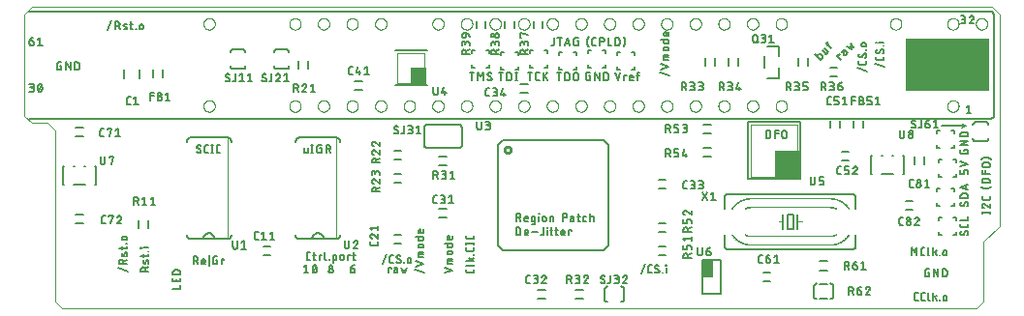
<source format=gto>
G04 EAGLE Gerber RS-274X export*
G75*
%MOMM*%
%FSLAX34Y34*%
%LPD*%
%INseide top*%
%IPPOS*%
%AMOC8*
5,1,8,0,0,1.08239X$1,22.5*%
G01*
%ADD10C,0.000000*%
%ADD11C,0.127000*%
%ADD12C,0.152400*%
%ADD13R,1.397000X1.524000*%
%ADD14R,2.286000X2.540000*%
%ADD15R,7.366000X4.572000*%
%ADD16C,0.050800*%
%ADD17C,0.203200*%
%ADD18C,0.254000*%
%ADD19C,0.005078*%
%ADD20C,0.063400*%

G36*
X600730Y27182D02*
X600730Y27182D01*
X600749Y27180D01*
X600851Y27202D01*
X600953Y27219D01*
X600970Y27228D01*
X600990Y27232D01*
X601079Y27285D01*
X601170Y27334D01*
X601184Y27348D01*
X601201Y27358D01*
X601268Y27437D01*
X601340Y27512D01*
X601348Y27530D01*
X601361Y27545D01*
X601400Y27641D01*
X601443Y27735D01*
X601445Y27755D01*
X601453Y27773D01*
X601471Y27940D01*
X601471Y41910D01*
X601468Y41930D01*
X601470Y41949D01*
X601448Y42051D01*
X601432Y42153D01*
X601422Y42170D01*
X601418Y42190D01*
X601365Y42279D01*
X601316Y42370D01*
X601302Y42384D01*
X601292Y42401D01*
X601213Y42468D01*
X601138Y42540D01*
X601120Y42548D01*
X601105Y42561D01*
X601009Y42600D01*
X600915Y42643D01*
X600895Y42645D01*
X600877Y42653D01*
X600710Y42671D01*
X593090Y42671D01*
X593070Y42668D01*
X593051Y42670D01*
X592949Y42648D01*
X592847Y42632D01*
X592830Y42622D01*
X592810Y42618D01*
X592721Y42565D01*
X592630Y42516D01*
X592616Y42502D01*
X592599Y42492D01*
X592532Y42413D01*
X592461Y42338D01*
X592452Y42320D01*
X592439Y42305D01*
X592400Y42209D01*
X592357Y42115D01*
X592355Y42095D01*
X592347Y42077D01*
X592329Y41910D01*
X592329Y27940D01*
X592332Y27920D01*
X592330Y27901D01*
X592352Y27799D01*
X592369Y27697D01*
X592378Y27680D01*
X592382Y27660D01*
X592435Y27571D01*
X592484Y27480D01*
X592498Y27466D01*
X592508Y27449D01*
X592587Y27382D01*
X592662Y27311D01*
X592680Y27302D01*
X592695Y27289D01*
X592791Y27250D01*
X592885Y27207D01*
X592905Y27205D01*
X592923Y27197D01*
X593090Y27179D01*
X600710Y27179D01*
X600730Y27182D01*
G37*
D10*
X0Y168910D02*
X6350Y162560D01*
X20320Y162560D01*
X26670Y156210D01*
X26670Y6350D01*
X33020Y0D01*
X831850Y0D01*
X838200Y6350D01*
X838200Y58420D01*
X852170Y72390D01*
X852170Y257810D01*
X845820Y264160D01*
X6350Y264160D01*
X0Y257810D01*
X0Y168910D01*
D11*
X81915Y35433D02*
X90297Y32385D01*
X89535Y38901D02*
X82677Y38901D01*
X82677Y40806D01*
X82679Y40891D01*
X82685Y40977D01*
X82694Y41062D01*
X82708Y41146D01*
X82725Y41230D01*
X82746Y41313D01*
X82770Y41395D01*
X82798Y41475D01*
X82830Y41555D01*
X82866Y41633D01*
X82904Y41709D01*
X82947Y41783D01*
X82992Y41855D01*
X83041Y41926D01*
X83093Y41994D01*
X83147Y42059D01*
X83205Y42122D01*
X83266Y42183D01*
X83329Y42241D01*
X83394Y42295D01*
X83462Y42347D01*
X83533Y42396D01*
X83605Y42441D01*
X83679Y42484D01*
X83755Y42522D01*
X83833Y42558D01*
X83913Y42590D01*
X83993Y42618D01*
X84075Y42642D01*
X84158Y42663D01*
X84242Y42680D01*
X84326Y42694D01*
X84411Y42703D01*
X84497Y42709D01*
X84582Y42711D01*
X84667Y42709D01*
X84753Y42703D01*
X84838Y42694D01*
X84922Y42680D01*
X85006Y42663D01*
X85089Y42642D01*
X85171Y42618D01*
X85251Y42590D01*
X85331Y42558D01*
X85409Y42522D01*
X85485Y42484D01*
X85559Y42441D01*
X85631Y42396D01*
X85702Y42347D01*
X85770Y42295D01*
X85835Y42241D01*
X85898Y42183D01*
X85959Y42122D01*
X86017Y42059D01*
X86071Y41994D01*
X86123Y41926D01*
X86172Y41855D01*
X86217Y41783D01*
X86260Y41709D01*
X86298Y41633D01*
X86334Y41555D01*
X86366Y41475D01*
X86394Y41395D01*
X86418Y41313D01*
X86439Y41230D01*
X86456Y41146D01*
X86470Y41062D01*
X86479Y40977D01*
X86485Y40891D01*
X86487Y40806D01*
X86487Y38901D01*
X86487Y41187D02*
X89535Y42711D01*
X86868Y46612D02*
X87630Y48517D01*
X86868Y46611D02*
X86843Y46554D01*
X86815Y46499D01*
X86783Y46445D01*
X86748Y46394D01*
X86709Y46345D01*
X86668Y46298D01*
X86624Y46254D01*
X86577Y46213D01*
X86527Y46175D01*
X86475Y46141D01*
X86422Y46109D01*
X86366Y46081D01*
X86309Y46057D01*
X86250Y46036D01*
X86190Y46019D01*
X86129Y46006D01*
X86067Y45997D01*
X86005Y45991D01*
X85943Y45990D01*
X85881Y45993D01*
X85819Y45999D01*
X85757Y46009D01*
X85697Y46023D01*
X85637Y46041D01*
X85578Y46063D01*
X85522Y46088D01*
X85466Y46117D01*
X85413Y46149D01*
X85362Y46185D01*
X85313Y46224D01*
X85267Y46265D01*
X85223Y46310D01*
X85182Y46357D01*
X85145Y46407D01*
X85110Y46459D01*
X85079Y46513D01*
X85052Y46569D01*
X85028Y46626D01*
X85007Y46685D01*
X84991Y46745D01*
X84978Y46806D01*
X84969Y46868D01*
X84964Y46930D01*
X84963Y46992D01*
X84963Y46993D02*
X84967Y47119D01*
X84974Y47245D01*
X84985Y47371D01*
X85000Y47497D01*
X85018Y47622D01*
X85040Y47746D01*
X85066Y47870D01*
X85095Y47993D01*
X85128Y48115D01*
X85164Y48236D01*
X85204Y48355D01*
X85248Y48474D01*
X85294Y48591D01*
X85344Y48707D01*
X87630Y48517D02*
X87655Y48574D01*
X87683Y48629D01*
X87715Y48683D01*
X87750Y48734D01*
X87789Y48783D01*
X87830Y48830D01*
X87874Y48874D01*
X87921Y48915D01*
X87971Y48953D01*
X88023Y48987D01*
X88076Y49019D01*
X88132Y49047D01*
X88189Y49071D01*
X88248Y49092D01*
X88308Y49109D01*
X88369Y49122D01*
X88431Y49131D01*
X88493Y49137D01*
X88555Y49138D01*
X88617Y49135D01*
X88679Y49129D01*
X88741Y49119D01*
X88801Y49105D01*
X88861Y49087D01*
X88920Y49065D01*
X88976Y49040D01*
X89032Y49011D01*
X89085Y48979D01*
X89136Y48943D01*
X89185Y48904D01*
X89231Y48863D01*
X89275Y48818D01*
X89316Y48771D01*
X89353Y48721D01*
X89388Y48669D01*
X89419Y48615D01*
X89446Y48559D01*
X89470Y48502D01*
X89491Y48443D01*
X89507Y48383D01*
X89520Y48322D01*
X89529Y48260D01*
X89534Y48198D01*
X89535Y48136D01*
X89531Y47983D01*
X89524Y47830D01*
X89513Y47678D01*
X89498Y47526D01*
X89479Y47374D01*
X89457Y47223D01*
X89432Y47072D01*
X89403Y46922D01*
X89370Y46773D01*
X89334Y46624D01*
X89294Y46477D01*
X89251Y46330D01*
X89204Y46184D01*
X89154Y46040D01*
X84963Y51698D02*
X84963Y53984D01*
X82677Y52460D02*
X88392Y52460D01*
X88458Y52462D01*
X88525Y52468D01*
X88590Y52477D01*
X88656Y52491D01*
X88720Y52508D01*
X88783Y52529D01*
X88845Y52553D01*
X88905Y52582D01*
X88964Y52613D01*
X89020Y52648D01*
X89075Y52686D01*
X89127Y52727D01*
X89176Y52772D01*
X89223Y52819D01*
X89268Y52868D01*
X89309Y52920D01*
X89347Y52975D01*
X89382Y53032D01*
X89413Y53090D01*
X89442Y53150D01*
X89466Y53212D01*
X89487Y53275D01*
X89504Y53339D01*
X89518Y53405D01*
X89527Y53470D01*
X89533Y53537D01*
X89535Y53603D01*
X89535Y53984D01*
X89535Y56639D02*
X89154Y56639D01*
X89154Y57020D01*
X89535Y57020D01*
X89535Y56639D01*
X88011Y59939D02*
X86487Y59939D01*
X86410Y59941D01*
X86333Y59947D01*
X86256Y59957D01*
X86180Y59970D01*
X86105Y59988D01*
X86031Y60009D01*
X85958Y60034D01*
X85886Y60063D01*
X85816Y60095D01*
X85747Y60130D01*
X85681Y60170D01*
X85616Y60212D01*
X85554Y60258D01*
X85494Y60307D01*
X85437Y60358D01*
X85382Y60413D01*
X85331Y60470D01*
X85282Y60530D01*
X85236Y60592D01*
X85194Y60657D01*
X85154Y60723D01*
X85119Y60792D01*
X85087Y60862D01*
X85058Y60934D01*
X85033Y61007D01*
X85012Y61081D01*
X84994Y61156D01*
X84981Y61232D01*
X84971Y61309D01*
X84965Y61386D01*
X84963Y61463D01*
X84965Y61540D01*
X84971Y61617D01*
X84981Y61694D01*
X84994Y61770D01*
X85012Y61845D01*
X85033Y61919D01*
X85058Y61992D01*
X85087Y62064D01*
X85119Y62134D01*
X85154Y62203D01*
X85194Y62269D01*
X85236Y62334D01*
X85282Y62396D01*
X85331Y62456D01*
X85382Y62513D01*
X85437Y62568D01*
X85494Y62619D01*
X85554Y62668D01*
X85616Y62714D01*
X85681Y62756D01*
X85747Y62796D01*
X85816Y62831D01*
X85886Y62863D01*
X85958Y62892D01*
X86031Y62917D01*
X86105Y62938D01*
X86180Y62956D01*
X86256Y62969D01*
X86333Y62979D01*
X86410Y62985D01*
X86487Y62987D01*
X88011Y62987D01*
X88088Y62985D01*
X88165Y62979D01*
X88242Y62969D01*
X88318Y62956D01*
X88393Y62938D01*
X88467Y62917D01*
X88540Y62892D01*
X88612Y62863D01*
X88682Y62831D01*
X88751Y62796D01*
X88817Y62756D01*
X88882Y62714D01*
X88944Y62668D01*
X89004Y62619D01*
X89061Y62568D01*
X89116Y62513D01*
X89167Y62456D01*
X89216Y62396D01*
X89262Y62334D01*
X89304Y62269D01*
X89344Y62203D01*
X89379Y62134D01*
X89411Y62064D01*
X89440Y61992D01*
X89465Y61919D01*
X89486Y61845D01*
X89504Y61770D01*
X89517Y61694D01*
X89527Y61617D01*
X89533Y61540D01*
X89535Y61463D01*
X89533Y61386D01*
X89527Y61309D01*
X89517Y61232D01*
X89504Y61156D01*
X89486Y61081D01*
X89465Y61007D01*
X89440Y60934D01*
X89411Y60862D01*
X89379Y60792D01*
X89344Y60723D01*
X89304Y60657D01*
X89262Y60592D01*
X89216Y60530D01*
X89167Y60470D01*
X89116Y60413D01*
X89061Y60358D01*
X89004Y60307D01*
X88944Y60258D01*
X88882Y60212D01*
X88817Y60170D01*
X88751Y60130D01*
X88682Y60095D01*
X88612Y60063D01*
X88540Y60034D01*
X88467Y60009D01*
X88393Y59988D01*
X88318Y59970D01*
X88242Y59957D01*
X88165Y59947D01*
X88088Y59941D01*
X88011Y59939D01*
X101727Y32385D02*
X108585Y32385D01*
X101727Y32385D02*
X101727Y34290D01*
X101729Y34375D01*
X101735Y34461D01*
X101744Y34546D01*
X101758Y34630D01*
X101775Y34714D01*
X101796Y34797D01*
X101820Y34879D01*
X101848Y34959D01*
X101880Y35039D01*
X101916Y35117D01*
X101954Y35193D01*
X101997Y35267D01*
X102042Y35339D01*
X102091Y35410D01*
X102143Y35478D01*
X102197Y35543D01*
X102255Y35606D01*
X102316Y35667D01*
X102379Y35725D01*
X102444Y35779D01*
X102512Y35831D01*
X102583Y35880D01*
X102655Y35925D01*
X102729Y35968D01*
X102805Y36006D01*
X102883Y36042D01*
X102963Y36074D01*
X103043Y36102D01*
X103125Y36126D01*
X103208Y36147D01*
X103292Y36164D01*
X103376Y36178D01*
X103461Y36187D01*
X103547Y36193D01*
X103632Y36195D01*
X103717Y36193D01*
X103803Y36187D01*
X103888Y36178D01*
X103972Y36164D01*
X104056Y36147D01*
X104139Y36126D01*
X104221Y36102D01*
X104301Y36074D01*
X104381Y36042D01*
X104459Y36006D01*
X104535Y35968D01*
X104609Y35925D01*
X104681Y35880D01*
X104752Y35831D01*
X104820Y35779D01*
X104885Y35725D01*
X104948Y35667D01*
X105009Y35606D01*
X105067Y35543D01*
X105121Y35478D01*
X105173Y35410D01*
X105222Y35339D01*
X105267Y35267D01*
X105310Y35193D01*
X105348Y35117D01*
X105384Y35039D01*
X105416Y34959D01*
X105444Y34879D01*
X105468Y34797D01*
X105489Y34714D01*
X105506Y34630D01*
X105520Y34546D01*
X105529Y34461D01*
X105535Y34375D01*
X105537Y34290D01*
X105537Y32385D01*
X105537Y34671D02*
X108585Y36195D01*
X105918Y40095D02*
X106680Y42000D01*
X105918Y40095D02*
X105893Y40038D01*
X105865Y39983D01*
X105833Y39929D01*
X105798Y39878D01*
X105759Y39829D01*
X105718Y39782D01*
X105674Y39738D01*
X105627Y39697D01*
X105577Y39659D01*
X105525Y39625D01*
X105472Y39593D01*
X105416Y39565D01*
X105359Y39541D01*
X105300Y39520D01*
X105240Y39503D01*
X105179Y39490D01*
X105117Y39481D01*
X105055Y39475D01*
X104993Y39474D01*
X104931Y39477D01*
X104869Y39483D01*
X104807Y39493D01*
X104747Y39507D01*
X104687Y39525D01*
X104628Y39547D01*
X104572Y39572D01*
X104516Y39601D01*
X104463Y39633D01*
X104412Y39669D01*
X104363Y39708D01*
X104317Y39749D01*
X104273Y39794D01*
X104232Y39841D01*
X104195Y39891D01*
X104160Y39943D01*
X104129Y39997D01*
X104102Y40053D01*
X104078Y40110D01*
X104057Y40169D01*
X104041Y40229D01*
X104028Y40290D01*
X104019Y40352D01*
X104014Y40414D01*
X104013Y40476D01*
X104013Y40477D02*
X104017Y40603D01*
X104024Y40729D01*
X104035Y40855D01*
X104050Y40981D01*
X104068Y41106D01*
X104090Y41230D01*
X104116Y41354D01*
X104145Y41477D01*
X104178Y41599D01*
X104214Y41720D01*
X104254Y41839D01*
X104298Y41958D01*
X104344Y42075D01*
X104394Y42191D01*
X106680Y42001D02*
X106705Y42058D01*
X106733Y42113D01*
X106765Y42167D01*
X106800Y42218D01*
X106839Y42267D01*
X106880Y42314D01*
X106924Y42358D01*
X106971Y42399D01*
X107021Y42437D01*
X107073Y42471D01*
X107126Y42503D01*
X107182Y42531D01*
X107239Y42555D01*
X107298Y42576D01*
X107358Y42593D01*
X107419Y42606D01*
X107481Y42615D01*
X107543Y42621D01*
X107605Y42622D01*
X107667Y42619D01*
X107729Y42613D01*
X107791Y42603D01*
X107851Y42589D01*
X107911Y42571D01*
X107970Y42549D01*
X108026Y42524D01*
X108082Y42495D01*
X108135Y42463D01*
X108186Y42427D01*
X108235Y42388D01*
X108281Y42347D01*
X108325Y42302D01*
X108366Y42255D01*
X108403Y42205D01*
X108438Y42153D01*
X108469Y42099D01*
X108496Y42043D01*
X108520Y41986D01*
X108541Y41927D01*
X108557Y41867D01*
X108570Y41806D01*
X108579Y41744D01*
X108584Y41682D01*
X108585Y41620D01*
X108581Y41467D01*
X108574Y41314D01*
X108563Y41162D01*
X108548Y41010D01*
X108529Y40858D01*
X108507Y40707D01*
X108482Y40556D01*
X108453Y40406D01*
X108420Y40257D01*
X108384Y40108D01*
X108344Y39961D01*
X108301Y39814D01*
X108254Y39668D01*
X108204Y39524D01*
X104013Y45182D02*
X104013Y47468D01*
X101727Y45944D02*
X107442Y45944D01*
X107508Y45946D01*
X107575Y45952D01*
X107640Y45961D01*
X107706Y45975D01*
X107770Y45992D01*
X107833Y46013D01*
X107895Y46037D01*
X107955Y46066D01*
X108014Y46097D01*
X108070Y46132D01*
X108125Y46170D01*
X108177Y46211D01*
X108226Y46256D01*
X108273Y46303D01*
X108318Y46352D01*
X108359Y46404D01*
X108397Y46459D01*
X108432Y46516D01*
X108463Y46574D01*
X108492Y46634D01*
X108516Y46696D01*
X108537Y46759D01*
X108554Y46823D01*
X108568Y46889D01*
X108577Y46954D01*
X108583Y47021D01*
X108585Y47087D01*
X108585Y47468D01*
X108585Y50123D02*
X108204Y50123D01*
X108204Y50504D01*
X108585Y50504D01*
X108585Y50123D01*
X108585Y53240D02*
X104013Y53240D01*
X102108Y53049D02*
X101727Y53049D01*
X101727Y53430D01*
X102108Y53430D01*
X102108Y53049D01*
X73025Y243713D02*
X76073Y252095D01*
X79541Y251333D02*
X79541Y244475D01*
X79541Y251333D02*
X81446Y251333D01*
X81531Y251331D01*
X81617Y251325D01*
X81702Y251316D01*
X81786Y251302D01*
X81870Y251285D01*
X81953Y251264D01*
X82035Y251240D01*
X82115Y251212D01*
X82195Y251180D01*
X82273Y251144D01*
X82349Y251106D01*
X82423Y251063D01*
X82495Y251018D01*
X82566Y250969D01*
X82634Y250917D01*
X82699Y250863D01*
X82762Y250805D01*
X82823Y250744D01*
X82881Y250681D01*
X82935Y250616D01*
X82987Y250548D01*
X83036Y250477D01*
X83081Y250405D01*
X83124Y250331D01*
X83162Y250255D01*
X83198Y250177D01*
X83230Y250097D01*
X83258Y250017D01*
X83282Y249935D01*
X83303Y249852D01*
X83320Y249768D01*
X83334Y249684D01*
X83343Y249599D01*
X83349Y249513D01*
X83351Y249428D01*
X83349Y249343D01*
X83343Y249257D01*
X83334Y249172D01*
X83320Y249088D01*
X83303Y249004D01*
X83282Y248921D01*
X83258Y248839D01*
X83230Y248759D01*
X83198Y248679D01*
X83162Y248601D01*
X83124Y248525D01*
X83081Y248451D01*
X83036Y248379D01*
X82987Y248308D01*
X82935Y248240D01*
X82881Y248175D01*
X82823Y248112D01*
X82762Y248051D01*
X82699Y247993D01*
X82634Y247939D01*
X82566Y247887D01*
X82495Y247838D01*
X82423Y247793D01*
X82349Y247750D01*
X82273Y247712D01*
X82195Y247676D01*
X82115Y247644D01*
X82035Y247616D01*
X81953Y247592D01*
X81870Y247571D01*
X81786Y247554D01*
X81702Y247540D01*
X81617Y247531D01*
X81531Y247525D01*
X81446Y247523D01*
X79541Y247523D01*
X81827Y247523D02*
X83351Y244475D01*
X87252Y247142D02*
X89157Y246380D01*
X87251Y247142D02*
X87194Y247167D01*
X87139Y247195D01*
X87085Y247227D01*
X87034Y247262D01*
X86985Y247301D01*
X86938Y247342D01*
X86894Y247386D01*
X86853Y247433D01*
X86815Y247483D01*
X86781Y247535D01*
X86749Y247588D01*
X86721Y247644D01*
X86697Y247701D01*
X86676Y247760D01*
X86659Y247820D01*
X86646Y247881D01*
X86637Y247943D01*
X86631Y248005D01*
X86630Y248067D01*
X86633Y248129D01*
X86639Y248191D01*
X86649Y248253D01*
X86663Y248313D01*
X86681Y248373D01*
X86703Y248432D01*
X86728Y248488D01*
X86757Y248544D01*
X86789Y248597D01*
X86825Y248648D01*
X86864Y248697D01*
X86905Y248743D01*
X86950Y248787D01*
X86997Y248828D01*
X87047Y248865D01*
X87099Y248900D01*
X87153Y248931D01*
X87209Y248958D01*
X87266Y248982D01*
X87325Y249003D01*
X87385Y249019D01*
X87446Y249032D01*
X87508Y249041D01*
X87570Y249046D01*
X87632Y249047D01*
X87633Y249047D02*
X87759Y249043D01*
X87885Y249036D01*
X88011Y249025D01*
X88137Y249010D01*
X88262Y248992D01*
X88386Y248970D01*
X88510Y248944D01*
X88633Y248915D01*
X88755Y248882D01*
X88876Y248846D01*
X88995Y248806D01*
X89114Y248762D01*
X89231Y248716D01*
X89347Y248666D01*
X89157Y246380D02*
X89214Y246355D01*
X89269Y246327D01*
X89323Y246295D01*
X89374Y246260D01*
X89423Y246221D01*
X89470Y246180D01*
X89514Y246136D01*
X89555Y246089D01*
X89593Y246039D01*
X89627Y245987D01*
X89659Y245934D01*
X89687Y245878D01*
X89711Y245821D01*
X89732Y245762D01*
X89749Y245702D01*
X89762Y245641D01*
X89771Y245579D01*
X89777Y245517D01*
X89778Y245455D01*
X89775Y245393D01*
X89769Y245331D01*
X89759Y245269D01*
X89745Y245209D01*
X89727Y245149D01*
X89705Y245090D01*
X89680Y245034D01*
X89651Y244978D01*
X89619Y244925D01*
X89583Y244874D01*
X89544Y244825D01*
X89503Y244779D01*
X89458Y244735D01*
X89411Y244694D01*
X89361Y244657D01*
X89309Y244622D01*
X89255Y244591D01*
X89199Y244564D01*
X89142Y244540D01*
X89083Y244519D01*
X89023Y244503D01*
X88962Y244490D01*
X88900Y244481D01*
X88838Y244476D01*
X88776Y244475D01*
X88623Y244479D01*
X88470Y244486D01*
X88318Y244497D01*
X88166Y244512D01*
X88014Y244531D01*
X87863Y244553D01*
X87712Y244578D01*
X87562Y244607D01*
X87413Y244640D01*
X87264Y244676D01*
X87117Y244716D01*
X86970Y244759D01*
X86824Y244806D01*
X86680Y244856D01*
X92338Y249047D02*
X94624Y249047D01*
X93100Y251333D02*
X93100Y245618D01*
X93102Y245552D01*
X93108Y245485D01*
X93117Y245420D01*
X93131Y245354D01*
X93148Y245290D01*
X93169Y245227D01*
X93193Y245165D01*
X93222Y245105D01*
X93253Y245047D01*
X93288Y244990D01*
X93326Y244935D01*
X93367Y244883D01*
X93412Y244834D01*
X93459Y244787D01*
X93508Y244742D01*
X93560Y244701D01*
X93615Y244663D01*
X93672Y244628D01*
X93730Y244597D01*
X93790Y244568D01*
X93852Y244544D01*
X93915Y244523D01*
X93979Y244506D01*
X94045Y244492D01*
X94110Y244483D01*
X94177Y244477D01*
X94243Y244475D01*
X94624Y244475D01*
X97279Y244475D02*
X97279Y244856D01*
X97660Y244856D01*
X97660Y244475D01*
X97279Y244475D01*
X100579Y245999D02*
X100579Y247523D01*
X100581Y247600D01*
X100587Y247677D01*
X100597Y247754D01*
X100610Y247830D01*
X100628Y247905D01*
X100649Y247979D01*
X100674Y248052D01*
X100703Y248124D01*
X100735Y248194D01*
X100770Y248263D01*
X100810Y248329D01*
X100852Y248394D01*
X100898Y248456D01*
X100947Y248516D01*
X100998Y248573D01*
X101053Y248628D01*
X101110Y248679D01*
X101170Y248728D01*
X101232Y248774D01*
X101297Y248816D01*
X101363Y248856D01*
X101432Y248891D01*
X101502Y248923D01*
X101574Y248952D01*
X101647Y248977D01*
X101721Y248998D01*
X101796Y249016D01*
X101872Y249029D01*
X101949Y249039D01*
X102026Y249045D01*
X102103Y249047D01*
X102180Y249045D01*
X102257Y249039D01*
X102334Y249029D01*
X102410Y249016D01*
X102485Y248998D01*
X102559Y248977D01*
X102632Y248952D01*
X102704Y248923D01*
X102774Y248891D01*
X102843Y248856D01*
X102909Y248816D01*
X102974Y248774D01*
X103036Y248728D01*
X103096Y248679D01*
X103153Y248628D01*
X103208Y248573D01*
X103259Y248516D01*
X103308Y248456D01*
X103354Y248394D01*
X103396Y248329D01*
X103436Y248263D01*
X103471Y248194D01*
X103503Y248124D01*
X103532Y248052D01*
X103557Y247979D01*
X103578Y247905D01*
X103596Y247830D01*
X103609Y247754D01*
X103619Y247677D01*
X103625Y247600D01*
X103627Y247523D01*
X103627Y245999D01*
X103625Y245922D01*
X103619Y245845D01*
X103609Y245768D01*
X103596Y245692D01*
X103578Y245617D01*
X103557Y245543D01*
X103532Y245470D01*
X103503Y245398D01*
X103471Y245328D01*
X103436Y245259D01*
X103396Y245193D01*
X103354Y245128D01*
X103308Y245066D01*
X103259Y245006D01*
X103208Y244949D01*
X103153Y244894D01*
X103096Y244843D01*
X103036Y244794D01*
X102974Y244748D01*
X102909Y244706D01*
X102843Y244666D01*
X102774Y244631D01*
X102704Y244599D01*
X102632Y244570D01*
X102559Y244545D01*
X102485Y244524D01*
X102410Y244506D01*
X102334Y244493D01*
X102257Y244483D01*
X102180Y244477D01*
X102103Y244475D01*
X102026Y244477D01*
X101949Y244483D01*
X101872Y244493D01*
X101796Y244506D01*
X101721Y244524D01*
X101647Y244545D01*
X101574Y244570D01*
X101502Y244599D01*
X101432Y244631D01*
X101363Y244666D01*
X101297Y244706D01*
X101232Y244748D01*
X101170Y244794D01*
X101110Y244843D01*
X101053Y244894D01*
X100998Y244949D01*
X100947Y245006D01*
X100898Y245066D01*
X100852Y245128D01*
X100810Y245193D01*
X100770Y245259D01*
X100735Y245328D01*
X100703Y245398D01*
X100674Y245470D01*
X100649Y245543D01*
X100628Y245617D01*
X100610Y245692D01*
X100597Y245768D01*
X100587Y245845D01*
X100581Y245922D01*
X100579Y245999D01*
X154305Y138049D02*
X154303Y137972D01*
X154297Y137895D01*
X154287Y137818D01*
X154274Y137742D01*
X154256Y137667D01*
X154235Y137593D01*
X154210Y137520D01*
X154181Y137448D01*
X154149Y137378D01*
X154114Y137309D01*
X154074Y137243D01*
X154032Y137178D01*
X153986Y137116D01*
X153937Y137056D01*
X153886Y136999D01*
X153831Y136944D01*
X153774Y136893D01*
X153714Y136844D01*
X153652Y136798D01*
X153587Y136756D01*
X153521Y136716D01*
X153452Y136681D01*
X153382Y136649D01*
X153310Y136620D01*
X153237Y136595D01*
X153163Y136574D01*
X153088Y136556D01*
X153012Y136543D01*
X152935Y136533D01*
X152858Y136527D01*
X152781Y136525D01*
X152671Y136527D01*
X152560Y136533D01*
X152450Y136542D01*
X152340Y136555D01*
X152231Y136572D01*
X152123Y136593D01*
X152015Y136617D01*
X151908Y136646D01*
X151802Y136677D01*
X151698Y136713D01*
X151594Y136752D01*
X151492Y136794D01*
X151392Y136840D01*
X151293Y136890D01*
X151196Y136942D01*
X151100Y136999D01*
X151007Y137058D01*
X150916Y137120D01*
X150827Y137186D01*
X150740Y137254D01*
X150656Y137326D01*
X150574Y137400D01*
X150495Y137477D01*
X150686Y141859D02*
X150688Y141936D01*
X150694Y142013D01*
X150704Y142090D01*
X150717Y142166D01*
X150735Y142241D01*
X150756Y142315D01*
X150781Y142388D01*
X150810Y142460D01*
X150842Y142530D01*
X150877Y142599D01*
X150917Y142665D01*
X150959Y142730D01*
X151005Y142792D01*
X151054Y142852D01*
X151105Y142909D01*
X151160Y142964D01*
X151217Y143015D01*
X151277Y143064D01*
X151339Y143110D01*
X151404Y143152D01*
X151470Y143192D01*
X151539Y143227D01*
X151609Y143259D01*
X151681Y143288D01*
X151754Y143313D01*
X151828Y143334D01*
X151903Y143352D01*
X151979Y143365D01*
X152056Y143375D01*
X152133Y143381D01*
X152210Y143383D01*
X152210Y143384D02*
X152312Y143382D01*
X152414Y143377D01*
X152516Y143368D01*
X152617Y143355D01*
X152718Y143338D01*
X152818Y143319D01*
X152918Y143295D01*
X153016Y143268D01*
X153114Y143237D01*
X153210Y143203D01*
X153305Y143166D01*
X153399Y143125D01*
X153491Y143081D01*
X153581Y143033D01*
X153670Y142983D01*
X153757Y142929D01*
X153842Y142872D01*
X153925Y142812D01*
X151447Y140525D02*
X151382Y140566D01*
X151319Y140609D01*
X151259Y140656D01*
X151200Y140706D01*
X151145Y140758D01*
X151092Y140813D01*
X151041Y140871D01*
X150994Y140931D01*
X150950Y140994D01*
X150908Y141058D01*
X150870Y141124D01*
X150836Y141193D01*
X150805Y141263D01*
X150777Y141334D01*
X150753Y141406D01*
X150732Y141480D01*
X150715Y141555D01*
X150702Y141630D01*
X150693Y141706D01*
X150687Y141782D01*
X150685Y141859D01*
X153543Y139383D02*
X153608Y139342D01*
X153671Y139299D01*
X153731Y139252D01*
X153790Y139202D01*
X153845Y139150D01*
X153898Y139095D01*
X153949Y139037D01*
X153996Y138977D01*
X154040Y138914D01*
X154082Y138850D01*
X154120Y138784D01*
X154154Y138715D01*
X154185Y138645D01*
X154213Y138574D01*
X154237Y138502D01*
X154258Y138428D01*
X154275Y138353D01*
X154288Y138278D01*
X154297Y138202D01*
X154303Y138126D01*
X154305Y138049D01*
X153543Y139383D02*
X151448Y140526D01*
X159059Y136525D02*
X160583Y136525D01*
X159059Y136525D02*
X158982Y136527D01*
X158905Y136533D01*
X158828Y136543D01*
X158752Y136556D01*
X158677Y136574D01*
X158603Y136595D01*
X158530Y136620D01*
X158458Y136649D01*
X158388Y136681D01*
X158319Y136716D01*
X158253Y136756D01*
X158188Y136798D01*
X158126Y136844D01*
X158066Y136893D01*
X158009Y136944D01*
X157954Y136999D01*
X157903Y137056D01*
X157854Y137116D01*
X157808Y137178D01*
X157766Y137243D01*
X157726Y137309D01*
X157691Y137378D01*
X157659Y137448D01*
X157630Y137520D01*
X157605Y137593D01*
X157584Y137667D01*
X157566Y137742D01*
X157553Y137818D01*
X157543Y137895D01*
X157537Y137972D01*
X157535Y138049D01*
X157535Y141859D01*
X157537Y141936D01*
X157543Y142013D01*
X157553Y142090D01*
X157566Y142166D01*
X157584Y142241D01*
X157605Y142315D01*
X157630Y142388D01*
X157659Y142460D01*
X157691Y142530D01*
X157726Y142599D01*
X157766Y142665D01*
X157808Y142730D01*
X157854Y142792D01*
X157903Y142852D01*
X157954Y142909D01*
X158009Y142964D01*
X158066Y143015D01*
X158126Y143064D01*
X158188Y143110D01*
X158253Y143152D01*
X158319Y143192D01*
X158388Y143227D01*
X158458Y143259D01*
X158530Y143288D01*
X158603Y143313D01*
X158677Y143334D01*
X158752Y143352D01*
X158828Y143365D01*
X158905Y143375D01*
X158982Y143381D01*
X159059Y143383D01*
X160583Y143383D01*
X164104Y143383D02*
X164104Y136525D01*
X163342Y136525D02*
X164866Y136525D01*
X164866Y143383D02*
X163342Y143383D01*
X169544Y136525D02*
X171068Y136525D01*
X169544Y136525D02*
X169467Y136527D01*
X169390Y136533D01*
X169313Y136543D01*
X169237Y136556D01*
X169162Y136574D01*
X169088Y136595D01*
X169015Y136620D01*
X168943Y136649D01*
X168873Y136681D01*
X168804Y136716D01*
X168738Y136756D01*
X168673Y136798D01*
X168611Y136844D01*
X168551Y136893D01*
X168494Y136944D01*
X168439Y136999D01*
X168388Y137056D01*
X168339Y137116D01*
X168293Y137178D01*
X168251Y137243D01*
X168211Y137309D01*
X168176Y137378D01*
X168144Y137448D01*
X168115Y137520D01*
X168090Y137593D01*
X168069Y137667D01*
X168051Y137742D01*
X168038Y137818D01*
X168028Y137895D01*
X168022Y137972D01*
X168020Y138049D01*
X168020Y141859D01*
X168022Y141936D01*
X168028Y142013D01*
X168038Y142090D01*
X168051Y142166D01*
X168069Y142241D01*
X168090Y142315D01*
X168115Y142388D01*
X168144Y142460D01*
X168176Y142530D01*
X168211Y142599D01*
X168251Y142665D01*
X168293Y142730D01*
X168339Y142792D01*
X168388Y142852D01*
X168439Y142909D01*
X168494Y142964D01*
X168551Y143015D01*
X168611Y143064D01*
X168673Y143110D01*
X168738Y143152D01*
X168804Y143192D01*
X168873Y143227D01*
X168943Y143259D01*
X169015Y143288D01*
X169088Y143313D01*
X169162Y143334D01*
X169237Y143352D01*
X169313Y143365D01*
X169390Y143375D01*
X169467Y143381D01*
X169544Y143383D01*
X171068Y143383D01*
X244475Y141097D02*
X244475Y137668D01*
X244477Y137602D01*
X244483Y137535D01*
X244492Y137470D01*
X244506Y137404D01*
X244523Y137340D01*
X244544Y137277D01*
X244568Y137215D01*
X244597Y137155D01*
X244628Y137097D01*
X244663Y137040D01*
X244701Y136985D01*
X244742Y136933D01*
X244787Y136884D01*
X244834Y136837D01*
X244883Y136792D01*
X244935Y136751D01*
X244990Y136713D01*
X245047Y136678D01*
X245105Y136647D01*
X245165Y136618D01*
X245227Y136594D01*
X245290Y136573D01*
X245354Y136556D01*
X245420Y136542D01*
X245485Y136533D01*
X245552Y136527D01*
X245618Y136525D01*
X247523Y136525D01*
X247523Y141097D01*
X251607Y143383D02*
X251607Y136525D01*
X250845Y136525D02*
X252369Y136525D01*
X252369Y143383D02*
X250845Y143383D01*
X258465Y140335D02*
X259608Y140335D01*
X259608Y136525D01*
X257322Y136525D01*
X257245Y136527D01*
X257168Y136533D01*
X257091Y136543D01*
X257015Y136556D01*
X256940Y136574D01*
X256866Y136595D01*
X256793Y136620D01*
X256721Y136649D01*
X256651Y136681D01*
X256582Y136716D01*
X256516Y136756D01*
X256451Y136798D01*
X256389Y136844D01*
X256329Y136893D01*
X256272Y136944D01*
X256217Y136999D01*
X256166Y137056D01*
X256117Y137116D01*
X256071Y137178D01*
X256029Y137243D01*
X255989Y137309D01*
X255954Y137378D01*
X255922Y137448D01*
X255893Y137520D01*
X255868Y137593D01*
X255847Y137667D01*
X255829Y137742D01*
X255816Y137818D01*
X255806Y137895D01*
X255800Y137972D01*
X255798Y138049D01*
X255798Y141859D01*
X255800Y141936D01*
X255806Y142013D01*
X255816Y142090D01*
X255829Y142166D01*
X255847Y142241D01*
X255868Y142315D01*
X255893Y142388D01*
X255922Y142460D01*
X255954Y142530D01*
X255989Y142599D01*
X256029Y142665D01*
X256071Y142730D01*
X256117Y142792D01*
X256166Y142852D01*
X256217Y142909D01*
X256272Y142964D01*
X256329Y143015D01*
X256389Y143064D01*
X256451Y143110D01*
X256516Y143152D01*
X256582Y143192D01*
X256651Y143227D01*
X256721Y143259D01*
X256793Y143288D01*
X256866Y143313D01*
X256940Y143334D01*
X257015Y143352D01*
X257091Y143365D01*
X257168Y143375D01*
X257245Y143381D01*
X257322Y143383D01*
X259608Y143383D01*
X263671Y143383D02*
X263671Y136525D01*
X263671Y143383D02*
X265576Y143383D01*
X265661Y143381D01*
X265747Y143375D01*
X265832Y143366D01*
X265916Y143352D01*
X266000Y143335D01*
X266083Y143314D01*
X266165Y143290D01*
X266245Y143262D01*
X266325Y143230D01*
X266403Y143194D01*
X266479Y143156D01*
X266553Y143113D01*
X266625Y143068D01*
X266696Y143019D01*
X266764Y142967D01*
X266829Y142913D01*
X266892Y142855D01*
X266953Y142794D01*
X267011Y142731D01*
X267065Y142666D01*
X267117Y142598D01*
X267166Y142527D01*
X267211Y142455D01*
X267254Y142381D01*
X267292Y142305D01*
X267328Y142227D01*
X267360Y142147D01*
X267388Y142067D01*
X267412Y141985D01*
X267433Y141902D01*
X267450Y141818D01*
X267464Y141734D01*
X267473Y141649D01*
X267479Y141563D01*
X267481Y141478D01*
X267479Y141393D01*
X267473Y141307D01*
X267464Y141222D01*
X267450Y141138D01*
X267433Y141054D01*
X267412Y140971D01*
X267388Y140889D01*
X267360Y140809D01*
X267328Y140729D01*
X267292Y140651D01*
X267254Y140575D01*
X267211Y140501D01*
X267166Y140429D01*
X267117Y140358D01*
X267065Y140290D01*
X267011Y140225D01*
X266953Y140162D01*
X266892Y140101D01*
X266829Y140043D01*
X266764Y139989D01*
X266696Y139937D01*
X266625Y139888D01*
X266553Y139843D01*
X266479Y139800D01*
X266403Y139762D01*
X266325Y139726D01*
X266245Y139694D01*
X266165Y139666D01*
X266083Y139642D01*
X266000Y139621D01*
X265916Y139604D01*
X265832Y139590D01*
X265747Y139581D01*
X265661Y139575D01*
X265576Y139573D01*
X263671Y139573D01*
X265957Y139573D02*
X267481Y136525D01*
X147890Y45593D02*
X147890Y38735D01*
X147890Y45593D02*
X149795Y45593D01*
X149880Y45591D01*
X149966Y45585D01*
X150051Y45576D01*
X150135Y45562D01*
X150219Y45545D01*
X150302Y45524D01*
X150384Y45500D01*
X150464Y45472D01*
X150544Y45440D01*
X150622Y45404D01*
X150698Y45366D01*
X150772Y45323D01*
X150844Y45278D01*
X150915Y45229D01*
X150983Y45177D01*
X151048Y45123D01*
X151111Y45065D01*
X151172Y45004D01*
X151230Y44941D01*
X151284Y44876D01*
X151336Y44808D01*
X151385Y44737D01*
X151430Y44665D01*
X151473Y44591D01*
X151511Y44515D01*
X151547Y44437D01*
X151579Y44357D01*
X151607Y44277D01*
X151631Y44195D01*
X151652Y44112D01*
X151669Y44028D01*
X151683Y43944D01*
X151692Y43859D01*
X151698Y43773D01*
X151700Y43688D01*
X151698Y43603D01*
X151692Y43517D01*
X151683Y43432D01*
X151669Y43348D01*
X151652Y43264D01*
X151631Y43181D01*
X151607Y43099D01*
X151579Y43019D01*
X151547Y42939D01*
X151511Y42861D01*
X151473Y42785D01*
X151430Y42711D01*
X151385Y42639D01*
X151336Y42568D01*
X151284Y42500D01*
X151230Y42435D01*
X151172Y42372D01*
X151111Y42311D01*
X151048Y42253D01*
X150983Y42199D01*
X150915Y42147D01*
X150844Y42098D01*
X150772Y42053D01*
X150698Y42010D01*
X150622Y41972D01*
X150544Y41936D01*
X150464Y41904D01*
X150384Y41876D01*
X150302Y41852D01*
X150219Y41831D01*
X150135Y41814D01*
X150051Y41800D01*
X149966Y41791D01*
X149880Y41785D01*
X149795Y41783D01*
X147890Y41783D01*
X150176Y41783D02*
X151700Y38735D01*
X156172Y38735D02*
X158077Y38735D01*
X156172Y38735D02*
X156106Y38737D01*
X156039Y38743D01*
X155974Y38752D01*
X155908Y38766D01*
X155844Y38783D01*
X155781Y38804D01*
X155719Y38828D01*
X155659Y38857D01*
X155601Y38888D01*
X155544Y38923D01*
X155489Y38961D01*
X155437Y39002D01*
X155388Y39047D01*
X155341Y39094D01*
X155296Y39143D01*
X155255Y39195D01*
X155217Y39250D01*
X155182Y39307D01*
X155151Y39365D01*
X155122Y39425D01*
X155098Y39487D01*
X155077Y39550D01*
X155060Y39614D01*
X155046Y39680D01*
X155037Y39745D01*
X155031Y39812D01*
X155029Y39878D01*
X155029Y41783D01*
X155031Y41860D01*
X155037Y41937D01*
X155047Y42014D01*
X155060Y42090D01*
X155078Y42165D01*
X155099Y42239D01*
X155124Y42312D01*
X155153Y42384D01*
X155185Y42454D01*
X155220Y42523D01*
X155260Y42589D01*
X155302Y42654D01*
X155348Y42716D01*
X155397Y42776D01*
X155448Y42833D01*
X155503Y42888D01*
X155560Y42939D01*
X155620Y42988D01*
X155682Y43034D01*
X155747Y43076D01*
X155813Y43116D01*
X155882Y43151D01*
X155952Y43183D01*
X156024Y43212D01*
X156097Y43237D01*
X156171Y43258D01*
X156246Y43276D01*
X156322Y43289D01*
X156399Y43299D01*
X156476Y43305D01*
X156553Y43307D01*
X156630Y43305D01*
X156707Y43299D01*
X156784Y43289D01*
X156860Y43276D01*
X156935Y43258D01*
X157009Y43237D01*
X157082Y43212D01*
X157154Y43183D01*
X157224Y43151D01*
X157293Y43116D01*
X157359Y43076D01*
X157424Y43034D01*
X157486Y42988D01*
X157546Y42939D01*
X157603Y42888D01*
X157658Y42833D01*
X157709Y42776D01*
X157758Y42716D01*
X157804Y42654D01*
X157846Y42589D01*
X157886Y42523D01*
X157921Y42454D01*
X157953Y42384D01*
X157982Y42312D01*
X158007Y42239D01*
X158028Y42165D01*
X158046Y42090D01*
X158059Y42014D01*
X158069Y41937D01*
X158075Y41860D01*
X158077Y41783D01*
X158077Y41021D01*
X155029Y41021D01*
X161186Y37592D02*
X161186Y46736D01*
X167312Y42545D02*
X168455Y42545D01*
X168455Y38735D01*
X166169Y38735D01*
X166092Y38737D01*
X166015Y38743D01*
X165938Y38753D01*
X165862Y38766D01*
X165787Y38784D01*
X165713Y38805D01*
X165640Y38830D01*
X165568Y38859D01*
X165498Y38891D01*
X165429Y38926D01*
X165363Y38966D01*
X165298Y39008D01*
X165236Y39054D01*
X165176Y39103D01*
X165119Y39154D01*
X165064Y39209D01*
X165013Y39266D01*
X164964Y39326D01*
X164918Y39388D01*
X164876Y39453D01*
X164836Y39519D01*
X164801Y39588D01*
X164769Y39658D01*
X164740Y39730D01*
X164715Y39803D01*
X164694Y39877D01*
X164676Y39952D01*
X164663Y40028D01*
X164653Y40105D01*
X164647Y40182D01*
X164645Y40259D01*
X164645Y44069D01*
X164647Y44146D01*
X164653Y44223D01*
X164663Y44300D01*
X164676Y44376D01*
X164694Y44451D01*
X164715Y44525D01*
X164740Y44598D01*
X164769Y44670D01*
X164801Y44740D01*
X164836Y44809D01*
X164876Y44875D01*
X164918Y44940D01*
X164964Y45002D01*
X165013Y45062D01*
X165064Y45119D01*
X165119Y45174D01*
X165176Y45225D01*
X165236Y45274D01*
X165298Y45320D01*
X165363Y45362D01*
X165429Y45402D01*
X165498Y45437D01*
X165568Y45469D01*
X165640Y45498D01*
X165713Y45523D01*
X165787Y45544D01*
X165862Y45562D01*
X165938Y45575D01*
X166015Y45585D01*
X166092Y45591D01*
X166169Y45593D01*
X168455Y45593D01*
X172404Y43307D02*
X172404Y38735D01*
X172404Y43307D02*
X174690Y43307D01*
X174690Y42545D01*
X248369Y42545D02*
X249893Y42545D01*
X248369Y42545D02*
X248292Y42547D01*
X248215Y42553D01*
X248138Y42563D01*
X248062Y42576D01*
X247987Y42594D01*
X247913Y42615D01*
X247840Y42640D01*
X247768Y42669D01*
X247698Y42701D01*
X247629Y42736D01*
X247563Y42776D01*
X247498Y42818D01*
X247436Y42864D01*
X247376Y42913D01*
X247319Y42964D01*
X247264Y43019D01*
X247213Y43076D01*
X247164Y43136D01*
X247118Y43198D01*
X247076Y43263D01*
X247036Y43329D01*
X247001Y43398D01*
X246969Y43468D01*
X246940Y43540D01*
X246915Y43613D01*
X246894Y43687D01*
X246876Y43762D01*
X246863Y43838D01*
X246853Y43915D01*
X246847Y43992D01*
X246845Y44069D01*
X246845Y47879D01*
X246847Y47956D01*
X246853Y48033D01*
X246863Y48110D01*
X246876Y48186D01*
X246894Y48261D01*
X246915Y48335D01*
X246940Y48408D01*
X246969Y48480D01*
X247001Y48550D01*
X247036Y48619D01*
X247076Y48685D01*
X247118Y48750D01*
X247164Y48812D01*
X247213Y48872D01*
X247264Y48929D01*
X247319Y48984D01*
X247376Y49035D01*
X247436Y49084D01*
X247498Y49130D01*
X247563Y49172D01*
X247629Y49212D01*
X247698Y49247D01*
X247768Y49279D01*
X247840Y49308D01*
X247913Y49333D01*
X247987Y49354D01*
X248062Y49372D01*
X248138Y49385D01*
X248215Y49395D01*
X248292Y49401D01*
X248369Y49403D01*
X249893Y49403D01*
X252184Y47117D02*
X254470Y47117D01*
X252946Y49403D02*
X252946Y43688D01*
X252948Y43622D01*
X252954Y43555D01*
X252963Y43490D01*
X252977Y43424D01*
X252994Y43360D01*
X253015Y43297D01*
X253039Y43235D01*
X253068Y43175D01*
X253099Y43117D01*
X253134Y43060D01*
X253172Y43005D01*
X253213Y42953D01*
X253258Y42904D01*
X253305Y42857D01*
X253354Y42812D01*
X253406Y42771D01*
X253461Y42733D01*
X253518Y42698D01*
X253576Y42667D01*
X253636Y42638D01*
X253698Y42614D01*
X253761Y42593D01*
X253825Y42576D01*
X253891Y42562D01*
X253956Y42553D01*
X254023Y42547D01*
X254089Y42545D01*
X254470Y42545D01*
X257805Y42545D02*
X257805Y47117D01*
X260091Y47117D01*
X260091Y46355D01*
X262644Y43688D02*
X262644Y49403D01*
X262644Y43688D02*
X262646Y43622D01*
X262652Y43555D01*
X262661Y43490D01*
X262675Y43424D01*
X262692Y43360D01*
X262713Y43297D01*
X262737Y43235D01*
X262766Y43175D01*
X262797Y43117D01*
X262832Y43060D01*
X262870Y43005D01*
X262911Y42953D01*
X262956Y42904D01*
X263003Y42857D01*
X263052Y42812D01*
X263104Y42771D01*
X263159Y42733D01*
X263216Y42698D01*
X263274Y42667D01*
X263334Y42638D01*
X263396Y42614D01*
X263459Y42593D01*
X263523Y42576D01*
X263589Y42562D01*
X263654Y42553D01*
X263721Y42547D01*
X263787Y42545D01*
X266147Y42545D02*
X266147Y42926D01*
X266528Y42926D01*
X266528Y42545D01*
X266147Y42545D01*
X269746Y40259D02*
X269746Y47117D01*
X271651Y47117D01*
X271717Y47115D01*
X271784Y47109D01*
X271849Y47100D01*
X271915Y47086D01*
X271979Y47069D01*
X272042Y47048D01*
X272104Y47024D01*
X272164Y46995D01*
X272223Y46964D01*
X272279Y46929D01*
X272334Y46891D01*
X272386Y46850D01*
X272435Y46805D01*
X272482Y46758D01*
X272527Y46709D01*
X272568Y46657D01*
X272606Y46602D01*
X272641Y46546D01*
X272672Y46487D01*
X272701Y46427D01*
X272725Y46365D01*
X272746Y46302D01*
X272763Y46238D01*
X272777Y46172D01*
X272786Y46107D01*
X272792Y46040D01*
X272794Y45974D01*
X272794Y43688D01*
X272792Y43622D01*
X272786Y43555D01*
X272777Y43490D01*
X272763Y43424D01*
X272746Y43360D01*
X272725Y43297D01*
X272701Y43235D01*
X272672Y43175D01*
X272641Y43117D01*
X272606Y43060D01*
X272568Y43005D01*
X272527Y42953D01*
X272482Y42904D01*
X272435Y42857D01*
X272386Y42812D01*
X272334Y42771D01*
X272279Y42733D01*
X272223Y42698D01*
X272164Y42667D01*
X272104Y42638D01*
X272042Y42614D01*
X271979Y42593D01*
X271915Y42576D01*
X271849Y42562D01*
X271784Y42553D01*
X271717Y42547D01*
X271651Y42545D01*
X269746Y42545D01*
X276030Y44069D02*
X276030Y45593D01*
X276032Y45670D01*
X276038Y45747D01*
X276048Y45824D01*
X276061Y45900D01*
X276079Y45975D01*
X276100Y46049D01*
X276125Y46122D01*
X276154Y46194D01*
X276186Y46264D01*
X276221Y46333D01*
X276261Y46399D01*
X276303Y46464D01*
X276349Y46526D01*
X276398Y46586D01*
X276449Y46643D01*
X276504Y46698D01*
X276561Y46749D01*
X276621Y46798D01*
X276683Y46844D01*
X276748Y46886D01*
X276814Y46926D01*
X276883Y46961D01*
X276953Y46993D01*
X277025Y47022D01*
X277098Y47047D01*
X277172Y47068D01*
X277247Y47086D01*
X277323Y47099D01*
X277400Y47109D01*
X277477Y47115D01*
X277554Y47117D01*
X277631Y47115D01*
X277708Y47109D01*
X277785Y47099D01*
X277861Y47086D01*
X277936Y47068D01*
X278010Y47047D01*
X278083Y47022D01*
X278155Y46993D01*
X278225Y46961D01*
X278294Y46926D01*
X278360Y46886D01*
X278425Y46844D01*
X278487Y46798D01*
X278547Y46749D01*
X278604Y46698D01*
X278659Y46643D01*
X278710Y46586D01*
X278759Y46526D01*
X278805Y46464D01*
X278847Y46399D01*
X278887Y46333D01*
X278922Y46264D01*
X278954Y46194D01*
X278983Y46122D01*
X279008Y46049D01*
X279029Y45975D01*
X279047Y45900D01*
X279060Y45824D01*
X279070Y45747D01*
X279076Y45670D01*
X279078Y45593D01*
X279078Y44069D01*
X279076Y43992D01*
X279070Y43915D01*
X279060Y43838D01*
X279047Y43762D01*
X279029Y43687D01*
X279008Y43613D01*
X278983Y43540D01*
X278954Y43468D01*
X278922Y43398D01*
X278887Y43329D01*
X278847Y43263D01*
X278805Y43198D01*
X278759Y43136D01*
X278710Y43076D01*
X278659Y43019D01*
X278604Y42964D01*
X278547Y42913D01*
X278487Y42864D01*
X278425Y42818D01*
X278360Y42776D01*
X278294Y42736D01*
X278225Y42701D01*
X278155Y42669D01*
X278083Y42640D01*
X278010Y42615D01*
X277936Y42594D01*
X277861Y42576D01*
X277785Y42563D01*
X277708Y42553D01*
X277631Y42547D01*
X277554Y42545D01*
X277477Y42547D01*
X277400Y42553D01*
X277323Y42563D01*
X277247Y42576D01*
X277172Y42594D01*
X277098Y42615D01*
X277025Y42640D01*
X276953Y42669D01*
X276883Y42701D01*
X276814Y42736D01*
X276748Y42776D01*
X276683Y42818D01*
X276621Y42864D01*
X276561Y42913D01*
X276504Y42964D01*
X276449Y43019D01*
X276398Y43076D01*
X276349Y43136D01*
X276303Y43198D01*
X276261Y43263D01*
X276221Y43329D01*
X276186Y43398D01*
X276154Y43468D01*
X276125Y43540D01*
X276100Y43613D01*
X276079Y43687D01*
X276061Y43762D01*
X276048Y43838D01*
X276038Y43915D01*
X276032Y43992D01*
X276030Y44069D01*
X282677Y42545D02*
X282677Y47117D01*
X284963Y47117D01*
X284963Y46355D01*
X286809Y47117D02*
X289095Y47117D01*
X287571Y49403D02*
X287571Y43688D01*
X287573Y43622D01*
X287579Y43555D01*
X287588Y43490D01*
X287602Y43424D01*
X287619Y43360D01*
X287640Y43297D01*
X287664Y43235D01*
X287693Y43175D01*
X287724Y43117D01*
X287759Y43060D01*
X287797Y43005D01*
X287838Y42953D01*
X287883Y42904D01*
X287930Y42857D01*
X287979Y42812D01*
X288031Y42771D01*
X288086Y42733D01*
X288143Y42698D01*
X288201Y42667D01*
X288261Y42638D01*
X288323Y42614D01*
X288386Y42593D01*
X288450Y42576D01*
X288516Y42562D01*
X288581Y42553D01*
X288648Y42547D01*
X288714Y42545D01*
X289095Y42545D01*
X246380Y37973D02*
X244475Y36449D01*
X246380Y37973D02*
X246380Y31115D01*
X244475Y31115D02*
X248285Y31115D01*
X251790Y34544D02*
X251792Y34686D01*
X251797Y34829D01*
X251806Y34971D01*
X251819Y35113D01*
X251835Y35254D01*
X251854Y35395D01*
X251878Y35536D01*
X251904Y35676D01*
X251935Y35815D01*
X251969Y35953D01*
X252006Y36091D01*
X252046Y36227D01*
X252091Y36363D01*
X252138Y36497D01*
X252189Y36630D01*
X252243Y36762D01*
X252301Y36892D01*
X252362Y37021D01*
X252361Y37020D02*
X252387Y37089D01*
X252416Y37155D01*
X252448Y37221D01*
X252483Y37284D01*
X252522Y37346D01*
X252564Y37406D01*
X252609Y37463D01*
X252657Y37518D01*
X252708Y37570D01*
X252761Y37620D01*
X252817Y37666D01*
X252875Y37710D01*
X252936Y37751D01*
X252998Y37789D01*
X253062Y37823D01*
X253128Y37854D01*
X253196Y37882D01*
X253265Y37906D01*
X253335Y37926D01*
X253406Y37943D01*
X253477Y37956D01*
X253549Y37965D01*
X253622Y37971D01*
X253695Y37973D01*
X253768Y37971D01*
X253841Y37965D01*
X253913Y37956D01*
X253984Y37943D01*
X254055Y37926D01*
X254125Y37906D01*
X254194Y37882D01*
X254262Y37854D01*
X254328Y37823D01*
X254392Y37789D01*
X254454Y37751D01*
X254515Y37710D01*
X254573Y37666D01*
X254629Y37620D01*
X254682Y37570D01*
X254733Y37518D01*
X254781Y37463D01*
X254826Y37406D01*
X254868Y37346D01*
X254907Y37284D01*
X254942Y37221D01*
X254974Y37155D01*
X255003Y37089D01*
X255029Y37020D01*
X255029Y37021D02*
X255090Y36892D01*
X255148Y36762D01*
X255202Y36630D01*
X255253Y36497D01*
X255300Y36363D01*
X255345Y36227D01*
X255385Y36091D01*
X255422Y35953D01*
X255456Y35815D01*
X255487Y35676D01*
X255513Y35536D01*
X255537Y35395D01*
X255556Y35254D01*
X255572Y35113D01*
X255585Y34971D01*
X255594Y34829D01*
X255599Y34686D01*
X255601Y34544D01*
X251790Y34544D02*
X251792Y34402D01*
X251797Y34259D01*
X251806Y34117D01*
X251819Y33975D01*
X251835Y33834D01*
X251854Y33693D01*
X251878Y33552D01*
X251904Y33412D01*
X251935Y33273D01*
X251969Y33135D01*
X252006Y32997D01*
X252046Y32861D01*
X252091Y32725D01*
X252138Y32591D01*
X252189Y32458D01*
X252243Y32326D01*
X252301Y32196D01*
X252362Y32067D01*
X252361Y32068D02*
X252387Y31999D01*
X252416Y31933D01*
X252448Y31867D01*
X252483Y31804D01*
X252522Y31742D01*
X252564Y31682D01*
X252609Y31625D01*
X252657Y31570D01*
X252708Y31518D01*
X252761Y31468D01*
X252817Y31422D01*
X252875Y31378D01*
X252936Y31337D01*
X252998Y31299D01*
X253062Y31265D01*
X253128Y31234D01*
X253196Y31206D01*
X253265Y31182D01*
X253335Y31162D01*
X253406Y31145D01*
X253477Y31132D01*
X253549Y31123D01*
X253622Y31117D01*
X253695Y31115D01*
X255029Y32067D02*
X255090Y32196D01*
X255148Y32326D01*
X255202Y32458D01*
X255253Y32591D01*
X255300Y32725D01*
X255345Y32861D01*
X255385Y32997D01*
X255422Y33135D01*
X255456Y33273D01*
X255487Y33412D01*
X255513Y33552D01*
X255537Y33693D01*
X255556Y33834D01*
X255572Y33975D01*
X255585Y34117D01*
X255594Y34259D01*
X255599Y34402D01*
X255601Y34544D01*
X255029Y32068D02*
X255003Y31999D01*
X254974Y31933D01*
X254942Y31867D01*
X254907Y31804D01*
X254868Y31742D01*
X254826Y31682D01*
X254781Y31625D01*
X254733Y31570D01*
X254682Y31518D01*
X254629Y31468D01*
X254573Y31422D01*
X254515Y31378D01*
X254454Y31337D01*
X254392Y31299D01*
X254328Y31265D01*
X254262Y31234D01*
X254194Y31206D01*
X254125Y31182D01*
X254055Y31162D01*
X253984Y31145D01*
X253913Y31132D01*
X253841Y31123D01*
X253768Y31117D01*
X253695Y31115D01*
X252171Y32639D02*
X255219Y36449D01*
X266065Y33020D02*
X266067Y33105D01*
X266073Y33191D01*
X266082Y33276D01*
X266096Y33360D01*
X266113Y33444D01*
X266134Y33527D01*
X266158Y33609D01*
X266186Y33689D01*
X266218Y33769D01*
X266254Y33847D01*
X266292Y33923D01*
X266335Y33997D01*
X266380Y34069D01*
X266429Y34140D01*
X266481Y34208D01*
X266535Y34273D01*
X266593Y34336D01*
X266654Y34397D01*
X266717Y34455D01*
X266782Y34509D01*
X266850Y34561D01*
X266921Y34610D01*
X266993Y34655D01*
X267067Y34698D01*
X267143Y34736D01*
X267221Y34772D01*
X267301Y34804D01*
X267381Y34832D01*
X267463Y34856D01*
X267546Y34877D01*
X267630Y34894D01*
X267714Y34908D01*
X267799Y34917D01*
X267885Y34923D01*
X267970Y34925D01*
X268055Y34923D01*
X268141Y34917D01*
X268226Y34908D01*
X268310Y34894D01*
X268394Y34877D01*
X268477Y34856D01*
X268559Y34832D01*
X268639Y34804D01*
X268719Y34772D01*
X268797Y34736D01*
X268873Y34698D01*
X268947Y34655D01*
X269019Y34610D01*
X269090Y34561D01*
X269158Y34509D01*
X269223Y34455D01*
X269286Y34397D01*
X269347Y34336D01*
X269405Y34273D01*
X269459Y34208D01*
X269511Y34140D01*
X269560Y34069D01*
X269605Y33997D01*
X269648Y33923D01*
X269686Y33847D01*
X269722Y33769D01*
X269754Y33689D01*
X269782Y33609D01*
X269806Y33527D01*
X269827Y33444D01*
X269844Y33360D01*
X269858Y33276D01*
X269867Y33191D01*
X269873Y33105D01*
X269875Y33020D01*
X269873Y32935D01*
X269867Y32849D01*
X269858Y32764D01*
X269844Y32680D01*
X269827Y32596D01*
X269806Y32513D01*
X269782Y32431D01*
X269754Y32351D01*
X269722Y32271D01*
X269686Y32193D01*
X269648Y32117D01*
X269605Y32043D01*
X269560Y31971D01*
X269511Y31900D01*
X269459Y31832D01*
X269405Y31767D01*
X269347Y31704D01*
X269286Y31643D01*
X269223Y31585D01*
X269158Y31531D01*
X269090Y31479D01*
X269019Y31430D01*
X268947Y31385D01*
X268873Y31342D01*
X268797Y31304D01*
X268719Y31268D01*
X268639Y31236D01*
X268559Y31208D01*
X268477Y31184D01*
X268394Y31163D01*
X268310Y31146D01*
X268226Y31132D01*
X268141Y31123D01*
X268055Y31117D01*
X267970Y31115D01*
X267885Y31117D01*
X267799Y31123D01*
X267714Y31132D01*
X267630Y31146D01*
X267546Y31163D01*
X267463Y31184D01*
X267381Y31208D01*
X267301Y31236D01*
X267221Y31268D01*
X267143Y31304D01*
X267067Y31342D01*
X266993Y31385D01*
X266921Y31430D01*
X266850Y31479D01*
X266782Y31531D01*
X266717Y31585D01*
X266654Y31643D01*
X266593Y31704D01*
X266535Y31767D01*
X266481Y31832D01*
X266429Y31900D01*
X266380Y31971D01*
X266335Y32043D01*
X266292Y32117D01*
X266254Y32193D01*
X266218Y32271D01*
X266186Y32351D01*
X266158Y32431D01*
X266134Y32513D01*
X266113Y32596D01*
X266096Y32680D01*
X266082Y32764D01*
X266073Y32849D01*
X266067Y32935D01*
X266065Y33020D01*
X266446Y36449D02*
X266448Y36526D01*
X266454Y36603D01*
X266464Y36680D01*
X266477Y36756D01*
X266495Y36831D01*
X266516Y36905D01*
X266541Y36978D01*
X266570Y37050D01*
X266602Y37120D01*
X266637Y37189D01*
X266677Y37255D01*
X266719Y37320D01*
X266765Y37382D01*
X266814Y37442D01*
X266865Y37499D01*
X266920Y37554D01*
X266977Y37605D01*
X267037Y37654D01*
X267099Y37700D01*
X267164Y37742D01*
X267230Y37782D01*
X267299Y37817D01*
X267369Y37849D01*
X267441Y37878D01*
X267514Y37903D01*
X267588Y37924D01*
X267663Y37942D01*
X267739Y37955D01*
X267816Y37965D01*
X267893Y37971D01*
X267970Y37973D01*
X268047Y37971D01*
X268124Y37965D01*
X268201Y37955D01*
X268277Y37942D01*
X268352Y37924D01*
X268426Y37903D01*
X268499Y37878D01*
X268571Y37849D01*
X268641Y37817D01*
X268710Y37782D01*
X268776Y37742D01*
X268841Y37700D01*
X268903Y37654D01*
X268963Y37605D01*
X269020Y37554D01*
X269075Y37499D01*
X269126Y37442D01*
X269175Y37382D01*
X269221Y37320D01*
X269263Y37255D01*
X269303Y37189D01*
X269338Y37120D01*
X269370Y37050D01*
X269399Y36978D01*
X269424Y36905D01*
X269445Y36831D01*
X269463Y36756D01*
X269476Y36680D01*
X269486Y36603D01*
X269492Y36526D01*
X269494Y36449D01*
X269492Y36372D01*
X269486Y36295D01*
X269476Y36218D01*
X269463Y36142D01*
X269445Y36067D01*
X269424Y35993D01*
X269399Y35920D01*
X269370Y35848D01*
X269338Y35778D01*
X269303Y35709D01*
X269263Y35643D01*
X269221Y35578D01*
X269175Y35516D01*
X269126Y35456D01*
X269075Y35399D01*
X269020Y35344D01*
X268963Y35293D01*
X268903Y35244D01*
X268841Y35198D01*
X268776Y35156D01*
X268710Y35116D01*
X268641Y35081D01*
X268571Y35049D01*
X268499Y35020D01*
X268426Y34995D01*
X268352Y34974D01*
X268277Y34956D01*
X268201Y34943D01*
X268124Y34933D01*
X268047Y34927D01*
X267970Y34925D01*
X267893Y34927D01*
X267816Y34933D01*
X267739Y34943D01*
X267663Y34956D01*
X267588Y34974D01*
X267514Y34995D01*
X267441Y35020D01*
X267369Y35049D01*
X267299Y35081D01*
X267230Y35116D01*
X267164Y35156D01*
X267099Y35198D01*
X267037Y35244D01*
X266977Y35293D01*
X266920Y35344D01*
X266865Y35399D01*
X266814Y35456D01*
X266765Y35516D01*
X266719Y35578D01*
X266677Y35643D01*
X266637Y35709D01*
X266602Y35778D01*
X266570Y35848D01*
X266541Y35920D01*
X266516Y35993D01*
X266495Y36067D01*
X266477Y36142D01*
X266464Y36218D01*
X266454Y36295D01*
X266448Y36372D01*
X266446Y36449D01*
X285115Y34925D02*
X287401Y34925D01*
X287478Y34923D01*
X287555Y34917D01*
X287632Y34907D01*
X287708Y34894D01*
X287783Y34876D01*
X287857Y34855D01*
X287930Y34830D01*
X288002Y34801D01*
X288072Y34769D01*
X288141Y34734D01*
X288207Y34694D01*
X288272Y34652D01*
X288334Y34606D01*
X288394Y34557D01*
X288451Y34506D01*
X288506Y34451D01*
X288557Y34394D01*
X288606Y34334D01*
X288652Y34272D01*
X288694Y34207D01*
X288734Y34141D01*
X288769Y34072D01*
X288801Y34002D01*
X288830Y33930D01*
X288855Y33857D01*
X288876Y33783D01*
X288894Y33708D01*
X288907Y33632D01*
X288917Y33555D01*
X288923Y33478D01*
X288925Y33401D01*
X288925Y33020D01*
X288923Y32935D01*
X288917Y32849D01*
X288908Y32764D01*
X288894Y32680D01*
X288877Y32596D01*
X288856Y32513D01*
X288832Y32431D01*
X288804Y32351D01*
X288772Y32271D01*
X288736Y32193D01*
X288698Y32117D01*
X288655Y32043D01*
X288610Y31971D01*
X288561Y31900D01*
X288509Y31832D01*
X288455Y31767D01*
X288397Y31704D01*
X288336Y31643D01*
X288273Y31585D01*
X288208Y31531D01*
X288140Y31479D01*
X288069Y31430D01*
X287997Y31385D01*
X287923Y31342D01*
X287847Y31304D01*
X287769Y31268D01*
X287689Y31236D01*
X287609Y31208D01*
X287527Y31184D01*
X287444Y31163D01*
X287360Y31146D01*
X287276Y31132D01*
X287191Y31123D01*
X287105Y31117D01*
X287020Y31115D01*
X286935Y31117D01*
X286849Y31123D01*
X286764Y31132D01*
X286680Y31146D01*
X286596Y31163D01*
X286513Y31184D01*
X286431Y31208D01*
X286351Y31236D01*
X286271Y31268D01*
X286193Y31304D01*
X286117Y31342D01*
X286043Y31385D01*
X285971Y31430D01*
X285900Y31479D01*
X285832Y31531D01*
X285767Y31585D01*
X285704Y31643D01*
X285643Y31704D01*
X285585Y31767D01*
X285531Y31832D01*
X285479Y31900D01*
X285430Y31971D01*
X285385Y32043D01*
X285342Y32117D01*
X285304Y32193D01*
X285268Y32271D01*
X285236Y32351D01*
X285208Y32431D01*
X285184Y32513D01*
X285163Y32596D01*
X285146Y32680D01*
X285132Y32764D01*
X285123Y32849D01*
X285117Y32935D01*
X285115Y33020D01*
X285115Y34925D01*
X285117Y35034D01*
X285123Y35142D01*
X285132Y35251D01*
X285146Y35359D01*
X285163Y35466D01*
X285185Y35573D01*
X285210Y35679D01*
X285238Y35784D01*
X285271Y35888D01*
X285307Y35990D01*
X285347Y36091D01*
X285390Y36191D01*
X285437Y36289D01*
X285488Y36386D01*
X285542Y36480D01*
X285599Y36573D01*
X285659Y36663D01*
X285723Y36752D01*
X285790Y36838D01*
X285859Y36921D01*
X285932Y37002D01*
X286008Y37080D01*
X286086Y37156D01*
X286167Y37229D01*
X286250Y37298D01*
X286336Y37365D01*
X286425Y37429D01*
X286515Y37489D01*
X286608Y37546D01*
X286702Y37600D01*
X286799Y37651D01*
X286897Y37698D01*
X286997Y37741D01*
X287098Y37781D01*
X287200Y37817D01*
X287304Y37850D01*
X287409Y37878D01*
X287515Y37903D01*
X287622Y37925D01*
X287729Y37942D01*
X287837Y37956D01*
X287946Y37965D01*
X288054Y37971D01*
X288163Y37973D01*
X367157Y31115D02*
X374015Y33401D01*
X367157Y35687D01*
X369443Y39162D02*
X374015Y39162D01*
X369443Y39162D02*
X369443Y42591D01*
X369445Y42657D01*
X369451Y42724D01*
X369460Y42789D01*
X369474Y42855D01*
X369491Y42919D01*
X369512Y42982D01*
X369536Y43044D01*
X369565Y43104D01*
X369596Y43163D01*
X369631Y43219D01*
X369669Y43274D01*
X369710Y43326D01*
X369755Y43375D01*
X369802Y43422D01*
X369851Y43467D01*
X369903Y43508D01*
X369958Y43546D01*
X370015Y43581D01*
X370073Y43612D01*
X370133Y43641D01*
X370195Y43665D01*
X370258Y43686D01*
X370322Y43703D01*
X370388Y43717D01*
X370453Y43726D01*
X370520Y43732D01*
X370586Y43734D01*
X374015Y43734D01*
X374015Y41448D02*
X369443Y41448D01*
X370967Y47483D02*
X372491Y47483D01*
X370967Y47483D02*
X370890Y47485D01*
X370813Y47491D01*
X370736Y47501D01*
X370660Y47514D01*
X370585Y47532D01*
X370511Y47553D01*
X370438Y47578D01*
X370366Y47607D01*
X370296Y47639D01*
X370227Y47674D01*
X370161Y47714D01*
X370096Y47756D01*
X370034Y47802D01*
X369974Y47851D01*
X369917Y47902D01*
X369862Y47957D01*
X369811Y48014D01*
X369762Y48074D01*
X369716Y48136D01*
X369674Y48201D01*
X369634Y48267D01*
X369599Y48336D01*
X369567Y48406D01*
X369538Y48478D01*
X369513Y48551D01*
X369492Y48625D01*
X369474Y48700D01*
X369461Y48776D01*
X369451Y48853D01*
X369445Y48930D01*
X369443Y49007D01*
X369445Y49084D01*
X369451Y49161D01*
X369461Y49238D01*
X369474Y49314D01*
X369492Y49389D01*
X369513Y49463D01*
X369538Y49536D01*
X369567Y49608D01*
X369599Y49678D01*
X369634Y49747D01*
X369674Y49813D01*
X369716Y49878D01*
X369762Y49940D01*
X369811Y50000D01*
X369862Y50057D01*
X369917Y50112D01*
X369974Y50163D01*
X370034Y50212D01*
X370096Y50258D01*
X370161Y50300D01*
X370227Y50340D01*
X370296Y50375D01*
X370366Y50407D01*
X370438Y50436D01*
X370511Y50461D01*
X370585Y50482D01*
X370660Y50500D01*
X370736Y50513D01*
X370813Y50523D01*
X370890Y50529D01*
X370967Y50531D01*
X372491Y50531D01*
X372568Y50529D01*
X372645Y50523D01*
X372722Y50513D01*
X372798Y50500D01*
X372873Y50482D01*
X372947Y50461D01*
X373020Y50436D01*
X373092Y50407D01*
X373162Y50375D01*
X373231Y50340D01*
X373297Y50300D01*
X373362Y50258D01*
X373424Y50212D01*
X373484Y50163D01*
X373541Y50112D01*
X373596Y50057D01*
X373647Y50000D01*
X373696Y49940D01*
X373742Y49878D01*
X373784Y49813D01*
X373824Y49747D01*
X373859Y49678D01*
X373891Y49608D01*
X373920Y49536D01*
X373945Y49463D01*
X373966Y49389D01*
X373984Y49314D01*
X373997Y49238D01*
X374007Y49161D01*
X374013Y49084D01*
X374015Y49007D01*
X374013Y48930D01*
X374007Y48853D01*
X373997Y48776D01*
X373984Y48700D01*
X373966Y48625D01*
X373945Y48551D01*
X373920Y48478D01*
X373891Y48406D01*
X373859Y48336D01*
X373824Y48267D01*
X373784Y48201D01*
X373742Y48136D01*
X373696Y48074D01*
X373647Y48014D01*
X373596Y47957D01*
X373541Y47902D01*
X373484Y47851D01*
X373424Y47802D01*
X373362Y47756D01*
X373297Y47714D01*
X373231Y47674D01*
X373162Y47639D01*
X373092Y47607D01*
X373020Y47578D01*
X372947Y47553D01*
X372873Y47532D01*
X372798Y47514D01*
X372722Y47501D01*
X372645Y47491D01*
X372568Y47485D01*
X372491Y47483D01*
X374015Y56815D02*
X367157Y56815D01*
X374015Y56815D02*
X374015Y54910D01*
X374013Y54844D01*
X374007Y54777D01*
X373998Y54712D01*
X373984Y54646D01*
X373967Y54582D01*
X373946Y54519D01*
X373922Y54457D01*
X373893Y54397D01*
X373862Y54339D01*
X373827Y54282D01*
X373789Y54227D01*
X373748Y54175D01*
X373703Y54126D01*
X373656Y54079D01*
X373607Y54034D01*
X373555Y53993D01*
X373500Y53955D01*
X373444Y53920D01*
X373385Y53889D01*
X373325Y53860D01*
X373263Y53836D01*
X373200Y53815D01*
X373136Y53798D01*
X373070Y53784D01*
X373005Y53775D01*
X372938Y53769D01*
X372872Y53767D01*
X370586Y53767D01*
X370520Y53769D01*
X370453Y53775D01*
X370388Y53784D01*
X370322Y53798D01*
X370258Y53815D01*
X370195Y53836D01*
X370133Y53860D01*
X370073Y53889D01*
X370015Y53920D01*
X369958Y53955D01*
X369903Y53993D01*
X369851Y54034D01*
X369802Y54079D01*
X369755Y54126D01*
X369710Y54175D01*
X369669Y54227D01*
X369631Y54282D01*
X369596Y54339D01*
X369565Y54397D01*
X369536Y54457D01*
X369512Y54519D01*
X369491Y54582D01*
X369474Y54646D01*
X369460Y54712D01*
X369451Y54777D01*
X369445Y54844D01*
X369443Y54910D01*
X369443Y56815D01*
X374015Y61549D02*
X374015Y63454D01*
X374015Y61549D02*
X374013Y61483D01*
X374007Y61416D01*
X373998Y61351D01*
X373984Y61285D01*
X373967Y61221D01*
X373946Y61158D01*
X373922Y61096D01*
X373893Y61036D01*
X373862Y60978D01*
X373827Y60921D01*
X373789Y60866D01*
X373748Y60814D01*
X373703Y60765D01*
X373656Y60718D01*
X373607Y60673D01*
X373555Y60632D01*
X373500Y60594D01*
X373444Y60559D01*
X373385Y60528D01*
X373325Y60499D01*
X373263Y60475D01*
X373200Y60454D01*
X373136Y60437D01*
X373070Y60423D01*
X373005Y60414D01*
X372938Y60408D01*
X372872Y60406D01*
X370967Y60406D01*
X370890Y60408D01*
X370813Y60414D01*
X370736Y60424D01*
X370660Y60437D01*
X370585Y60455D01*
X370511Y60476D01*
X370438Y60501D01*
X370366Y60530D01*
X370296Y60562D01*
X370227Y60597D01*
X370161Y60637D01*
X370096Y60679D01*
X370034Y60725D01*
X369974Y60774D01*
X369917Y60825D01*
X369862Y60880D01*
X369811Y60937D01*
X369762Y60997D01*
X369716Y61059D01*
X369674Y61124D01*
X369634Y61190D01*
X369599Y61259D01*
X369567Y61329D01*
X369538Y61401D01*
X369513Y61474D01*
X369492Y61548D01*
X369474Y61623D01*
X369461Y61699D01*
X369451Y61776D01*
X369445Y61853D01*
X369443Y61930D01*
X369445Y62007D01*
X369451Y62084D01*
X369461Y62161D01*
X369474Y62237D01*
X369492Y62312D01*
X369513Y62386D01*
X369538Y62459D01*
X369567Y62531D01*
X369599Y62601D01*
X369634Y62670D01*
X369674Y62736D01*
X369716Y62801D01*
X369762Y62863D01*
X369811Y62923D01*
X369862Y62980D01*
X369917Y63035D01*
X369974Y63086D01*
X370034Y63135D01*
X370096Y63181D01*
X370161Y63223D01*
X370227Y63263D01*
X370296Y63298D01*
X370366Y63330D01*
X370438Y63359D01*
X370511Y63384D01*
X370585Y63405D01*
X370660Y63423D01*
X370736Y63436D01*
X370813Y63446D01*
X370890Y63452D01*
X370967Y63454D01*
X371729Y63454D01*
X371729Y60406D01*
X393065Y34163D02*
X393065Y32639D01*
X393063Y32562D01*
X393057Y32485D01*
X393047Y32408D01*
X393034Y32332D01*
X393016Y32257D01*
X392995Y32183D01*
X392970Y32110D01*
X392941Y32038D01*
X392909Y31968D01*
X392874Y31899D01*
X392834Y31833D01*
X392792Y31768D01*
X392746Y31706D01*
X392697Y31646D01*
X392646Y31589D01*
X392591Y31534D01*
X392534Y31483D01*
X392474Y31434D01*
X392412Y31388D01*
X392347Y31346D01*
X392281Y31306D01*
X392212Y31271D01*
X392142Y31239D01*
X392070Y31210D01*
X391997Y31185D01*
X391923Y31164D01*
X391848Y31146D01*
X391772Y31133D01*
X391695Y31123D01*
X391618Y31117D01*
X391541Y31115D01*
X387731Y31115D01*
X387654Y31117D01*
X387577Y31123D01*
X387500Y31133D01*
X387424Y31146D01*
X387349Y31164D01*
X387275Y31185D01*
X387202Y31210D01*
X387130Y31239D01*
X387060Y31271D01*
X386991Y31306D01*
X386925Y31346D01*
X386860Y31388D01*
X386798Y31434D01*
X386738Y31483D01*
X386681Y31534D01*
X386626Y31589D01*
X386575Y31646D01*
X386526Y31706D01*
X386480Y31768D01*
X386438Y31833D01*
X386398Y31899D01*
X386363Y31968D01*
X386331Y32038D01*
X386302Y32110D01*
X386277Y32183D01*
X386256Y32257D01*
X386238Y32332D01*
X386225Y32408D01*
X386215Y32485D01*
X386209Y32562D01*
X386207Y32639D01*
X386207Y34163D01*
X386207Y37161D02*
X391922Y37161D01*
X391988Y37163D01*
X392055Y37169D01*
X392120Y37178D01*
X392186Y37192D01*
X392250Y37209D01*
X392313Y37230D01*
X392375Y37254D01*
X392435Y37283D01*
X392494Y37314D01*
X392550Y37349D01*
X392605Y37387D01*
X392657Y37428D01*
X392706Y37473D01*
X392753Y37520D01*
X392798Y37569D01*
X392839Y37621D01*
X392877Y37676D01*
X392912Y37733D01*
X392943Y37791D01*
X392972Y37851D01*
X392996Y37913D01*
X393017Y37976D01*
X393034Y38040D01*
X393048Y38106D01*
X393057Y38171D01*
X393063Y38238D01*
X393065Y38304D01*
X393065Y41409D02*
X386207Y41409D01*
X388493Y44457D02*
X390779Y41409D01*
X389827Y42742D02*
X393065Y44457D01*
X393065Y47004D02*
X392684Y47004D01*
X392684Y47385D01*
X393065Y47385D01*
X393065Y47004D01*
X393065Y51902D02*
X393065Y53426D01*
X393065Y51902D02*
X393063Y51825D01*
X393057Y51748D01*
X393047Y51671D01*
X393034Y51595D01*
X393016Y51520D01*
X392995Y51446D01*
X392970Y51373D01*
X392941Y51301D01*
X392909Y51231D01*
X392874Y51162D01*
X392834Y51096D01*
X392792Y51031D01*
X392746Y50969D01*
X392697Y50909D01*
X392646Y50852D01*
X392591Y50797D01*
X392534Y50746D01*
X392474Y50697D01*
X392412Y50651D01*
X392347Y50609D01*
X392281Y50569D01*
X392212Y50534D01*
X392142Y50502D01*
X392070Y50473D01*
X391997Y50448D01*
X391923Y50427D01*
X391848Y50409D01*
X391772Y50396D01*
X391695Y50386D01*
X391618Y50380D01*
X391541Y50378D01*
X387731Y50378D01*
X387654Y50380D01*
X387577Y50386D01*
X387500Y50396D01*
X387424Y50409D01*
X387349Y50427D01*
X387275Y50448D01*
X387202Y50473D01*
X387130Y50502D01*
X387060Y50534D01*
X386991Y50569D01*
X386925Y50609D01*
X386860Y50651D01*
X386798Y50697D01*
X386738Y50746D01*
X386681Y50797D01*
X386626Y50852D01*
X386575Y50909D01*
X386526Y50969D01*
X386480Y51031D01*
X386438Y51096D01*
X386398Y51162D01*
X386363Y51231D01*
X386331Y51301D01*
X386302Y51373D01*
X386277Y51446D01*
X386256Y51520D01*
X386238Y51595D01*
X386225Y51671D01*
X386215Y51748D01*
X386209Y51825D01*
X386207Y51902D01*
X386207Y53426D01*
X386207Y56948D02*
X393065Y56948D01*
X393065Y56186D02*
X393065Y57710D01*
X386207Y57710D02*
X386207Y56186D01*
X393065Y62387D02*
X393065Y63911D01*
X393065Y62387D02*
X393063Y62310D01*
X393057Y62233D01*
X393047Y62156D01*
X393034Y62080D01*
X393016Y62005D01*
X392995Y61931D01*
X392970Y61858D01*
X392941Y61786D01*
X392909Y61716D01*
X392874Y61647D01*
X392834Y61581D01*
X392792Y61516D01*
X392746Y61454D01*
X392697Y61394D01*
X392646Y61337D01*
X392591Y61282D01*
X392534Y61231D01*
X392474Y61182D01*
X392412Y61136D01*
X392347Y61094D01*
X392281Y61054D01*
X392212Y61019D01*
X392142Y60987D01*
X392070Y60958D01*
X391997Y60933D01*
X391923Y60912D01*
X391848Y60894D01*
X391772Y60881D01*
X391695Y60871D01*
X391618Y60865D01*
X391541Y60863D01*
X387731Y60863D01*
X387654Y60865D01*
X387577Y60871D01*
X387500Y60881D01*
X387424Y60894D01*
X387349Y60912D01*
X387275Y60933D01*
X387202Y60958D01*
X387130Y60987D01*
X387060Y61019D01*
X386991Y61054D01*
X386925Y61094D01*
X386860Y61136D01*
X386798Y61182D01*
X386738Y61231D01*
X386681Y61282D01*
X386626Y61337D01*
X386575Y61394D01*
X386526Y61454D01*
X386480Y61516D01*
X386438Y61581D01*
X386398Y61647D01*
X386363Y61716D01*
X386331Y61786D01*
X386302Y61858D01*
X386277Y61931D01*
X386256Y62005D01*
X386238Y62080D01*
X386225Y62156D01*
X386215Y62233D01*
X386209Y62310D01*
X386207Y62387D01*
X386207Y63911D01*
X775335Y53213D02*
X775335Y46355D01*
X777621Y49403D02*
X775335Y53213D01*
X777621Y49403D02*
X779907Y53213D01*
X779907Y46355D01*
X785255Y46355D02*
X786779Y46355D01*
X785255Y46355D02*
X785178Y46357D01*
X785101Y46363D01*
X785024Y46373D01*
X784948Y46386D01*
X784873Y46404D01*
X784799Y46425D01*
X784726Y46450D01*
X784654Y46479D01*
X784584Y46511D01*
X784515Y46546D01*
X784449Y46586D01*
X784384Y46628D01*
X784322Y46674D01*
X784262Y46723D01*
X784205Y46774D01*
X784150Y46829D01*
X784099Y46886D01*
X784050Y46946D01*
X784004Y47008D01*
X783962Y47073D01*
X783922Y47139D01*
X783887Y47208D01*
X783855Y47278D01*
X783826Y47350D01*
X783801Y47423D01*
X783780Y47497D01*
X783762Y47572D01*
X783749Y47648D01*
X783739Y47725D01*
X783733Y47802D01*
X783731Y47879D01*
X783731Y51689D01*
X783733Y51766D01*
X783739Y51843D01*
X783749Y51920D01*
X783762Y51996D01*
X783780Y52071D01*
X783801Y52145D01*
X783826Y52218D01*
X783855Y52290D01*
X783887Y52360D01*
X783922Y52429D01*
X783962Y52495D01*
X784004Y52560D01*
X784050Y52622D01*
X784099Y52682D01*
X784150Y52739D01*
X784205Y52794D01*
X784262Y52845D01*
X784322Y52894D01*
X784384Y52940D01*
X784449Y52982D01*
X784515Y53022D01*
X784584Y53057D01*
X784654Y53089D01*
X784726Y53118D01*
X784799Y53143D01*
X784873Y53164D01*
X784948Y53182D01*
X785024Y53195D01*
X785101Y53205D01*
X785178Y53211D01*
X785255Y53213D01*
X786779Y53213D01*
X789777Y53213D02*
X789777Y47498D01*
X789779Y47432D01*
X789785Y47365D01*
X789794Y47300D01*
X789808Y47234D01*
X789825Y47170D01*
X789846Y47107D01*
X789870Y47045D01*
X789899Y46985D01*
X789930Y46927D01*
X789965Y46870D01*
X790003Y46815D01*
X790044Y46763D01*
X790089Y46714D01*
X790136Y46667D01*
X790185Y46622D01*
X790237Y46581D01*
X790292Y46543D01*
X790349Y46508D01*
X790407Y46477D01*
X790467Y46448D01*
X790529Y46424D01*
X790592Y46403D01*
X790656Y46386D01*
X790722Y46372D01*
X790787Y46363D01*
X790854Y46357D01*
X790920Y46355D01*
X794025Y46355D02*
X794025Y53213D01*
X797073Y50927D02*
X794025Y48641D01*
X795359Y49594D02*
X797073Y46355D01*
X799620Y46355D02*
X799620Y46736D01*
X800001Y46736D01*
X800001Y46355D01*
X799620Y46355D01*
X802919Y47879D02*
X802919Y49403D01*
X802921Y49480D01*
X802927Y49557D01*
X802937Y49634D01*
X802950Y49710D01*
X802968Y49785D01*
X802989Y49859D01*
X803014Y49932D01*
X803043Y50004D01*
X803075Y50074D01*
X803110Y50143D01*
X803150Y50209D01*
X803192Y50274D01*
X803238Y50336D01*
X803287Y50396D01*
X803338Y50453D01*
X803393Y50508D01*
X803450Y50559D01*
X803510Y50608D01*
X803572Y50654D01*
X803637Y50696D01*
X803703Y50736D01*
X803772Y50771D01*
X803842Y50803D01*
X803914Y50832D01*
X803987Y50857D01*
X804061Y50878D01*
X804136Y50896D01*
X804212Y50909D01*
X804289Y50919D01*
X804366Y50925D01*
X804443Y50927D01*
X804520Y50925D01*
X804597Y50919D01*
X804674Y50909D01*
X804750Y50896D01*
X804825Y50878D01*
X804899Y50857D01*
X804972Y50832D01*
X805044Y50803D01*
X805114Y50771D01*
X805183Y50736D01*
X805249Y50696D01*
X805314Y50654D01*
X805376Y50608D01*
X805436Y50559D01*
X805493Y50508D01*
X805548Y50453D01*
X805599Y50396D01*
X805648Y50336D01*
X805694Y50274D01*
X805736Y50209D01*
X805776Y50143D01*
X805811Y50074D01*
X805843Y50004D01*
X805872Y49932D01*
X805897Y49859D01*
X805918Y49785D01*
X805936Y49710D01*
X805949Y49634D01*
X805959Y49557D01*
X805965Y49480D01*
X805967Y49403D01*
X805967Y47879D01*
X805965Y47802D01*
X805959Y47725D01*
X805949Y47648D01*
X805936Y47572D01*
X805918Y47497D01*
X805897Y47423D01*
X805872Y47350D01*
X805843Y47278D01*
X805811Y47208D01*
X805776Y47139D01*
X805736Y47073D01*
X805694Y47008D01*
X805648Y46946D01*
X805599Y46886D01*
X805548Y46829D01*
X805493Y46774D01*
X805436Y46723D01*
X805376Y46674D01*
X805314Y46628D01*
X805249Y46586D01*
X805183Y46546D01*
X805114Y46511D01*
X805044Y46479D01*
X804972Y46450D01*
X804899Y46425D01*
X804825Y46404D01*
X804750Y46386D01*
X804674Y46373D01*
X804597Y46363D01*
X804520Y46357D01*
X804443Y46355D01*
X804366Y46357D01*
X804289Y46363D01*
X804212Y46373D01*
X804136Y46386D01*
X804061Y46404D01*
X803987Y46425D01*
X803914Y46450D01*
X803842Y46479D01*
X803772Y46511D01*
X803703Y46546D01*
X803637Y46586D01*
X803572Y46628D01*
X803510Y46674D01*
X803450Y46723D01*
X803393Y46774D01*
X803338Y46829D01*
X803287Y46886D01*
X803238Y46946D01*
X803192Y47008D01*
X803150Y47073D01*
X803110Y47139D01*
X803075Y47208D01*
X803043Y47278D01*
X803014Y47350D01*
X802989Y47423D01*
X802968Y47497D01*
X802950Y47572D01*
X802937Y47648D01*
X802927Y47725D01*
X802921Y47802D01*
X802919Y47879D01*
X824865Y117475D02*
X824865Y119761D01*
X824863Y119838D01*
X824857Y119915D01*
X824847Y119992D01*
X824834Y120068D01*
X824816Y120143D01*
X824795Y120217D01*
X824770Y120290D01*
X824741Y120362D01*
X824709Y120432D01*
X824674Y120501D01*
X824634Y120567D01*
X824592Y120632D01*
X824546Y120694D01*
X824497Y120754D01*
X824446Y120811D01*
X824391Y120866D01*
X824334Y120917D01*
X824274Y120966D01*
X824212Y121012D01*
X824147Y121054D01*
X824081Y121094D01*
X824012Y121129D01*
X823942Y121161D01*
X823870Y121190D01*
X823797Y121215D01*
X823723Y121236D01*
X823648Y121254D01*
X823572Y121267D01*
X823495Y121277D01*
X823418Y121283D01*
X823341Y121285D01*
X822579Y121285D01*
X822502Y121283D01*
X822425Y121277D01*
X822348Y121267D01*
X822272Y121254D01*
X822197Y121236D01*
X822123Y121215D01*
X822050Y121190D01*
X821978Y121161D01*
X821908Y121129D01*
X821839Y121094D01*
X821773Y121054D01*
X821708Y121012D01*
X821646Y120966D01*
X821586Y120917D01*
X821529Y120866D01*
X821474Y120811D01*
X821423Y120754D01*
X821374Y120694D01*
X821328Y120632D01*
X821286Y120567D01*
X821246Y120501D01*
X821211Y120432D01*
X821179Y120362D01*
X821150Y120290D01*
X821125Y120217D01*
X821104Y120143D01*
X821086Y120068D01*
X821073Y119992D01*
X821063Y119915D01*
X821057Y119838D01*
X821055Y119761D01*
X821055Y117475D01*
X818007Y117475D01*
X818007Y121285D01*
X818007Y124409D02*
X824865Y126695D01*
X818007Y128981D01*
X821055Y137922D02*
X821055Y139065D01*
X824865Y139065D01*
X824865Y136779D01*
X824863Y136702D01*
X824857Y136625D01*
X824847Y136548D01*
X824834Y136472D01*
X824816Y136397D01*
X824795Y136323D01*
X824770Y136250D01*
X824741Y136178D01*
X824709Y136108D01*
X824674Y136039D01*
X824634Y135973D01*
X824592Y135908D01*
X824546Y135846D01*
X824497Y135786D01*
X824446Y135729D01*
X824391Y135674D01*
X824334Y135623D01*
X824274Y135574D01*
X824212Y135528D01*
X824147Y135486D01*
X824081Y135446D01*
X824012Y135411D01*
X823942Y135379D01*
X823870Y135350D01*
X823797Y135325D01*
X823723Y135304D01*
X823648Y135286D01*
X823572Y135273D01*
X823495Y135263D01*
X823418Y135257D01*
X823341Y135255D01*
X819531Y135255D01*
X819454Y135257D01*
X819377Y135263D01*
X819300Y135273D01*
X819224Y135286D01*
X819149Y135304D01*
X819075Y135325D01*
X819002Y135350D01*
X818930Y135379D01*
X818860Y135411D01*
X818791Y135446D01*
X818725Y135486D01*
X818660Y135528D01*
X818598Y135574D01*
X818538Y135623D01*
X818481Y135674D01*
X818426Y135729D01*
X818375Y135786D01*
X818326Y135846D01*
X818280Y135908D01*
X818238Y135973D01*
X818198Y136039D01*
X818163Y136108D01*
X818131Y136178D01*
X818102Y136250D01*
X818077Y136323D01*
X818056Y136397D01*
X818038Y136472D01*
X818025Y136548D01*
X818015Y136625D01*
X818009Y136702D01*
X818007Y136779D01*
X818007Y139065D01*
X818007Y143058D02*
X824865Y143058D01*
X824865Y146868D02*
X818007Y143058D01*
X818007Y146868D02*
X824865Y146868D01*
X824865Y150861D02*
X818007Y150861D01*
X818007Y152766D01*
X818009Y152851D01*
X818015Y152937D01*
X818024Y153022D01*
X818038Y153106D01*
X818055Y153190D01*
X818076Y153273D01*
X818100Y153355D01*
X818128Y153435D01*
X818160Y153515D01*
X818196Y153593D01*
X818234Y153669D01*
X818277Y153743D01*
X818322Y153815D01*
X818371Y153886D01*
X818423Y153954D01*
X818477Y154019D01*
X818535Y154082D01*
X818596Y154143D01*
X818659Y154201D01*
X818724Y154255D01*
X818792Y154307D01*
X818863Y154356D01*
X818935Y154401D01*
X819009Y154444D01*
X819085Y154482D01*
X819163Y154518D01*
X819243Y154550D01*
X819323Y154578D01*
X819405Y154602D01*
X819488Y154623D01*
X819572Y154640D01*
X819656Y154654D01*
X819741Y154663D01*
X819827Y154669D01*
X819912Y154671D01*
X822960Y154671D01*
X823045Y154669D01*
X823131Y154663D01*
X823216Y154654D01*
X823300Y154640D01*
X823384Y154623D01*
X823467Y154602D01*
X823549Y154578D01*
X823629Y154550D01*
X823709Y154518D01*
X823787Y154482D01*
X823863Y154444D01*
X823937Y154401D01*
X824009Y154356D01*
X824080Y154307D01*
X824148Y154255D01*
X824213Y154201D01*
X824276Y154143D01*
X824337Y154082D01*
X824395Y154019D01*
X824449Y153954D01*
X824501Y153886D01*
X824550Y153815D01*
X824595Y153743D01*
X824638Y153669D01*
X824676Y153593D01*
X824712Y153515D01*
X824744Y153435D01*
X824772Y153355D01*
X824796Y153273D01*
X824817Y153190D01*
X824834Y153106D01*
X824848Y153022D01*
X824857Y152937D01*
X824863Y152851D01*
X824865Y152766D01*
X824865Y150861D01*
X823341Y93345D02*
X823418Y93343D01*
X823495Y93337D01*
X823572Y93327D01*
X823648Y93314D01*
X823723Y93296D01*
X823797Y93275D01*
X823870Y93250D01*
X823942Y93221D01*
X824012Y93189D01*
X824081Y93154D01*
X824147Y93114D01*
X824212Y93072D01*
X824274Y93026D01*
X824334Y92977D01*
X824391Y92926D01*
X824446Y92871D01*
X824497Y92814D01*
X824546Y92754D01*
X824592Y92692D01*
X824634Y92627D01*
X824674Y92561D01*
X824709Y92492D01*
X824741Y92422D01*
X824770Y92350D01*
X824795Y92277D01*
X824816Y92203D01*
X824834Y92128D01*
X824847Y92052D01*
X824857Y91975D01*
X824863Y91898D01*
X824865Y91821D01*
X824863Y91711D01*
X824857Y91600D01*
X824848Y91490D01*
X824835Y91380D01*
X824818Y91271D01*
X824797Y91163D01*
X824773Y91055D01*
X824744Y90948D01*
X824713Y90842D01*
X824677Y90738D01*
X824638Y90634D01*
X824596Y90532D01*
X824550Y90432D01*
X824500Y90333D01*
X824448Y90236D01*
X824391Y90140D01*
X824332Y90047D01*
X824270Y89956D01*
X824204Y89867D01*
X824136Y89780D01*
X824064Y89696D01*
X823990Y89614D01*
X823913Y89535D01*
X819531Y89726D02*
X819454Y89728D01*
X819377Y89734D01*
X819300Y89744D01*
X819224Y89757D01*
X819149Y89775D01*
X819075Y89796D01*
X819002Y89821D01*
X818930Y89850D01*
X818860Y89882D01*
X818791Y89917D01*
X818725Y89957D01*
X818660Y89999D01*
X818598Y90045D01*
X818538Y90094D01*
X818481Y90145D01*
X818426Y90200D01*
X818375Y90257D01*
X818326Y90317D01*
X818280Y90379D01*
X818238Y90444D01*
X818198Y90510D01*
X818163Y90579D01*
X818131Y90649D01*
X818102Y90721D01*
X818077Y90794D01*
X818056Y90868D01*
X818038Y90943D01*
X818025Y91019D01*
X818015Y91096D01*
X818009Y91173D01*
X818007Y91250D01*
X818009Y91352D01*
X818014Y91454D01*
X818023Y91556D01*
X818036Y91657D01*
X818053Y91758D01*
X818072Y91858D01*
X818096Y91958D01*
X818123Y92056D01*
X818154Y92154D01*
X818188Y92250D01*
X818225Y92345D01*
X818266Y92439D01*
X818310Y92531D01*
X818358Y92621D01*
X818408Y92710D01*
X818462Y92797D01*
X818519Y92882D01*
X818579Y92965D01*
X820865Y90487D02*
X820824Y90422D01*
X820781Y90359D01*
X820734Y90299D01*
X820684Y90240D01*
X820632Y90185D01*
X820577Y90132D01*
X820519Y90081D01*
X820459Y90034D01*
X820396Y89990D01*
X820332Y89948D01*
X820266Y89910D01*
X820197Y89876D01*
X820127Y89845D01*
X820056Y89817D01*
X819984Y89793D01*
X819910Y89772D01*
X819835Y89755D01*
X819760Y89742D01*
X819684Y89733D01*
X819608Y89727D01*
X819531Y89725D01*
X822007Y92583D02*
X822048Y92648D01*
X822091Y92711D01*
X822138Y92771D01*
X822188Y92830D01*
X822240Y92885D01*
X822295Y92938D01*
X822353Y92989D01*
X822413Y93036D01*
X822476Y93080D01*
X822540Y93122D01*
X822606Y93160D01*
X822675Y93194D01*
X822745Y93225D01*
X822816Y93253D01*
X822888Y93277D01*
X822962Y93298D01*
X823037Y93315D01*
X823112Y93328D01*
X823188Y93337D01*
X823264Y93343D01*
X823341Y93345D01*
X822008Y92583D02*
X820865Y90488D01*
X818007Y96850D02*
X824865Y96850D01*
X818007Y96850D02*
X818007Y98755D01*
X818009Y98840D01*
X818015Y98926D01*
X818024Y99011D01*
X818038Y99095D01*
X818055Y99179D01*
X818076Y99262D01*
X818100Y99344D01*
X818128Y99424D01*
X818160Y99504D01*
X818196Y99582D01*
X818234Y99658D01*
X818277Y99732D01*
X818322Y99804D01*
X818371Y99875D01*
X818423Y99943D01*
X818477Y100008D01*
X818535Y100071D01*
X818596Y100132D01*
X818659Y100190D01*
X818724Y100244D01*
X818792Y100296D01*
X818863Y100345D01*
X818935Y100390D01*
X819009Y100433D01*
X819085Y100471D01*
X819163Y100507D01*
X819243Y100539D01*
X819323Y100567D01*
X819405Y100591D01*
X819488Y100612D01*
X819572Y100629D01*
X819656Y100643D01*
X819741Y100652D01*
X819827Y100658D01*
X819912Y100660D01*
X822960Y100660D01*
X823045Y100658D01*
X823131Y100652D01*
X823216Y100643D01*
X823300Y100629D01*
X823384Y100612D01*
X823467Y100591D01*
X823549Y100567D01*
X823629Y100539D01*
X823709Y100507D01*
X823787Y100471D01*
X823863Y100433D01*
X823937Y100390D01*
X824009Y100345D01*
X824080Y100296D01*
X824148Y100244D01*
X824213Y100190D01*
X824276Y100132D01*
X824337Y100071D01*
X824395Y100008D01*
X824449Y99943D01*
X824501Y99875D01*
X824550Y99804D01*
X824595Y99732D01*
X824638Y99658D01*
X824676Y99582D01*
X824712Y99504D01*
X824744Y99424D01*
X824772Y99344D01*
X824796Y99262D01*
X824817Y99179D01*
X824834Y99095D01*
X824848Y99011D01*
X824857Y98926D01*
X824863Y98840D01*
X824865Y98755D01*
X824865Y96850D01*
X824865Y104028D02*
X818007Y106314D01*
X824865Y108600D01*
X823151Y108029D02*
X823151Y104600D01*
X823341Y67945D02*
X823418Y67943D01*
X823495Y67937D01*
X823572Y67927D01*
X823648Y67914D01*
X823723Y67896D01*
X823797Y67875D01*
X823870Y67850D01*
X823942Y67821D01*
X824012Y67789D01*
X824081Y67754D01*
X824147Y67714D01*
X824212Y67672D01*
X824274Y67626D01*
X824334Y67577D01*
X824391Y67526D01*
X824446Y67471D01*
X824497Y67414D01*
X824546Y67354D01*
X824592Y67292D01*
X824634Y67227D01*
X824674Y67161D01*
X824709Y67092D01*
X824741Y67022D01*
X824770Y66950D01*
X824795Y66877D01*
X824816Y66803D01*
X824834Y66728D01*
X824847Y66652D01*
X824857Y66575D01*
X824863Y66498D01*
X824865Y66421D01*
X824863Y66311D01*
X824857Y66200D01*
X824848Y66090D01*
X824835Y65980D01*
X824818Y65871D01*
X824797Y65763D01*
X824773Y65655D01*
X824744Y65548D01*
X824713Y65442D01*
X824677Y65338D01*
X824638Y65234D01*
X824596Y65132D01*
X824550Y65032D01*
X824500Y64933D01*
X824448Y64836D01*
X824391Y64740D01*
X824332Y64647D01*
X824270Y64556D01*
X824204Y64467D01*
X824136Y64380D01*
X824064Y64296D01*
X823990Y64214D01*
X823913Y64135D01*
X819531Y64326D02*
X819454Y64328D01*
X819377Y64334D01*
X819300Y64344D01*
X819224Y64357D01*
X819149Y64375D01*
X819075Y64396D01*
X819002Y64421D01*
X818930Y64450D01*
X818860Y64482D01*
X818791Y64517D01*
X818725Y64557D01*
X818660Y64599D01*
X818598Y64645D01*
X818538Y64694D01*
X818481Y64745D01*
X818426Y64800D01*
X818375Y64857D01*
X818326Y64917D01*
X818280Y64979D01*
X818238Y65044D01*
X818198Y65110D01*
X818163Y65179D01*
X818131Y65249D01*
X818102Y65321D01*
X818077Y65394D01*
X818056Y65468D01*
X818038Y65543D01*
X818025Y65619D01*
X818015Y65696D01*
X818009Y65773D01*
X818007Y65850D01*
X818009Y65952D01*
X818014Y66054D01*
X818023Y66156D01*
X818036Y66257D01*
X818053Y66358D01*
X818072Y66458D01*
X818096Y66558D01*
X818123Y66656D01*
X818154Y66754D01*
X818188Y66850D01*
X818225Y66945D01*
X818266Y67039D01*
X818310Y67131D01*
X818358Y67221D01*
X818408Y67310D01*
X818462Y67397D01*
X818519Y67482D01*
X818579Y67565D01*
X820865Y65087D02*
X820824Y65022D01*
X820781Y64959D01*
X820734Y64899D01*
X820684Y64840D01*
X820632Y64785D01*
X820577Y64732D01*
X820519Y64681D01*
X820459Y64634D01*
X820396Y64590D01*
X820332Y64548D01*
X820266Y64510D01*
X820197Y64476D01*
X820127Y64445D01*
X820056Y64417D01*
X819984Y64393D01*
X819910Y64372D01*
X819835Y64355D01*
X819760Y64342D01*
X819684Y64333D01*
X819608Y64327D01*
X819531Y64325D01*
X822007Y67183D02*
X822048Y67248D01*
X822091Y67311D01*
X822138Y67371D01*
X822188Y67430D01*
X822240Y67485D01*
X822295Y67538D01*
X822353Y67589D01*
X822413Y67636D01*
X822476Y67680D01*
X822540Y67722D01*
X822606Y67760D01*
X822675Y67794D01*
X822745Y67825D01*
X822816Y67853D01*
X822888Y67877D01*
X822962Y67898D01*
X823037Y67915D01*
X823112Y67928D01*
X823188Y67937D01*
X823264Y67943D01*
X823341Y67945D01*
X822008Y67183D02*
X820865Y65088D01*
X824865Y72699D02*
X824865Y74223D01*
X824865Y72699D02*
X824863Y72622D01*
X824857Y72545D01*
X824847Y72468D01*
X824834Y72392D01*
X824816Y72317D01*
X824795Y72243D01*
X824770Y72170D01*
X824741Y72098D01*
X824709Y72028D01*
X824674Y71959D01*
X824634Y71893D01*
X824592Y71828D01*
X824546Y71766D01*
X824497Y71706D01*
X824446Y71649D01*
X824391Y71594D01*
X824334Y71543D01*
X824274Y71494D01*
X824212Y71448D01*
X824147Y71406D01*
X824081Y71366D01*
X824012Y71331D01*
X823942Y71299D01*
X823870Y71270D01*
X823797Y71245D01*
X823723Y71224D01*
X823648Y71206D01*
X823572Y71193D01*
X823495Y71183D01*
X823418Y71177D01*
X823341Y71175D01*
X819531Y71175D01*
X819454Y71177D01*
X819377Y71183D01*
X819300Y71193D01*
X819224Y71206D01*
X819149Y71224D01*
X819075Y71245D01*
X819002Y71270D01*
X818930Y71299D01*
X818860Y71331D01*
X818791Y71366D01*
X818725Y71406D01*
X818660Y71448D01*
X818598Y71494D01*
X818538Y71543D01*
X818481Y71594D01*
X818426Y71649D01*
X818375Y71706D01*
X818326Y71766D01*
X818280Y71828D01*
X818238Y71893D01*
X818198Y71959D01*
X818163Y72028D01*
X818131Y72098D01*
X818102Y72170D01*
X818077Y72243D01*
X818056Y72317D01*
X818038Y72392D01*
X818025Y72468D01*
X818015Y72545D01*
X818009Y72622D01*
X818007Y72699D01*
X818007Y74223D01*
X818007Y77567D02*
X824865Y77567D01*
X824865Y80615D01*
X751967Y211455D02*
X743585Y214503D01*
X751205Y219150D02*
X751205Y220674D01*
X751205Y219150D02*
X751203Y219073D01*
X751197Y218996D01*
X751187Y218919D01*
X751174Y218843D01*
X751156Y218768D01*
X751135Y218694D01*
X751110Y218621D01*
X751081Y218549D01*
X751049Y218479D01*
X751014Y218410D01*
X750974Y218344D01*
X750932Y218279D01*
X750886Y218217D01*
X750837Y218157D01*
X750786Y218100D01*
X750731Y218045D01*
X750674Y217994D01*
X750614Y217945D01*
X750552Y217899D01*
X750487Y217857D01*
X750421Y217817D01*
X750352Y217782D01*
X750282Y217750D01*
X750210Y217721D01*
X750137Y217696D01*
X750063Y217675D01*
X749988Y217657D01*
X749912Y217644D01*
X749835Y217634D01*
X749758Y217628D01*
X749681Y217626D01*
X745871Y217626D01*
X745794Y217628D01*
X745717Y217634D01*
X745640Y217644D01*
X745564Y217657D01*
X745489Y217675D01*
X745415Y217696D01*
X745342Y217721D01*
X745270Y217750D01*
X745200Y217782D01*
X745131Y217817D01*
X745065Y217857D01*
X745000Y217899D01*
X744938Y217945D01*
X744878Y217994D01*
X744821Y218045D01*
X744766Y218100D01*
X744715Y218157D01*
X744666Y218217D01*
X744620Y218279D01*
X744578Y218344D01*
X744538Y218410D01*
X744503Y218479D01*
X744471Y218549D01*
X744442Y218621D01*
X744417Y218694D01*
X744396Y218768D01*
X744378Y218843D01*
X744365Y218919D01*
X744355Y218996D01*
X744349Y219073D01*
X744347Y219150D01*
X744347Y220674D01*
X749681Y227320D02*
X749758Y227318D01*
X749835Y227312D01*
X749912Y227302D01*
X749988Y227289D01*
X750063Y227271D01*
X750137Y227250D01*
X750210Y227225D01*
X750282Y227196D01*
X750352Y227164D01*
X750421Y227129D01*
X750487Y227089D01*
X750552Y227047D01*
X750614Y227001D01*
X750674Y226952D01*
X750731Y226901D01*
X750786Y226846D01*
X750837Y226789D01*
X750886Y226729D01*
X750932Y226667D01*
X750974Y226602D01*
X751014Y226536D01*
X751049Y226467D01*
X751081Y226397D01*
X751110Y226325D01*
X751135Y226252D01*
X751156Y226178D01*
X751174Y226103D01*
X751187Y226027D01*
X751197Y225950D01*
X751203Y225873D01*
X751205Y225796D01*
X751203Y225686D01*
X751197Y225575D01*
X751188Y225465D01*
X751175Y225355D01*
X751158Y225246D01*
X751137Y225138D01*
X751113Y225030D01*
X751084Y224923D01*
X751053Y224817D01*
X751017Y224713D01*
X750978Y224609D01*
X750936Y224507D01*
X750890Y224407D01*
X750840Y224308D01*
X750788Y224211D01*
X750731Y224115D01*
X750672Y224022D01*
X750610Y223931D01*
X750544Y223842D01*
X750476Y223755D01*
X750404Y223671D01*
X750330Y223589D01*
X750253Y223510D01*
X745871Y223700D02*
X745794Y223702D01*
X745717Y223708D01*
X745640Y223718D01*
X745564Y223731D01*
X745489Y223749D01*
X745415Y223770D01*
X745342Y223795D01*
X745270Y223824D01*
X745200Y223856D01*
X745131Y223891D01*
X745065Y223931D01*
X745000Y223973D01*
X744938Y224019D01*
X744878Y224068D01*
X744821Y224119D01*
X744766Y224174D01*
X744715Y224231D01*
X744666Y224291D01*
X744620Y224353D01*
X744578Y224418D01*
X744538Y224484D01*
X744503Y224553D01*
X744471Y224623D01*
X744442Y224695D01*
X744417Y224768D01*
X744396Y224842D01*
X744378Y224917D01*
X744365Y224993D01*
X744355Y225070D01*
X744349Y225147D01*
X744347Y225224D01*
X744349Y225326D01*
X744354Y225428D01*
X744363Y225530D01*
X744376Y225631D01*
X744393Y225732D01*
X744412Y225832D01*
X744436Y225932D01*
X744463Y226030D01*
X744494Y226128D01*
X744528Y226224D01*
X744565Y226319D01*
X744606Y226413D01*
X744650Y226505D01*
X744698Y226595D01*
X744748Y226684D01*
X744802Y226771D01*
X744859Y226856D01*
X744919Y226939D01*
X747205Y224462D02*
X747164Y224397D01*
X747121Y224334D01*
X747074Y224274D01*
X747024Y224215D01*
X746972Y224160D01*
X746917Y224107D01*
X746859Y224056D01*
X746799Y224009D01*
X746736Y223965D01*
X746672Y223923D01*
X746606Y223885D01*
X746537Y223851D01*
X746467Y223820D01*
X746396Y223792D01*
X746324Y223768D01*
X746250Y223747D01*
X746175Y223730D01*
X746100Y223717D01*
X746024Y223708D01*
X745948Y223702D01*
X745871Y223700D01*
X748347Y226558D02*
X748388Y226623D01*
X748431Y226686D01*
X748478Y226746D01*
X748528Y226805D01*
X748580Y226860D01*
X748635Y226913D01*
X748693Y226964D01*
X748753Y227011D01*
X748816Y227055D01*
X748880Y227097D01*
X748946Y227135D01*
X749015Y227169D01*
X749085Y227200D01*
X749156Y227228D01*
X749228Y227252D01*
X749302Y227273D01*
X749377Y227290D01*
X749452Y227303D01*
X749528Y227312D01*
X749604Y227318D01*
X749681Y227320D01*
X748348Y226558D02*
X747205Y224462D01*
X750824Y230101D02*
X751205Y230101D01*
X750824Y230101D02*
X750824Y230482D01*
X751205Y230482D01*
X751205Y230101D01*
X751205Y233218D02*
X746633Y233218D01*
X744728Y233027D02*
X744347Y233027D01*
X744347Y233408D01*
X744728Y233408D01*
X744728Y233027D01*
X736727Y207645D02*
X728345Y210693D01*
X735965Y215340D02*
X735965Y216864D01*
X735965Y215340D02*
X735963Y215263D01*
X735957Y215186D01*
X735947Y215109D01*
X735934Y215033D01*
X735916Y214958D01*
X735895Y214884D01*
X735870Y214811D01*
X735841Y214739D01*
X735809Y214669D01*
X735774Y214600D01*
X735734Y214534D01*
X735692Y214469D01*
X735646Y214407D01*
X735597Y214347D01*
X735546Y214290D01*
X735491Y214235D01*
X735434Y214184D01*
X735374Y214135D01*
X735312Y214089D01*
X735247Y214047D01*
X735181Y214007D01*
X735112Y213972D01*
X735042Y213940D01*
X734970Y213911D01*
X734897Y213886D01*
X734823Y213865D01*
X734748Y213847D01*
X734672Y213834D01*
X734595Y213824D01*
X734518Y213818D01*
X734441Y213816D01*
X730631Y213816D01*
X730554Y213818D01*
X730477Y213824D01*
X730400Y213834D01*
X730324Y213847D01*
X730249Y213865D01*
X730175Y213886D01*
X730102Y213911D01*
X730030Y213940D01*
X729960Y213972D01*
X729891Y214007D01*
X729825Y214047D01*
X729760Y214089D01*
X729698Y214135D01*
X729638Y214184D01*
X729581Y214235D01*
X729526Y214290D01*
X729475Y214347D01*
X729426Y214407D01*
X729380Y214469D01*
X729338Y214534D01*
X729298Y214600D01*
X729263Y214669D01*
X729231Y214739D01*
X729202Y214811D01*
X729177Y214884D01*
X729156Y214958D01*
X729138Y215033D01*
X729125Y215109D01*
X729115Y215186D01*
X729109Y215263D01*
X729107Y215340D01*
X729107Y216864D01*
X734441Y223510D02*
X734518Y223508D01*
X734595Y223502D01*
X734672Y223492D01*
X734748Y223479D01*
X734823Y223461D01*
X734897Y223440D01*
X734970Y223415D01*
X735042Y223386D01*
X735112Y223354D01*
X735181Y223319D01*
X735247Y223279D01*
X735312Y223237D01*
X735374Y223191D01*
X735434Y223142D01*
X735491Y223091D01*
X735546Y223036D01*
X735597Y222979D01*
X735646Y222919D01*
X735692Y222857D01*
X735734Y222792D01*
X735774Y222726D01*
X735809Y222657D01*
X735841Y222587D01*
X735870Y222515D01*
X735895Y222442D01*
X735916Y222368D01*
X735934Y222293D01*
X735947Y222217D01*
X735957Y222140D01*
X735963Y222063D01*
X735965Y221986D01*
X735963Y221876D01*
X735957Y221765D01*
X735948Y221655D01*
X735935Y221545D01*
X735918Y221436D01*
X735897Y221328D01*
X735873Y221220D01*
X735844Y221113D01*
X735813Y221007D01*
X735777Y220903D01*
X735738Y220799D01*
X735696Y220697D01*
X735650Y220597D01*
X735600Y220498D01*
X735548Y220401D01*
X735491Y220305D01*
X735432Y220212D01*
X735370Y220121D01*
X735304Y220032D01*
X735236Y219945D01*
X735164Y219861D01*
X735090Y219779D01*
X735013Y219700D01*
X730631Y219890D02*
X730554Y219892D01*
X730477Y219898D01*
X730400Y219908D01*
X730324Y219921D01*
X730249Y219939D01*
X730175Y219960D01*
X730102Y219985D01*
X730030Y220014D01*
X729960Y220046D01*
X729891Y220081D01*
X729825Y220121D01*
X729760Y220163D01*
X729698Y220209D01*
X729638Y220258D01*
X729581Y220309D01*
X729526Y220364D01*
X729475Y220421D01*
X729426Y220481D01*
X729380Y220543D01*
X729338Y220608D01*
X729298Y220674D01*
X729263Y220743D01*
X729231Y220813D01*
X729202Y220885D01*
X729177Y220958D01*
X729156Y221032D01*
X729138Y221107D01*
X729125Y221183D01*
X729115Y221260D01*
X729109Y221337D01*
X729107Y221414D01*
X729109Y221516D01*
X729114Y221618D01*
X729123Y221720D01*
X729136Y221821D01*
X729153Y221922D01*
X729172Y222022D01*
X729196Y222122D01*
X729223Y222220D01*
X729254Y222318D01*
X729288Y222414D01*
X729325Y222509D01*
X729366Y222603D01*
X729410Y222695D01*
X729458Y222785D01*
X729508Y222874D01*
X729562Y222961D01*
X729619Y223046D01*
X729679Y223129D01*
X731965Y220652D02*
X731924Y220587D01*
X731881Y220524D01*
X731834Y220464D01*
X731784Y220405D01*
X731732Y220350D01*
X731677Y220297D01*
X731619Y220246D01*
X731559Y220199D01*
X731496Y220155D01*
X731432Y220113D01*
X731366Y220075D01*
X731297Y220041D01*
X731227Y220010D01*
X731156Y219982D01*
X731084Y219958D01*
X731010Y219937D01*
X730935Y219920D01*
X730860Y219907D01*
X730784Y219898D01*
X730708Y219892D01*
X730631Y219890D01*
X733107Y222748D02*
X733148Y222813D01*
X733191Y222876D01*
X733238Y222936D01*
X733288Y222995D01*
X733340Y223050D01*
X733395Y223103D01*
X733453Y223154D01*
X733513Y223201D01*
X733576Y223245D01*
X733640Y223287D01*
X733706Y223325D01*
X733775Y223359D01*
X733845Y223390D01*
X733916Y223418D01*
X733988Y223442D01*
X734062Y223463D01*
X734137Y223480D01*
X734212Y223493D01*
X734288Y223502D01*
X734364Y223508D01*
X734441Y223510D01*
X733108Y222748D02*
X731965Y220652D01*
X735584Y226291D02*
X735965Y226291D01*
X735584Y226291D02*
X735584Y226672D01*
X735965Y226672D01*
X735965Y226291D01*
X734441Y229591D02*
X732917Y229591D01*
X732840Y229593D01*
X732763Y229599D01*
X732686Y229609D01*
X732610Y229622D01*
X732535Y229640D01*
X732461Y229661D01*
X732388Y229686D01*
X732316Y229715D01*
X732246Y229747D01*
X732177Y229782D01*
X732111Y229822D01*
X732046Y229864D01*
X731984Y229910D01*
X731924Y229959D01*
X731867Y230010D01*
X731812Y230065D01*
X731761Y230122D01*
X731712Y230182D01*
X731666Y230244D01*
X731624Y230309D01*
X731584Y230375D01*
X731549Y230444D01*
X731517Y230514D01*
X731488Y230586D01*
X731463Y230659D01*
X731442Y230733D01*
X731424Y230808D01*
X731411Y230884D01*
X731401Y230961D01*
X731395Y231038D01*
X731393Y231115D01*
X731395Y231192D01*
X731401Y231269D01*
X731411Y231346D01*
X731424Y231422D01*
X731442Y231497D01*
X731463Y231571D01*
X731488Y231644D01*
X731517Y231716D01*
X731549Y231786D01*
X731584Y231855D01*
X731624Y231921D01*
X731666Y231986D01*
X731712Y232048D01*
X731761Y232108D01*
X731812Y232165D01*
X731867Y232220D01*
X731924Y232271D01*
X731984Y232320D01*
X732046Y232366D01*
X732111Y232408D01*
X732177Y232448D01*
X732246Y232483D01*
X732316Y232515D01*
X732388Y232544D01*
X732461Y232569D01*
X732535Y232590D01*
X732610Y232608D01*
X732686Y232621D01*
X732763Y232631D01*
X732840Y232637D01*
X732917Y232639D01*
X734441Y232639D01*
X734518Y232637D01*
X734595Y232631D01*
X734672Y232621D01*
X734748Y232608D01*
X734823Y232590D01*
X734897Y232569D01*
X734970Y232544D01*
X735042Y232515D01*
X735112Y232483D01*
X735181Y232448D01*
X735247Y232408D01*
X735312Y232366D01*
X735374Y232320D01*
X735434Y232271D01*
X735491Y232220D01*
X735546Y232165D01*
X735597Y232108D01*
X735646Y232048D01*
X735692Y231986D01*
X735734Y231921D01*
X735774Y231855D01*
X735809Y231786D01*
X735841Y231716D01*
X735870Y231644D01*
X735895Y231571D01*
X735916Y231497D01*
X735934Y231422D01*
X735947Y231346D01*
X735957Y231269D01*
X735963Y231192D01*
X735965Y231115D01*
X735963Y231038D01*
X735957Y230961D01*
X735947Y230884D01*
X735934Y230808D01*
X735916Y230733D01*
X735895Y230659D01*
X735870Y230586D01*
X735841Y230514D01*
X735809Y230444D01*
X735774Y230375D01*
X735734Y230309D01*
X735692Y230244D01*
X735646Y230182D01*
X735597Y230122D01*
X735546Y230065D01*
X735491Y230010D01*
X735434Y229959D01*
X735374Y229910D01*
X735312Y229864D01*
X735247Y229822D01*
X735181Y229782D01*
X735112Y229747D01*
X735042Y229715D01*
X734970Y229686D01*
X734897Y229661D01*
X734823Y229640D01*
X734748Y229622D01*
X734672Y229609D01*
X734595Y229599D01*
X734518Y229593D01*
X734441Y229591D01*
X391160Y206883D02*
X391160Y200025D01*
X389255Y206883D02*
X393065Y206883D01*
X396433Y206883D02*
X396433Y200025D01*
X398719Y203073D02*
X396433Y206883D01*
X398719Y203073D02*
X401005Y206883D01*
X401005Y200025D01*
X406903Y200025D02*
X406980Y200027D01*
X407057Y200033D01*
X407134Y200043D01*
X407210Y200056D01*
X407285Y200074D01*
X407359Y200095D01*
X407432Y200120D01*
X407504Y200149D01*
X407574Y200181D01*
X407643Y200216D01*
X407709Y200256D01*
X407774Y200298D01*
X407836Y200344D01*
X407896Y200393D01*
X407953Y200444D01*
X408008Y200499D01*
X408059Y200556D01*
X408108Y200616D01*
X408154Y200678D01*
X408196Y200743D01*
X408236Y200809D01*
X408271Y200878D01*
X408303Y200948D01*
X408332Y201020D01*
X408357Y201093D01*
X408378Y201167D01*
X408396Y201242D01*
X408409Y201318D01*
X408419Y201395D01*
X408425Y201472D01*
X408427Y201549D01*
X406903Y200025D02*
X406793Y200027D01*
X406682Y200033D01*
X406572Y200042D01*
X406462Y200055D01*
X406353Y200072D01*
X406245Y200093D01*
X406137Y200117D01*
X406030Y200146D01*
X405924Y200177D01*
X405820Y200213D01*
X405716Y200252D01*
X405614Y200294D01*
X405514Y200340D01*
X405415Y200390D01*
X405318Y200442D01*
X405222Y200499D01*
X405129Y200558D01*
X405038Y200620D01*
X404949Y200686D01*
X404862Y200754D01*
X404778Y200826D01*
X404696Y200900D01*
X404617Y200977D01*
X404807Y205359D02*
X404809Y205436D01*
X404815Y205513D01*
X404825Y205590D01*
X404838Y205666D01*
X404856Y205741D01*
X404877Y205815D01*
X404902Y205888D01*
X404931Y205960D01*
X404963Y206030D01*
X404998Y206099D01*
X405038Y206165D01*
X405080Y206230D01*
X405126Y206292D01*
X405175Y206352D01*
X405226Y206409D01*
X405281Y206464D01*
X405338Y206515D01*
X405398Y206564D01*
X405460Y206610D01*
X405525Y206652D01*
X405591Y206692D01*
X405660Y206727D01*
X405730Y206759D01*
X405802Y206788D01*
X405875Y206813D01*
X405949Y206834D01*
X406024Y206852D01*
X406100Y206865D01*
X406177Y206875D01*
X406254Y206881D01*
X406331Y206883D01*
X406331Y206884D02*
X406433Y206882D01*
X406535Y206877D01*
X406637Y206868D01*
X406738Y206855D01*
X406839Y206838D01*
X406939Y206819D01*
X407039Y206795D01*
X407137Y206768D01*
X407235Y206737D01*
X407331Y206703D01*
X407426Y206666D01*
X407520Y206625D01*
X407612Y206581D01*
X407702Y206533D01*
X407791Y206483D01*
X407878Y206429D01*
X407963Y206372D01*
X408046Y206312D01*
X405569Y204025D02*
X405504Y204066D01*
X405441Y204109D01*
X405381Y204156D01*
X405322Y204206D01*
X405267Y204258D01*
X405214Y204313D01*
X405163Y204371D01*
X405116Y204431D01*
X405072Y204494D01*
X405030Y204558D01*
X404992Y204624D01*
X404958Y204693D01*
X404927Y204763D01*
X404899Y204834D01*
X404875Y204906D01*
X404854Y204980D01*
X404837Y205055D01*
X404824Y205130D01*
X404815Y205206D01*
X404809Y205282D01*
X404807Y205359D01*
X407665Y202883D02*
X407730Y202842D01*
X407793Y202799D01*
X407853Y202752D01*
X407912Y202702D01*
X407967Y202650D01*
X408020Y202595D01*
X408071Y202537D01*
X408118Y202477D01*
X408162Y202414D01*
X408204Y202350D01*
X408242Y202284D01*
X408276Y202215D01*
X408307Y202145D01*
X408335Y202074D01*
X408359Y202002D01*
X408380Y201928D01*
X408397Y201853D01*
X408410Y201778D01*
X408419Y201702D01*
X408425Y201626D01*
X408427Y201549D01*
X407665Y202883D02*
X405569Y204026D01*
X416560Y206883D02*
X416560Y200025D01*
X414655Y206883D02*
X418465Y206883D01*
X421726Y206883D02*
X421726Y200025D01*
X421726Y206883D02*
X423631Y206883D01*
X423716Y206881D01*
X423802Y206875D01*
X423887Y206866D01*
X423971Y206852D01*
X424055Y206835D01*
X424138Y206814D01*
X424220Y206790D01*
X424300Y206762D01*
X424380Y206730D01*
X424458Y206694D01*
X424534Y206656D01*
X424608Y206613D01*
X424680Y206568D01*
X424751Y206519D01*
X424819Y206467D01*
X424884Y206413D01*
X424947Y206355D01*
X425008Y206294D01*
X425066Y206231D01*
X425120Y206166D01*
X425172Y206098D01*
X425221Y206027D01*
X425266Y205955D01*
X425309Y205881D01*
X425347Y205805D01*
X425383Y205727D01*
X425415Y205647D01*
X425443Y205567D01*
X425467Y205485D01*
X425488Y205402D01*
X425505Y205318D01*
X425519Y205234D01*
X425528Y205149D01*
X425534Y205063D01*
X425536Y204978D01*
X425536Y201930D01*
X425534Y201845D01*
X425528Y201759D01*
X425519Y201674D01*
X425505Y201590D01*
X425488Y201506D01*
X425467Y201423D01*
X425443Y201341D01*
X425415Y201261D01*
X425383Y201181D01*
X425347Y201103D01*
X425309Y201027D01*
X425266Y200953D01*
X425221Y200881D01*
X425172Y200810D01*
X425120Y200742D01*
X425066Y200677D01*
X425008Y200614D01*
X424947Y200553D01*
X424884Y200495D01*
X424819Y200441D01*
X424751Y200389D01*
X424680Y200340D01*
X424608Y200295D01*
X424534Y200252D01*
X424458Y200214D01*
X424380Y200178D01*
X424300Y200146D01*
X424220Y200118D01*
X424138Y200094D01*
X424055Y200073D01*
X423971Y200056D01*
X423887Y200042D01*
X423802Y200033D01*
X423716Y200027D01*
X423631Y200025D01*
X421726Y200025D01*
X429727Y200025D02*
X429727Y206883D01*
X428965Y200025D02*
X430489Y200025D01*
X430489Y206883D02*
X428965Y206883D01*
X441960Y206883D02*
X441960Y200025D01*
X440055Y206883D02*
X443865Y206883D01*
X448375Y200025D02*
X449899Y200025D01*
X448375Y200025D02*
X448298Y200027D01*
X448221Y200033D01*
X448144Y200043D01*
X448068Y200056D01*
X447993Y200074D01*
X447919Y200095D01*
X447846Y200120D01*
X447774Y200149D01*
X447704Y200181D01*
X447635Y200216D01*
X447569Y200256D01*
X447504Y200298D01*
X447442Y200344D01*
X447382Y200393D01*
X447325Y200444D01*
X447270Y200499D01*
X447219Y200556D01*
X447170Y200616D01*
X447124Y200678D01*
X447082Y200743D01*
X447042Y200809D01*
X447007Y200878D01*
X446975Y200948D01*
X446946Y201020D01*
X446921Y201093D01*
X446900Y201167D01*
X446882Y201242D01*
X446869Y201318D01*
X446859Y201395D01*
X446853Y201472D01*
X446851Y201549D01*
X446851Y205359D01*
X446853Y205436D01*
X446859Y205513D01*
X446869Y205590D01*
X446882Y205666D01*
X446900Y205741D01*
X446921Y205815D01*
X446946Y205888D01*
X446975Y205960D01*
X447007Y206030D01*
X447042Y206099D01*
X447082Y206165D01*
X447124Y206230D01*
X447170Y206292D01*
X447219Y206352D01*
X447270Y206409D01*
X447325Y206464D01*
X447382Y206515D01*
X447442Y206564D01*
X447504Y206610D01*
X447569Y206652D01*
X447635Y206692D01*
X447704Y206727D01*
X447774Y206759D01*
X447846Y206788D01*
X447919Y206813D01*
X447993Y206834D01*
X448068Y206852D01*
X448144Y206865D01*
X448221Y206875D01*
X448298Y206881D01*
X448375Y206883D01*
X449899Y206883D01*
X453382Y206883D02*
X453382Y200025D01*
X453382Y202692D02*
X457192Y206883D01*
X454906Y204216D02*
X457192Y200025D01*
X467360Y200025D02*
X467360Y206883D01*
X465455Y206883D02*
X469265Y206883D01*
X472526Y206883D02*
X472526Y200025D01*
X472526Y206883D02*
X474431Y206883D01*
X474516Y206881D01*
X474602Y206875D01*
X474687Y206866D01*
X474771Y206852D01*
X474855Y206835D01*
X474938Y206814D01*
X475020Y206790D01*
X475100Y206762D01*
X475180Y206730D01*
X475258Y206694D01*
X475334Y206656D01*
X475408Y206613D01*
X475480Y206568D01*
X475551Y206519D01*
X475619Y206467D01*
X475684Y206413D01*
X475747Y206355D01*
X475808Y206294D01*
X475866Y206231D01*
X475920Y206166D01*
X475972Y206098D01*
X476021Y206027D01*
X476066Y205955D01*
X476109Y205881D01*
X476147Y205805D01*
X476183Y205727D01*
X476215Y205647D01*
X476243Y205567D01*
X476267Y205485D01*
X476288Y205402D01*
X476305Y205318D01*
X476319Y205234D01*
X476328Y205149D01*
X476334Y205063D01*
X476336Y204978D01*
X476336Y201930D01*
X476334Y201845D01*
X476328Y201759D01*
X476319Y201674D01*
X476305Y201590D01*
X476288Y201506D01*
X476267Y201423D01*
X476243Y201341D01*
X476215Y201261D01*
X476183Y201181D01*
X476147Y201103D01*
X476109Y201027D01*
X476066Y200953D01*
X476021Y200881D01*
X475972Y200810D01*
X475920Y200742D01*
X475866Y200677D01*
X475808Y200614D01*
X475747Y200553D01*
X475684Y200495D01*
X475619Y200441D01*
X475551Y200389D01*
X475480Y200340D01*
X475408Y200295D01*
X475334Y200252D01*
X475258Y200214D01*
X475180Y200178D01*
X475100Y200146D01*
X475020Y200118D01*
X474938Y200094D01*
X474855Y200073D01*
X474771Y200056D01*
X474687Y200042D01*
X474602Y200033D01*
X474516Y200027D01*
X474431Y200025D01*
X472526Y200025D01*
X480085Y201930D02*
X480085Y204978D01*
X480087Y205063D01*
X480093Y205149D01*
X480102Y205234D01*
X480116Y205318D01*
X480133Y205402D01*
X480154Y205485D01*
X480178Y205567D01*
X480206Y205647D01*
X480238Y205727D01*
X480274Y205805D01*
X480312Y205881D01*
X480355Y205955D01*
X480400Y206027D01*
X480449Y206098D01*
X480501Y206166D01*
X480555Y206231D01*
X480613Y206294D01*
X480674Y206355D01*
X480737Y206413D01*
X480802Y206467D01*
X480870Y206519D01*
X480941Y206568D01*
X481013Y206613D01*
X481087Y206656D01*
X481163Y206694D01*
X481241Y206730D01*
X481321Y206762D01*
X481401Y206790D01*
X481483Y206814D01*
X481566Y206835D01*
X481650Y206852D01*
X481734Y206866D01*
X481819Y206875D01*
X481905Y206881D01*
X481990Y206883D01*
X482075Y206881D01*
X482161Y206875D01*
X482246Y206866D01*
X482330Y206852D01*
X482414Y206835D01*
X482497Y206814D01*
X482579Y206790D01*
X482659Y206762D01*
X482739Y206730D01*
X482817Y206694D01*
X482893Y206656D01*
X482967Y206613D01*
X483039Y206568D01*
X483110Y206519D01*
X483178Y206467D01*
X483243Y206413D01*
X483306Y206355D01*
X483367Y206294D01*
X483425Y206231D01*
X483479Y206166D01*
X483531Y206098D01*
X483580Y206027D01*
X483625Y205955D01*
X483668Y205881D01*
X483706Y205805D01*
X483742Y205727D01*
X483774Y205647D01*
X483802Y205567D01*
X483826Y205485D01*
X483847Y205402D01*
X483864Y205318D01*
X483878Y205234D01*
X483887Y205149D01*
X483893Y205063D01*
X483895Y204978D01*
X483895Y201930D01*
X483893Y201845D01*
X483887Y201759D01*
X483878Y201674D01*
X483864Y201590D01*
X483847Y201506D01*
X483826Y201423D01*
X483802Y201341D01*
X483774Y201261D01*
X483742Y201181D01*
X483706Y201103D01*
X483668Y201027D01*
X483625Y200953D01*
X483580Y200881D01*
X483531Y200810D01*
X483479Y200742D01*
X483425Y200677D01*
X483367Y200614D01*
X483306Y200553D01*
X483243Y200495D01*
X483178Y200441D01*
X483110Y200389D01*
X483039Y200340D01*
X482967Y200295D01*
X482893Y200252D01*
X482817Y200214D01*
X482739Y200178D01*
X482659Y200146D01*
X482579Y200118D01*
X482497Y200094D01*
X482414Y200073D01*
X482330Y200056D01*
X482246Y200042D01*
X482161Y200033D01*
X482075Y200027D01*
X481990Y200025D01*
X481905Y200027D01*
X481819Y200033D01*
X481734Y200042D01*
X481650Y200056D01*
X481566Y200073D01*
X481483Y200094D01*
X481401Y200118D01*
X481321Y200146D01*
X481241Y200178D01*
X481163Y200214D01*
X481087Y200252D01*
X481013Y200295D01*
X480941Y200340D01*
X480870Y200389D01*
X480802Y200441D01*
X480737Y200495D01*
X480674Y200553D01*
X480613Y200614D01*
X480555Y200677D01*
X480501Y200742D01*
X480449Y200810D01*
X480400Y200881D01*
X480355Y200953D01*
X480312Y201027D01*
X480274Y201103D01*
X480238Y201181D01*
X480206Y201261D01*
X480178Y201341D01*
X480154Y201423D01*
X480133Y201506D01*
X480116Y201590D01*
X480102Y201674D01*
X480093Y201759D01*
X480087Y201845D01*
X480085Y201930D01*
X493522Y203835D02*
X494665Y203835D01*
X494665Y200025D01*
X492379Y200025D01*
X492302Y200027D01*
X492225Y200033D01*
X492148Y200043D01*
X492072Y200056D01*
X491997Y200074D01*
X491923Y200095D01*
X491850Y200120D01*
X491778Y200149D01*
X491708Y200181D01*
X491639Y200216D01*
X491573Y200256D01*
X491508Y200298D01*
X491446Y200344D01*
X491386Y200393D01*
X491329Y200444D01*
X491274Y200499D01*
X491223Y200556D01*
X491174Y200616D01*
X491128Y200678D01*
X491086Y200743D01*
X491046Y200809D01*
X491011Y200878D01*
X490979Y200948D01*
X490950Y201020D01*
X490925Y201093D01*
X490904Y201167D01*
X490886Y201242D01*
X490873Y201318D01*
X490863Y201395D01*
X490857Y201472D01*
X490855Y201549D01*
X490855Y205359D01*
X490857Y205436D01*
X490863Y205513D01*
X490873Y205590D01*
X490886Y205666D01*
X490904Y205741D01*
X490925Y205815D01*
X490950Y205888D01*
X490979Y205960D01*
X491011Y206030D01*
X491046Y206099D01*
X491086Y206165D01*
X491128Y206230D01*
X491174Y206292D01*
X491223Y206352D01*
X491274Y206409D01*
X491329Y206464D01*
X491386Y206515D01*
X491446Y206564D01*
X491508Y206610D01*
X491573Y206652D01*
X491639Y206692D01*
X491708Y206727D01*
X491778Y206759D01*
X491850Y206788D01*
X491923Y206813D01*
X491997Y206834D01*
X492072Y206852D01*
X492148Y206865D01*
X492225Y206875D01*
X492302Y206881D01*
X492379Y206883D01*
X494665Y206883D01*
X498658Y206883D02*
X498658Y200025D01*
X502468Y200025D02*
X498658Y206883D01*
X502468Y206883D02*
X502468Y200025D01*
X506461Y200025D02*
X506461Y206883D01*
X508366Y206883D01*
X508451Y206881D01*
X508537Y206875D01*
X508622Y206866D01*
X508706Y206852D01*
X508790Y206835D01*
X508873Y206814D01*
X508955Y206790D01*
X509035Y206762D01*
X509115Y206730D01*
X509193Y206694D01*
X509269Y206656D01*
X509343Y206613D01*
X509415Y206568D01*
X509486Y206519D01*
X509554Y206467D01*
X509619Y206413D01*
X509682Y206355D01*
X509743Y206294D01*
X509801Y206231D01*
X509855Y206166D01*
X509907Y206098D01*
X509956Y206027D01*
X510001Y205955D01*
X510044Y205881D01*
X510082Y205805D01*
X510118Y205727D01*
X510150Y205647D01*
X510178Y205567D01*
X510202Y205485D01*
X510223Y205402D01*
X510240Y205318D01*
X510254Y205234D01*
X510263Y205149D01*
X510269Y205063D01*
X510271Y204978D01*
X510271Y201930D01*
X510269Y201845D01*
X510263Y201759D01*
X510254Y201674D01*
X510240Y201590D01*
X510223Y201506D01*
X510202Y201423D01*
X510178Y201341D01*
X510150Y201261D01*
X510118Y201181D01*
X510082Y201103D01*
X510044Y201027D01*
X510001Y200953D01*
X509956Y200881D01*
X509907Y200810D01*
X509855Y200742D01*
X509801Y200677D01*
X509743Y200614D01*
X509682Y200553D01*
X509619Y200495D01*
X509554Y200441D01*
X509486Y200389D01*
X509415Y200340D01*
X509343Y200295D01*
X509269Y200252D01*
X509193Y200214D01*
X509115Y200178D01*
X509035Y200146D01*
X508955Y200118D01*
X508873Y200094D01*
X508790Y200073D01*
X508706Y200056D01*
X508622Y200042D01*
X508537Y200033D01*
X508451Y200027D01*
X508366Y200025D01*
X506461Y200025D01*
X516255Y206883D02*
X518541Y200025D01*
X520827Y206883D01*
X524151Y204597D02*
X524151Y200025D01*
X524151Y204597D02*
X526437Y204597D01*
X526437Y203835D01*
X530108Y200025D02*
X532013Y200025D01*
X530108Y200025D02*
X530042Y200027D01*
X529975Y200033D01*
X529910Y200042D01*
X529844Y200056D01*
X529780Y200073D01*
X529717Y200094D01*
X529655Y200118D01*
X529595Y200147D01*
X529537Y200178D01*
X529480Y200213D01*
X529425Y200251D01*
X529373Y200292D01*
X529324Y200337D01*
X529277Y200384D01*
X529232Y200433D01*
X529191Y200485D01*
X529153Y200540D01*
X529118Y200597D01*
X529087Y200655D01*
X529058Y200715D01*
X529034Y200777D01*
X529013Y200840D01*
X528996Y200904D01*
X528982Y200970D01*
X528973Y201035D01*
X528967Y201102D01*
X528965Y201168D01*
X528965Y203073D01*
X528967Y203150D01*
X528973Y203227D01*
X528983Y203304D01*
X528996Y203380D01*
X529014Y203455D01*
X529035Y203529D01*
X529060Y203602D01*
X529089Y203674D01*
X529121Y203744D01*
X529156Y203813D01*
X529196Y203879D01*
X529238Y203944D01*
X529284Y204006D01*
X529333Y204066D01*
X529384Y204123D01*
X529439Y204178D01*
X529496Y204229D01*
X529556Y204278D01*
X529618Y204324D01*
X529683Y204366D01*
X529749Y204406D01*
X529818Y204441D01*
X529888Y204473D01*
X529960Y204502D01*
X530033Y204527D01*
X530107Y204548D01*
X530182Y204566D01*
X530258Y204579D01*
X530335Y204589D01*
X530412Y204595D01*
X530489Y204597D01*
X530566Y204595D01*
X530643Y204589D01*
X530720Y204579D01*
X530796Y204566D01*
X530871Y204548D01*
X530945Y204527D01*
X531018Y204502D01*
X531090Y204473D01*
X531160Y204441D01*
X531229Y204406D01*
X531295Y204366D01*
X531360Y204324D01*
X531422Y204278D01*
X531482Y204229D01*
X531539Y204178D01*
X531594Y204123D01*
X531645Y204066D01*
X531694Y204006D01*
X531740Y203944D01*
X531782Y203879D01*
X531822Y203813D01*
X531857Y203744D01*
X531889Y203674D01*
X531918Y203602D01*
X531943Y203529D01*
X531964Y203455D01*
X531982Y203380D01*
X531995Y203304D01*
X532005Y203227D01*
X532011Y203150D01*
X532013Y203073D01*
X532013Y202311D01*
X528965Y202311D01*
X535665Y200025D02*
X535665Y205740D01*
X535667Y205806D01*
X535673Y205873D01*
X535682Y205938D01*
X535696Y206004D01*
X535713Y206068D01*
X535734Y206131D01*
X535758Y206193D01*
X535787Y206253D01*
X535818Y206312D01*
X535853Y206368D01*
X535891Y206423D01*
X535932Y206475D01*
X535977Y206524D01*
X536024Y206571D01*
X536073Y206616D01*
X536125Y206657D01*
X536180Y206695D01*
X536237Y206730D01*
X536295Y206761D01*
X536355Y206790D01*
X536417Y206814D01*
X536480Y206835D01*
X536544Y206852D01*
X536610Y206866D01*
X536675Y206875D01*
X536742Y206881D01*
X536808Y206883D01*
X537189Y206883D01*
X537189Y204597D02*
X534903Y204597D01*
X349377Y31115D02*
X340995Y34163D01*
X341757Y36937D02*
X348615Y39223D01*
X341757Y41509D01*
X344043Y44983D02*
X348615Y44983D01*
X344043Y44983D02*
X344043Y48412D01*
X344045Y48478D01*
X344051Y48545D01*
X344060Y48610D01*
X344074Y48676D01*
X344091Y48740D01*
X344112Y48803D01*
X344136Y48865D01*
X344165Y48925D01*
X344196Y48984D01*
X344231Y49040D01*
X344269Y49095D01*
X344310Y49147D01*
X344355Y49196D01*
X344402Y49243D01*
X344451Y49288D01*
X344503Y49329D01*
X344558Y49367D01*
X344615Y49402D01*
X344673Y49433D01*
X344733Y49462D01*
X344795Y49486D01*
X344858Y49507D01*
X344922Y49524D01*
X344988Y49538D01*
X345053Y49547D01*
X345120Y49553D01*
X345186Y49555D01*
X348615Y49555D01*
X348615Y47269D02*
X344043Y47269D01*
X345567Y53304D02*
X347091Y53304D01*
X345567Y53304D02*
X345490Y53306D01*
X345413Y53312D01*
X345336Y53322D01*
X345260Y53335D01*
X345185Y53353D01*
X345111Y53374D01*
X345038Y53399D01*
X344966Y53428D01*
X344896Y53460D01*
X344827Y53495D01*
X344761Y53535D01*
X344696Y53577D01*
X344634Y53623D01*
X344574Y53672D01*
X344517Y53723D01*
X344462Y53778D01*
X344411Y53835D01*
X344362Y53895D01*
X344316Y53957D01*
X344274Y54022D01*
X344234Y54088D01*
X344199Y54157D01*
X344167Y54227D01*
X344138Y54299D01*
X344113Y54372D01*
X344092Y54446D01*
X344074Y54521D01*
X344061Y54597D01*
X344051Y54674D01*
X344045Y54751D01*
X344043Y54828D01*
X344045Y54905D01*
X344051Y54982D01*
X344061Y55059D01*
X344074Y55135D01*
X344092Y55210D01*
X344113Y55284D01*
X344138Y55357D01*
X344167Y55429D01*
X344199Y55499D01*
X344234Y55568D01*
X344274Y55634D01*
X344316Y55699D01*
X344362Y55761D01*
X344411Y55821D01*
X344462Y55878D01*
X344517Y55933D01*
X344574Y55984D01*
X344634Y56033D01*
X344696Y56079D01*
X344761Y56121D01*
X344827Y56161D01*
X344896Y56196D01*
X344966Y56228D01*
X345038Y56257D01*
X345111Y56282D01*
X345185Y56303D01*
X345260Y56321D01*
X345336Y56334D01*
X345413Y56344D01*
X345490Y56350D01*
X345567Y56352D01*
X347091Y56352D01*
X347168Y56350D01*
X347245Y56344D01*
X347322Y56334D01*
X347398Y56321D01*
X347473Y56303D01*
X347547Y56282D01*
X347620Y56257D01*
X347692Y56228D01*
X347762Y56196D01*
X347831Y56161D01*
X347897Y56121D01*
X347962Y56079D01*
X348024Y56033D01*
X348084Y55984D01*
X348141Y55933D01*
X348196Y55878D01*
X348247Y55821D01*
X348296Y55761D01*
X348342Y55699D01*
X348384Y55634D01*
X348424Y55568D01*
X348459Y55499D01*
X348491Y55429D01*
X348520Y55357D01*
X348545Y55284D01*
X348566Y55210D01*
X348584Y55135D01*
X348597Y55059D01*
X348607Y54982D01*
X348613Y54905D01*
X348615Y54828D01*
X348613Y54751D01*
X348607Y54674D01*
X348597Y54597D01*
X348584Y54521D01*
X348566Y54446D01*
X348545Y54372D01*
X348520Y54299D01*
X348491Y54227D01*
X348459Y54157D01*
X348424Y54088D01*
X348384Y54022D01*
X348342Y53957D01*
X348296Y53895D01*
X348247Y53835D01*
X348196Y53778D01*
X348141Y53723D01*
X348084Y53672D01*
X348024Y53623D01*
X347962Y53577D01*
X347897Y53535D01*
X347831Y53495D01*
X347762Y53460D01*
X347692Y53428D01*
X347620Y53399D01*
X347547Y53374D01*
X347473Y53353D01*
X347398Y53335D01*
X347322Y53322D01*
X347245Y53312D01*
X347168Y53306D01*
X347091Y53304D01*
X348615Y62637D02*
X341757Y62637D01*
X348615Y62637D02*
X348615Y60732D01*
X348613Y60666D01*
X348607Y60599D01*
X348598Y60534D01*
X348584Y60468D01*
X348567Y60404D01*
X348546Y60341D01*
X348522Y60279D01*
X348493Y60219D01*
X348462Y60161D01*
X348427Y60104D01*
X348389Y60049D01*
X348348Y59997D01*
X348303Y59948D01*
X348256Y59901D01*
X348207Y59856D01*
X348155Y59815D01*
X348100Y59777D01*
X348044Y59742D01*
X347985Y59711D01*
X347925Y59682D01*
X347863Y59658D01*
X347800Y59637D01*
X347736Y59620D01*
X347670Y59606D01*
X347605Y59597D01*
X347538Y59591D01*
X347472Y59589D01*
X345186Y59589D01*
X345120Y59591D01*
X345053Y59597D01*
X344988Y59606D01*
X344922Y59620D01*
X344858Y59637D01*
X344795Y59658D01*
X344733Y59682D01*
X344673Y59711D01*
X344615Y59742D01*
X344558Y59777D01*
X344503Y59815D01*
X344451Y59856D01*
X344402Y59901D01*
X344355Y59948D01*
X344310Y59997D01*
X344269Y60049D01*
X344231Y60104D01*
X344196Y60161D01*
X344165Y60219D01*
X344136Y60279D01*
X344112Y60341D01*
X344091Y60404D01*
X344074Y60468D01*
X344060Y60534D01*
X344051Y60599D01*
X344045Y60666D01*
X344043Y60732D01*
X344043Y62637D01*
X348615Y67371D02*
X348615Y69276D01*
X348615Y67371D02*
X348613Y67305D01*
X348607Y67238D01*
X348598Y67173D01*
X348584Y67107D01*
X348567Y67043D01*
X348546Y66980D01*
X348522Y66918D01*
X348493Y66858D01*
X348462Y66800D01*
X348427Y66743D01*
X348389Y66688D01*
X348348Y66636D01*
X348303Y66587D01*
X348256Y66540D01*
X348207Y66495D01*
X348155Y66454D01*
X348100Y66416D01*
X348044Y66381D01*
X347985Y66350D01*
X347925Y66321D01*
X347863Y66297D01*
X347800Y66276D01*
X347736Y66259D01*
X347670Y66245D01*
X347605Y66236D01*
X347538Y66230D01*
X347472Y66228D01*
X345567Y66228D01*
X345490Y66230D01*
X345413Y66236D01*
X345336Y66246D01*
X345260Y66259D01*
X345185Y66277D01*
X345111Y66298D01*
X345038Y66323D01*
X344966Y66352D01*
X344896Y66384D01*
X344827Y66419D01*
X344761Y66459D01*
X344696Y66501D01*
X344634Y66547D01*
X344574Y66596D01*
X344517Y66647D01*
X344462Y66702D01*
X344411Y66759D01*
X344362Y66819D01*
X344316Y66881D01*
X344274Y66946D01*
X344234Y67012D01*
X344199Y67081D01*
X344167Y67151D01*
X344138Y67223D01*
X344113Y67296D01*
X344092Y67370D01*
X344074Y67445D01*
X344061Y67521D01*
X344051Y67598D01*
X344045Y67675D01*
X344043Y67752D01*
X344045Y67829D01*
X344051Y67906D01*
X344061Y67983D01*
X344074Y68059D01*
X344092Y68134D01*
X344113Y68208D01*
X344138Y68281D01*
X344167Y68353D01*
X344199Y68423D01*
X344234Y68492D01*
X344274Y68558D01*
X344316Y68623D01*
X344362Y68685D01*
X344411Y68745D01*
X344462Y68802D01*
X344517Y68857D01*
X344574Y68908D01*
X344634Y68957D01*
X344696Y69003D01*
X344761Y69045D01*
X344827Y69085D01*
X344896Y69120D01*
X344966Y69152D01*
X345038Y69181D01*
X345111Y69206D01*
X345185Y69227D01*
X345260Y69245D01*
X345336Y69258D01*
X345413Y69268D01*
X345490Y69274D01*
X345567Y69276D01*
X346329Y69276D01*
X346329Y66228D01*
X6350Y189865D02*
X4445Y189865D01*
X6350Y189865D02*
X6435Y189867D01*
X6521Y189873D01*
X6606Y189882D01*
X6690Y189896D01*
X6774Y189913D01*
X6857Y189934D01*
X6939Y189958D01*
X7019Y189986D01*
X7099Y190018D01*
X7177Y190054D01*
X7253Y190092D01*
X7327Y190135D01*
X7399Y190180D01*
X7470Y190229D01*
X7538Y190281D01*
X7603Y190335D01*
X7666Y190393D01*
X7727Y190454D01*
X7785Y190517D01*
X7839Y190582D01*
X7891Y190650D01*
X7940Y190721D01*
X7985Y190793D01*
X8028Y190867D01*
X8066Y190943D01*
X8102Y191021D01*
X8134Y191101D01*
X8162Y191181D01*
X8186Y191263D01*
X8207Y191346D01*
X8224Y191430D01*
X8238Y191514D01*
X8247Y191599D01*
X8253Y191685D01*
X8255Y191770D01*
X8253Y191855D01*
X8247Y191941D01*
X8238Y192026D01*
X8224Y192110D01*
X8207Y192194D01*
X8186Y192277D01*
X8162Y192359D01*
X8134Y192439D01*
X8102Y192519D01*
X8066Y192597D01*
X8028Y192673D01*
X7985Y192747D01*
X7940Y192819D01*
X7891Y192890D01*
X7839Y192958D01*
X7785Y193023D01*
X7727Y193086D01*
X7666Y193147D01*
X7603Y193205D01*
X7538Y193259D01*
X7470Y193311D01*
X7399Y193360D01*
X7327Y193405D01*
X7253Y193448D01*
X7177Y193486D01*
X7099Y193522D01*
X7019Y193554D01*
X6939Y193582D01*
X6857Y193606D01*
X6774Y193627D01*
X6690Y193644D01*
X6606Y193658D01*
X6521Y193667D01*
X6435Y193673D01*
X6350Y193675D01*
X6731Y196723D02*
X4445Y196723D01*
X6731Y196723D02*
X6808Y196721D01*
X6885Y196715D01*
X6962Y196705D01*
X7038Y196692D01*
X7113Y196674D01*
X7187Y196653D01*
X7260Y196628D01*
X7332Y196599D01*
X7402Y196567D01*
X7471Y196532D01*
X7537Y196492D01*
X7602Y196450D01*
X7664Y196404D01*
X7724Y196355D01*
X7781Y196304D01*
X7836Y196249D01*
X7887Y196192D01*
X7936Y196132D01*
X7982Y196070D01*
X8024Y196005D01*
X8064Y195939D01*
X8099Y195870D01*
X8131Y195800D01*
X8160Y195728D01*
X8185Y195655D01*
X8206Y195581D01*
X8224Y195506D01*
X8237Y195430D01*
X8247Y195353D01*
X8253Y195276D01*
X8255Y195199D01*
X8253Y195122D01*
X8247Y195045D01*
X8237Y194968D01*
X8224Y194892D01*
X8206Y194817D01*
X8185Y194743D01*
X8160Y194670D01*
X8131Y194598D01*
X8099Y194528D01*
X8064Y194459D01*
X8024Y194393D01*
X7982Y194328D01*
X7936Y194266D01*
X7887Y194206D01*
X7836Y194149D01*
X7781Y194094D01*
X7724Y194043D01*
X7664Y193994D01*
X7602Y193948D01*
X7537Y193906D01*
X7471Y193866D01*
X7402Y193831D01*
X7332Y193799D01*
X7260Y193770D01*
X7187Y193745D01*
X7113Y193724D01*
X7038Y193706D01*
X6962Y193693D01*
X6885Y193683D01*
X6808Y193677D01*
X6731Y193675D01*
X5207Y193675D01*
X11760Y193294D02*
X11762Y193436D01*
X11767Y193579D01*
X11776Y193721D01*
X11789Y193863D01*
X11805Y194004D01*
X11824Y194145D01*
X11848Y194286D01*
X11874Y194426D01*
X11905Y194565D01*
X11939Y194703D01*
X11976Y194841D01*
X12016Y194977D01*
X12061Y195113D01*
X12108Y195247D01*
X12159Y195380D01*
X12213Y195512D01*
X12271Y195642D01*
X12332Y195771D01*
X12331Y195770D02*
X12357Y195839D01*
X12386Y195905D01*
X12418Y195971D01*
X12453Y196034D01*
X12492Y196096D01*
X12534Y196156D01*
X12579Y196213D01*
X12627Y196268D01*
X12678Y196320D01*
X12731Y196370D01*
X12787Y196416D01*
X12845Y196460D01*
X12906Y196501D01*
X12968Y196539D01*
X13032Y196573D01*
X13098Y196604D01*
X13166Y196632D01*
X13235Y196656D01*
X13305Y196676D01*
X13376Y196693D01*
X13447Y196706D01*
X13519Y196715D01*
X13592Y196721D01*
X13665Y196723D01*
X13738Y196721D01*
X13811Y196715D01*
X13883Y196706D01*
X13954Y196693D01*
X14025Y196676D01*
X14095Y196656D01*
X14164Y196632D01*
X14232Y196604D01*
X14298Y196573D01*
X14362Y196539D01*
X14424Y196501D01*
X14485Y196460D01*
X14543Y196416D01*
X14599Y196370D01*
X14652Y196320D01*
X14703Y196268D01*
X14751Y196213D01*
X14796Y196156D01*
X14838Y196096D01*
X14877Y196034D01*
X14912Y195971D01*
X14944Y195905D01*
X14973Y195839D01*
X14999Y195770D01*
X14999Y195771D02*
X15060Y195642D01*
X15118Y195512D01*
X15172Y195380D01*
X15223Y195247D01*
X15270Y195113D01*
X15315Y194977D01*
X15355Y194841D01*
X15392Y194703D01*
X15426Y194565D01*
X15457Y194426D01*
X15483Y194286D01*
X15507Y194145D01*
X15526Y194004D01*
X15542Y193863D01*
X15555Y193721D01*
X15564Y193579D01*
X15569Y193436D01*
X15571Y193294D01*
X11760Y193294D02*
X11762Y193152D01*
X11767Y193009D01*
X11776Y192867D01*
X11789Y192725D01*
X11805Y192584D01*
X11824Y192443D01*
X11848Y192302D01*
X11874Y192162D01*
X11905Y192023D01*
X11939Y191885D01*
X11976Y191747D01*
X12016Y191611D01*
X12061Y191475D01*
X12108Y191341D01*
X12159Y191208D01*
X12213Y191076D01*
X12271Y190946D01*
X12332Y190817D01*
X12331Y190818D02*
X12357Y190749D01*
X12386Y190683D01*
X12418Y190617D01*
X12453Y190554D01*
X12492Y190492D01*
X12534Y190432D01*
X12579Y190375D01*
X12627Y190320D01*
X12678Y190268D01*
X12731Y190218D01*
X12787Y190172D01*
X12845Y190128D01*
X12906Y190087D01*
X12968Y190049D01*
X13032Y190015D01*
X13098Y189984D01*
X13166Y189956D01*
X13235Y189932D01*
X13305Y189912D01*
X13376Y189895D01*
X13447Y189882D01*
X13519Y189873D01*
X13592Y189867D01*
X13665Y189865D01*
X14999Y190817D02*
X15060Y190946D01*
X15118Y191076D01*
X15172Y191208D01*
X15223Y191341D01*
X15270Y191475D01*
X15315Y191611D01*
X15355Y191747D01*
X15392Y191885D01*
X15426Y192023D01*
X15457Y192162D01*
X15483Y192302D01*
X15507Y192443D01*
X15526Y192584D01*
X15542Y192725D01*
X15555Y192867D01*
X15564Y193009D01*
X15569Y193152D01*
X15571Y193294D01*
X14999Y190818D02*
X14973Y190749D01*
X14944Y190683D01*
X14912Y190617D01*
X14877Y190554D01*
X14838Y190492D01*
X14796Y190432D01*
X14751Y190375D01*
X14703Y190320D01*
X14652Y190268D01*
X14599Y190218D01*
X14543Y190172D01*
X14485Y190128D01*
X14424Y190087D01*
X14362Y190049D01*
X14298Y190015D01*
X14232Y189984D01*
X14164Y189956D01*
X14095Y189932D01*
X14025Y189912D01*
X13954Y189895D01*
X13883Y189882D01*
X13811Y189873D01*
X13738Y189867D01*
X13665Y189865D01*
X12141Y191389D02*
X15189Y195199D01*
X6731Y234315D02*
X4445Y234315D01*
X6731Y234315D02*
X6808Y234313D01*
X6885Y234307D01*
X6962Y234297D01*
X7038Y234284D01*
X7113Y234266D01*
X7187Y234245D01*
X7260Y234220D01*
X7332Y234191D01*
X7402Y234159D01*
X7471Y234124D01*
X7537Y234084D01*
X7602Y234042D01*
X7664Y233996D01*
X7724Y233947D01*
X7781Y233896D01*
X7836Y233841D01*
X7887Y233784D01*
X7936Y233724D01*
X7982Y233662D01*
X8024Y233597D01*
X8064Y233531D01*
X8099Y233462D01*
X8131Y233392D01*
X8160Y233320D01*
X8185Y233247D01*
X8206Y233173D01*
X8224Y233098D01*
X8237Y233022D01*
X8247Y232945D01*
X8253Y232868D01*
X8255Y232791D01*
X8255Y232410D01*
X8253Y232325D01*
X8247Y232239D01*
X8238Y232154D01*
X8224Y232070D01*
X8207Y231986D01*
X8186Y231903D01*
X8162Y231821D01*
X8134Y231741D01*
X8102Y231661D01*
X8066Y231583D01*
X8028Y231507D01*
X7985Y231433D01*
X7940Y231361D01*
X7891Y231290D01*
X7839Y231222D01*
X7785Y231157D01*
X7727Y231094D01*
X7666Y231033D01*
X7603Y230975D01*
X7538Y230921D01*
X7470Y230869D01*
X7399Y230820D01*
X7327Y230775D01*
X7253Y230732D01*
X7177Y230694D01*
X7099Y230658D01*
X7019Y230626D01*
X6939Y230598D01*
X6857Y230574D01*
X6774Y230553D01*
X6690Y230536D01*
X6606Y230522D01*
X6521Y230513D01*
X6435Y230507D01*
X6350Y230505D01*
X6265Y230507D01*
X6179Y230513D01*
X6094Y230522D01*
X6010Y230536D01*
X5926Y230553D01*
X5843Y230574D01*
X5761Y230598D01*
X5681Y230626D01*
X5601Y230658D01*
X5523Y230694D01*
X5447Y230732D01*
X5373Y230775D01*
X5301Y230820D01*
X5230Y230869D01*
X5162Y230921D01*
X5097Y230975D01*
X5034Y231033D01*
X4973Y231094D01*
X4915Y231157D01*
X4861Y231222D01*
X4809Y231290D01*
X4760Y231361D01*
X4715Y231433D01*
X4672Y231507D01*
X4634Y231583D01*
X4598Y231661D01*
X4566Y231741D01*
X4538Y231821D01*
X4514Y231903D01*
X4493Y231986D01*
X4476Y232070D01*
X4462Y232154D01*
X4453Y232239D01*
X4447Y232325D01*
X4445Y232410D01*
X4445Y234315D01*
X4447Y234424D01*
X4453Y234532D01*
X4462Y234641D01*
X4476Y234749D01*
X4493Y234856D01*
X4515Y234963D01*
X4540Y235069D01*
X4568Y235174D01*
X4601Y235278D01*
X4637Y235380D01*
X4677Y235481D01*
X4720Y235581D01*
X4767Y235679D01*
X4818Y235776D01*
X4872Y235870D01*
X4929Y235963D01*
X4989Y236053D01*
X5053Y236142D01*
X5120Y236228D01*
X5189Y236311D01*
X5262Y236392D01*
X5338Y236470D01*
X5416Y236546D01*
X5497Y236619D01*
X5580Y236688D01*
X5666Y236755D01*
X5755Y236819D01*
X5845Y236879D01*
X5938Y236936D01*
X6032Y236990D01*
X6129Y237041D01*
X6227Y237088D01*
X6327Y237131D01*
X6428Y237171D01*
X6530Y237207D01*
X6634Y237240D01*
X6739Y237268D01*
X6845Y237293D01*
X6952Y237315D01*
X7059Y237332D01*
X7167Y237346D01*
X7276Y237355D01*
X7384Y237361D01*
X7493Y237363D01*
X11760Y235839D02*
X13665Y237363D01*
X13665Y230505D01*
X11760Y230505D02*
X15570Y230505D01*
X818515Y249555D02*
X820420Y249555D01*
X820505Y249557D01*
X820591Y249563D01*
X820676Y249572D01*
X820760Y249586D01*
X820844Y249603D01*
X820927Y249624D01*
X821009Y249648D01*
X821089Y249676D01*
X821169Y249708D01*
X821247Y249744D01*
X821323Y249782D01*
X821397Y249825D01*
X821469Y249870D01*
X821540Y249919D01*
X821608Y249971D01*
X821673Y250025D01*
X821736Y250083D01*
X821797Y250144D01*
X821855Y250207D01*
X821909Y250272D01*
X821961Y250340D01*
X822010Y250411D01*
X822055Y250483D01*
X822098Y250557D01*
X822136Y250633D01*
X822172Y250711D01*
X822204Y250791D01*
X822232Y250871D01*
X822256Y250953D01*
X822277Y251036D01*
X822294Y251120D01*
X822308Y251204D01*
X822317Y251289D01*
X822323Y251375D01*
X822325Y251460D01*
X822323Y251545D01*
X822317Y251631D01*
X822308Y251716D01*
X822294Y251800D01*
X822277Y251884D01*
X822256Y251967D01*
X822232Y252049D01*
X822204Y252129D01*
X822172Y252209D01*
X822136Y252287D01*
X822098Y252363D01*
X822055Y252437D01*
X822010Y252509D01*
X821961Y252580D01*
X821909Y252648D01*
X821855Y252713D01*
X821797Y252776D01*
X821736Y252837D01*
X821673Y252895D01*
X821608Y252949D01*
X821540Y253001D01*
X821469Y253050D01*
X821397Y253095D01*
X821323Y253138D01*
X821247Y253176D01*
X821169Y253212D01*
X821089Y253244D01*
X821009Y253272D01*
X820927Y253296D01*
X820844Y253317D01*
X820760Y253334D01*
X820676Y253348D01*
X820591Y253357D01*
X820505Y253363D01*
X820420Y253365D01*
X820801Y256413D02*
X818515Y256413D01*
X820801Y256413D02*
X820878Y256411D01*
X820955Y256405D01*
X821032Y256395D01*
X821108Y256382D01*
X821183Y256364D01*
X821257Y256343D01*
X821330Y256318D01*
X821402Y256289D01*
X821472Y256257D01*
X821541Y256222D01*
X821607Y256182D01*
X821672Y256140D01*
X821734Y256094D01*
X821794Y256045D01*
X821851Y255994D01*
X821906Y255939D01*
X821957Y255882D01*
X822006Y255822D01*
X822052Y255760D01*
X822094Y255695D01*
X822134Y255629D01*
X822169Y255560D01*
X822201Y255490D01*
X822230Y255418D01*
X822255Y255345D01*
X822276Y255271D01*
X822294Y255196D01*
X822307Y255120D01*
X822317Y255043D01*
X822323Y254966D01*
X822325Y254889D01*
X822323Y254812D01*
X822317Y254735D01*
X822307Y254658D01*
X822294Y254582D01*
X822276Y254507D01*
X822255Y254433D01*
X822230Y254360D01*
X822201Y254288D01*
X822169Y254218D01*
X822134Y254149D01*
X822094Y254083D01*
X822052Y254018D01*
X822006Y253956D01*
X821957Y253896D01*
X821906Y253839D01*
X821851Y253784D01*
X821794Y253733D01*
X821734Y253684D01*
X821672Y253638D01*
X821607Y253596D01*
X821541Y253556D01*
X821472Y253521D01*
X821402Y253489D01*
X821330Y253460D01*
X821257Y253435D01*
X821183Y253414D01*
X821108Y253396D01*
X821032Y253383D01*
X820955Y253373D01*
X820878Y253367D01*
X820801Y253365D01*
X819277Y253365D01*
X827926Y256414D02*
X828008Y256412D01*
X828089Y256406D01*
X828170Y256397D01*
X828251Y256383D01*
X828330Y256366D01*
X828409Y256345D01*
X828487Y256320D01*
X828563Y256291D01*
X828638Y256259D01*
X828712Y256223D01*
X828784Y256184D01*
X828853Y256142D01*
X828921Y256096D01*
X828986Y256047D01*
X829049Y255995D01*
X829109Y255940D01*
X829167Y255882D01*
X829222Y255822D01*
X829274Y255759D01*
X829323Y255694D01*
X829369Y255626D01*
X829411Y255557D01*
X829450Y255485D01*
X829486Y255411D01*
X829518Y255336D01*
X829547Y255260D01*
X829572Y255182D01*
X829593Y255103D01*
X829610Y255024D01*
X829624Y254943D01*
X829633Y254862D01*
X829639Y254781D01*
X829641Y254699D01*
X827926Y256413D02*
X827834Y256411D01*
X827742Y256405D01*
X827650Y256396D01*
X827558Y256382D01*
X827468Y256365D01*
X827378Y256344D01*
X827289Y256319D01*
X827201Y256290D01*
X827114Y256258D01*
X827029Y256222D01*
X826946Y256183D01*
X826864Y256140D01*
X826784Y256094D01*
X826706Y256044D01*
X826630Y255992D01*
X826557Y255936D01*
X826486Y255877D01*
X826417Y255815D01*
X826351Y255750D01*
X826288Y255683D01*
X826228Y255613D01*
X826170Y255541D01*
X826116Y255466D01*
X826065Y255389D01*
X826017Y255310D01*
X825973Y255229D01*
X825932Y255146D01*
X825894Y255062D01*
X825860Y254976D01*
X825830Y254889D01*
X829069Y253365D02*
X829128Y253424D01*
X829184Y253485D01*
X829237Y253548D01*
X829288Y253614D01*
X829335Y253682D01*
X829379Y253752D01*
X829420Y253824D01*
X829458Y253898D01*
X829492Y253973D01*
X829523Y254050D01*
X829550Y254128D01*
X829574Y254208D01*
X829595Y254288D01*
X829611Y254369D01*
X829624Y254451D01*
X829634Y254533D01*
X829639Y254616D01*
X829641Y254699D01*
X829069Y253365D02*
X825830Y249555D01*
X829640Y249555D01*
X825500Y177673D02*
X823595Y176149D01*
X825500Y177673D02*
X825500Y170815D01*
X823595Y170815D02*
X827405Y170815D01*
X837057Y83947D02*
X843915Y83947D01*
X843915Y83185D02*
X843915Y84709D01*
X837057Y84709D02*
X837057Y83185D01*
X837057Y89990D02*
X837059Y90072D01*
X837065Y90153D01*
X837074Y90234D01*
X837088Y90315D01*
X837105Y90394D01*
X837126Y90473D01*
X837151Y90551D01*
X837180Y90627D01*
X837212Y90702D01*
X837248Y90776D01*
X837287Y90848D01*
X837329Y90917D01*
X837375Y90985D01*
X837424Y91050D01*
X837476Y91113D01*
X837531Y91173D01*
X837589Y91231D01*
X837649Y91286D01*
X837712Y91338D01*
X837777Y91387D01*
X837845Y91433D01*
X837915Y91475D01*
X837986Y91514D01*
X838060Y91550D01*
X838135Y91582D01*
X838211Y91611D01*
X838289Y91636D01*
X838368Y91657D01*
X838447Y91674D01*
X838528Y91688D01*
X838609Y91697D01*
X838690Y91703D01*
X838772Y91705D01*
X837057Y89990D02*
X837059Y89898D01*
X837065Y89806D01*
X837074Y89714D01*
X837088Y89622D01*
X837105Y89532D01*
X837126Y89442D01*
X837151Y89353D01*
X837180Y89265D01*
X837212Y89178D01*
X837248Y89093D01*
X837287Y89010D01*
X837330Y88928D01*
X837376Y88848D01*
X837426Y88770D01*
X837478Y88694D01*
X837534Y88621D01*
X837593Y88550D01*
X837655Y88481D01*
X837720Y88415D01*
X837787Y88352D01*
X837857Y88292D01*
X837929Y88234D01*
X838004Y88180D01*
X838081Y88129D01*
X838160Y88081D01*
X838241Y88037D01*
X838324Y87996D01*
X838408Y87958D01*
X838494Y87924D01*
X838581Y87894D01*
X840106Y91133D02*
X840047Y91192D01*
X839986Y91248D01*
X839923Y91301D01*
X839857Y91352D01*
X839789Y91399D01*
X839719Y91443D01*
X839647Y91484D01*
X839573Y91522D01*
X839498Y91556D01*
X839421Y91587D01*
X839343Y91614D01*
X839263Y91638D01*
X839183Y91659D01*
X839102Y91675D01*
X839020Y91688D01*
X838938Y91698D01*
X838855Y91703D01*
X838772Y91705D01*
X840105Y91133D02*
X843915Y87894D01*
X843915Y91704D01*
X843915Y96702D02*
X843915Y98226D01*
X843915Y96702D02*
X843913Y96625D01*
X843907Y96548D01*
X843897Y96471D01*
X843884Y96395D01*
X843866Y96320D01*
X843845Y96246D01*
X843820Y96173D01*
X843791Y96101D01*
X843759Y96031D01*
X843724Y95962D01*
X843684Y95896D01*
X843642Y95831D01*
X843596Y95769D01*
X843547Y95709D01*
X843496Y95652D01*
X843441Y95597D01*
X843384Y95546D01*
X843324Y95497D01*
X843262Y95451D01*
X843197Y95409D01*
X843131Y95369D01*
X843062Y95334D01*
X842992Y95302D01*
X842920Y95273D01*
X842847Y95248D01*
X842773Y95227D01*
X842698Y95209D01*
X842622Y95196D01*
X842545Y95186D01*
X842468Y95180D01*
X842391Y95178D01*
X838581Y95178D01*
X838504Y95180D01*
X838427Y95186D01*
X838350Y95196D01*
X838274Y95209D01*
X838199Y95227D01*
X838125Y95248D01*
X838052Y95273D01*
X837980Y95302D01*
X837910Y95334D01*
X837841Y95369D01*
X837775Y95409D01*
X837710Y95451D01*
X837648Y95497D01*
X837588Y95546D01*
X837531Y95597D01*
X837476Y95652D01*
X837425Y95709D01*
X837376Y95769D01*
X837330Y95831D01*
X837288Y95896D01*
X837248Y95962D01*
X837213Y96031D01*
X837181Y96101D01*
X837152Y96173D01*
X837127Y96246D01*
X837106Y96320D01*
X837088Y96395D01*
X837075Y96471D01*
X837065Y96548D01*
X837059Y96625D01*
X837057Y96702D01*
X837057Y98226D01*
X840486Y105158D02*
X840329Y105160D01*
X840172Y105166D01*
X840016Y105175D01*
X839859Y105188D01*
X839703Y105205D01*
X839548Y105226D01*
X839393Y105250D01*
X839238Y105278D01*
X839084Y105310D01*
X838932Y105346D01*
X838780Y105385D01*
X838629Y105428D01*
X838479Y105474D01*
X838330Y105524D01*
X838183Y105578D01*
X838036Y105635D01*
X837892Y105696D01*
X837748Y105760D01*
X837607Y105828D01*
X837467Y105899D01*
X837328Y105973D01*
X837192Y106050D01*
X837058Y106131D01*
X836925Y106215D01*
X836795Y106303D01*
X836666Y106393D01*
X836540Y106486D01*
X836416Y106583D01*
X836295Y106682D01*
X840486Y105158D02*
X840643Y105160D01*
X840800Y105166D01*
X840956Y105175D01*
X841113Y105188D01*
X841269Y105205D01*
X841424Y105226D01*
X841579Y105250D01*
X841734Y105278D01*
X841888Y105310D01*
X842040Y105346D01*
X842192Y105385D01*
X842343Y105428D01*
X842493Y105474D01*
X842642Y105524D01*
X842789Y105578D01*
X842936Y105635D01*
X843080Y105696D01*
X843224Y105760D01*
X843365Y105828D01*
X843505Y105899D01*
X843644Y105973D01*
X843780Y106050D01*
X843914Y106131D01*
X844047Y106215D01*
X844177Y106303D01*
X844306Y106393D01*
X844432Y106486D01*
X844556Y106583D01*
X844677Y106682D01*
X843915Y110084D02*
X837057Y110084D01*
X837057Y111989D01*
X837059Y112074D01*
X837065Y112160D01*
X837074Y112245D01*
X837088Y112329D01*
X837105Y112413D01*
X837126Y112496D01*
X837150Y112578D01*
X837178Y112658D01*
X837210Y112738D01*
X837246Y112816D01*
X837284Y112892D01*
X837327Y112966D01*
X837372Y113038D01*
X837421Y113109D01*
X837473Y113177D01*
X837527Y113242D01*
X837585Y113305D01*
X837646Y113366D01*
X837709Y113424D01*
X837774Y113478D01*
X837842Y113530D01*
X837913Y113579D01*
X837985Y113624D01*
X838059Y113667D01*
X838135Y113705D01*
X838213Y113741D01*
X838293Y113773D01*
X838373Y113801D01*
X838455Y113825D01*
X838538Y113846D01*
X838622Y113863D01*
X838706Y113877D01*
X838791Y113886D01*
X838877Y113892D01*
X838962Y113894D01*
X842010Y113894D01*
X842095Y113892D01*
X842181Y113886D01*
X842266Y113877D01*
X842350Y113863D01*
X842434Y113846D01*
X842517Y113825D01*
X842599Y113801D01*
X842679Y113773D01*
X842759Y113741D01*
X842837Y113705D01*
X842913Y113667D01*
X842987Y113624D01*
X843059Y113579D01*
X843130Y113530D01*
X843198Y113478D01*
X843263Y113424D01*
X843326Y113366D01*
X843387Y113305D01*
X843445Y113242D01*
X843499Y113177D01*
X843551Y113109D01*
X843600Y113038D01*
X843645Y112966D01*
X843688Y112892D01*
X843726Y112816D01*
X843762Y112738D01*
X843794Y112658D01*
X843822Y112578D01*
X843846Y112496D01*
X843867Y112413D01*
X843884Y112329D01*
X843898Y112245D01*
X843907Y112160D01*
X843913Y112074D01*
X843915Y111989D01*
X843915Y110084D01*
X843915Y117908D02*
X837057Y117908D01*
X837057Y120956D01*
X840105Y120956D02*
X840105Y117908D01*
X838962Y123982D02*
X842010Y123982D01*
X838962Y123982D02*
X838877Y123984D01*
X838791Y123990D01*
X838706Y123999D01*
X838622Y124013D01*
X838538Y124030D01*
X838455Y124051D01*
X838373Y124075D01*
X838293Y124103D01*
X838213Y124135D01*
X838135Y124171D01*
X838059Y124209D01*
X837985Y124252D01*
X837913Y124297D01*
X837842Y124346D01*
X837774Y124398D01*
X837709Y124452D01*
X837646Y124510D01*
X837585Y124571D01*
X837527Y124634D01*
X837473Y124699D01*
X837421Y124767D01*
X837372Y124838D01*
X837327Y124910D01*
X837284Y124984D01*
X837246Y125060D01*
X837210Y125138D01*
X837178Y125218D01*
X837150Y125298D01*
X837126Y125380D01*
X837105Y125463D01*
X837088Y125547D01*
X837074Y125631D01*
X837065Y125716D01*
X837059Y125802D01*
X837057Y125887D01*
X837059Y125972D01*
X837065Y126058D01*
X837074Y126143D01*
X837088Y126227D01*
X837105Y126311D01*
X837126Y126394D01*
X837150Y126476D01*
X837178Y126556D01*
X837210Y126636D01*
X837246Y126714D01*
X837284Y126790D01*
X837327Y126864D01*
X837372Y126936D01*
X837421Y127007D01*
X837473Y127075D01*
X837527Y127140D01*
X837585Y127203D01*
X837646Y127264D01*
X837709Y127322D01*
X837774Y127376D01*
X837842Y127428D01*
X837913Y127477D01*
X837985Y127522D01*
X838059Y127565D01*
X838135Y127603D01*
X838213Y127639D01*
X838293Y127671D01*
X838373Y127699D01*
X838455Y127723D01*
X838538Y127744D01*
X838622Y127761D01*
X838706Y127775D01*
X838791Y127784D01*
X838877Y127790D01*
X838962Y127792D01*
X842010Y127792D01*
X842095Y127790D01*
X842181Y127784D01*
X842266Y127775D01*
X842350Y127761D01*
X842434Y127744D01*
X842517Y127723D01*
X842599Y127699D01*
X842679Y127671D01*
X842759Y127639D01*
X842837Y127603D01*
X842913Y127565D01*
X842987Y127522D01*
X843059Y127477D01*
X843130Y127428D01*
X843198Y127376D01*
X843263Y127322D01*
X843326Y127264D01*
X843387Y127203D01*
X843445Y127140D01*
X843499Y127075D01*
X843551Y127007D01*
X843600Y126936D01*
X843645Y126864D01*
X843688Y126790D01*
X843726Y126714D01*
X843762Y126636D01*
X843794Y126556D01*
X843822Y126476D01*
X843846Y126394D01*
X843867Y126311D01*
X843884Y126227D01*
X843898Y126143D01*
X843907Y126058D01*
X843913Y125972D01*
X843915Y125887D01*
X843913Y125802D01*
X843907Y125716D01*
X843898Y125631D01*
X843884Y125547D01*
X843867Y125463D01*
X843846Y125380D01*
X843822Y125298D01*
X843794Y125218D01*
X843762Y125138D01*
X843726Y125060D01*
X843688Y124984D01*
X843645Y124910D01*
X843600Y124838D01*
X843551Y124767D01*
X843499Y124699D01*
X843445Y124634D01*
X843387Y124571D01*
X843326Y124510D01*
X843263Y124452D01*
X843198Y124398D01*
X843130Y124346D01*
X843059Y124297D01*
X842987Y124252D01*
X842913Y124209D01*
X842837Y124171D01*
X842759Y124135D01*
X842679Y124103D01*
X842599Y124075D01*
X842517Y124051D01*
X842434Y124030D01*
X842350Y124013D01*
X842266Y123999D01*
X842181Y123990D01*
X842095Y123984D01*
X842010Y123982D01*
X844677Y130950D02*
X844556Y131049D01*
X844432Y131146D01*
X844306Y131239D01*
X844177Y131329D01*
X844047Y131417D01*
X843914Y131501D01*
X843780Y131582D01*
X843644Y131659D01*
X843505Y131733D01*
X843365Y131804D01*
X843224Y131872D01*
X843080Y131936D01*
X842936Y131997D01*
X842789Y132054D01*
X842642Y132108D01*
X842493Y132158D01*
X842343Y132204D01*
X842192Y132247D01*
X842040Y132286D01*
X841888Y132322D01*
X841734Y132354D01*
X841579Y132382D01*
X841424Y132406D01*
X841269Y132427D01*
X841113Y132444D01*
X840956Y132457D01*
X840800Y132466D01*
X840643Y132472D01*
X840486Y132474D01*
X840329Y132472D01*
X840172Y132466D01*
X840016Y132457D01*
X839859Y132444D01*
X839703Y132427D01*
X839548Y132406D01*
X839393Y132382D01*
X839238Y132354D01*
X839084Y132322D01*
X838932Y132286D01*
X838780Y132247D01*
X838629Y132204D01*
X838479Y132158D01*
X838330Y132108D01*
X838183Y132054D01*
X838036Y131997D01*
X837892Y131936D01*
X837748Y131872D01*
X837607Y131804D01*
X837467Y131733D01*
X837328Y131659D01*
X837192Y131582D01*
X837058Y131501D01*
X836925Y131417D01*
X836795Y131329D01*
X836666Y131239D01*
X836540Y131146D01*
X836416Y131049D01*
X836295Y130950D01*
X462661Y232029D02*
X462661Y237363D01*
X462661Y232029D02*
X462659Y231952D01*
X462653Y231875D01*
X462643Y231798D01*
X462630Y231722D01*
X462612Y231647D01*
X462591Y231573D01*
X462566Y231500D01*
X462537Y231428D01*
X462505Y231358D01*
X462470Y231289D01*
X462430Y231223D01*
X462388Y231158D01*
X462342Y231096D01*
X462293Y231036D01*
X462242Y230979D01*
X462187Y230924D01*
X462130Y230873D01*
X462070Y230824D01*
X462008Y230778D01*
X461943Y230736D01*
X461877Y230696D01*
X461808Y230661D01*
X461738Y230629D01*
X461666Y230600D01*
X461593Y230575D01*
X461519Y230554D01*
X461444Y230536D01*
X461368Y230523D01*
X461291Y230513D01*
X461214Y230507D01*
X461137Y230505D01*
X460375Y230505D01*
X467783Y230505D02*
X467783Y237363D01*
X465878Y237363D02*
X469688Y237363D01*
X474611Y237363D02*
X472325Y230505D01*
X476897Y230505D02*
X474611Y237363D01*
X476325Y232220D02*
X472896Y232220D01*
X482932Y234315D02*
X484075Y234315D01*
X484075Y230505D01*
X481789Y230505D01*
X481712Y230507D01*
X481635Y230513D01*
X481558Y230523D01*
X481482Y230536D01*
X481407Y230554D01*
X481333Y230575D01*
X481260Y230600D01*
X481188Y230629D01*
X481118Y230661D01*
X481049Y230696D01*
X480983Y230736D01*
X480918Y230778D01*
X480856Y230824D01*
X480796Y230873D01*
X480739Y230924D01*
X480684Y230979D01*
X480633Y231036D01*
X480584Y231096D01*
X480538Y231158D01*
X480496Y231223D01*
X480456Y231289D01*
X480421Y231358D01*
X480389Y231428D01*
X480360Y231500D01*
X480335Y231573D01*
X480314Y231647D01*
X480296Y231722D01*
X480283Y231798D01*
X480273Y231875D01*
X480267Y231952D01*
X480265Y232029D01*
X480265Y235839D01*
X480267Y235916D01*
X480273Y235993D01*
X480283Y236070D01*
X480296Y236146D01*
X480314Y236221D01*
X480335Y236295D01*
X480360Y236368D01*
X480389Y236440D01*
X480421Y236510D01*
X480456Y236579D01*
X480496Y236645D01*
X480538Y236710D01*
X480584Y236772D01*
X480633Y236832D01*
X480684Y236889D01*
X480739Y236944D01*
X480796Y236995D01*
X480856Y237044D01*
X480918Y237090D01*
X480983Y237132D01*
X481049Y237172D01*
X481118Y237207D01*
X481188Y237239D01*
X481260Y237268D01*
X481333Y237293D01*
X481407Y237314D01*
X481482Y237332D01*
X481558Y237345D01*
X481635Y237355D01*
X481712Y237361D01*
X481789Y237363D01*
X484075Y237363D01*
X491677Y233934D02*
X491679Y234091D01*
X491685Y234248D01*
X491694Y234404D01*
X491707Y234561D01*
X491724Y234717D01*
X491745Y234872D01*
X491769Y235027D01*
X491797Y235182D01*
X491829Y235336D01*
X491865Y235488D01*
X491904Y235640D01*
X491947Y235791D01*
X491993Y235941D01*
X492043Y236090D01*
X492097Y236237D01*
X492154Y236384D01*
X492215Y236528D01*
X492279Y236672D01*
X492347Y236813D01*
X492418Y236953D01*
X492492Y237092D01*
X492569Y237228D01*
X492650Y237362D01*
X492734Y237495D01*
X492822Y237625D01*
X492912Y237754D01*
X493005Y237880D01*
X493102Y238004D01*
X493201Y238125D01*
X491677Y233934D02*
X491679Y233777D01*
X491685Y233620D01*
X491694Y233464D01*
X491707Y233307D01*
X491724Y233151D01*
X491745Y232996D01*
X491769Y232841D01*
X491797Y232686D01*
X491829Y232532D01*
X491865Y232380D01*
X491904Y232228D01*
X491947Y232077D01*
X491993Y231927D01*
X492043Y231778D01*
X492097Y231631D01*
X492154Y231484D01*
X492215Y231340D01*
X492279Y231196D01*
X492347Y231055D01*
X492418Y230915D01*
X492492Y230776D01*
X492569Y230640D01*
X492650Y230506D01*
X492734Y230373D01*
X492822Y230243D01*
X492912Y230114D01*
X493005Y229988D01*
X493102Y229864D01*
X493201Y229743D01*
X497851Y230505D02*
X499375Y230505D01*
X497851Y230505D02*
X497774Y230507D01*
X497697Y230513D01*
X497620Y230523D01*
X497544Y230536D01*
X497469Y230554D01*
X497395Y230575D01*
X497322Y230600D01*
X497250Y230629D01*
X497180Y230661D01*
X497111Y230696D01*
X497045Y230736D01*
X496980Y230778D01*
X496918Y230824D01*
X496858Y230873D01*
X496801Y230924D01*
X496746Y230979D01*
X496695Y231036D01*
X496646Y231096D01*
X496600Y231158D01*
X496558Y231223D01*
X496518Y231289D01*
X496483Y231358D01*
X496451Y231428D01*
X496422Y231500D01*
X496397Y231573D01*
X496376Y231647D01*
X496358Y231722D01*
X496345Y231798D01*
X496335Y231875D01*
X496329Y231952D01*
X496327Y232029D01*
X496327Y235839D01*
X496329Y235916D01*
X496335Y235993D01*
X496345Y236070D01*
X496358Y236146D01*
X496376Y236221D01*
X496397Y236295D01*
X496422Y236368D01*
X496451Y236440D01*
X496483Y236510D01*
X496518Y236579D01*
X496558Y236645D01*
X496600Y236710D01*
X496646Y236772D01*
X496695Y236832D01*
X496746Y236889D01*
X496801Y236944D01*
X496858Y236995D01*
X496918Y237044D01*
X496980Y237090D01*
X497045Y237132D01*
X497111Y237172D01*
X497180Y237207D01*
X497250Y237239D01*
X497322Y237268D01*
X497395Y237293D01*
X497469Y237314D01*
X497544Y237332D01*
X497620Y237345D01*
X497697Y237355D01*
X497774Y237361D01*
X497851Y237363D01*
X499375Y237363D01*
X502858Y237363D02*
X502858Y230505D01*
X502858Y237363D02*
X504763Y237363D01*
X504848Y237361D01*
X504934Y237355D01*
X505019Y237346D01*
X505103Y237332D01*
X505187Y237315D01*
X505270Y237294D01*
X505352Y237270D01*
X505432Y237242D01*
X505512Y237210D01*
X505590Y237174D01*
X505666Y237136D01*
X505740Y237093D01*
X505812Y237048D01*
X505883Y236999D01*
X505951Y236947D01*
X506016Y236893D01*
X506079Y236835D01*
X506140Y236774D01*
X506198Y236711D01*
X506252Y236646D01*
X506304Y236578D01*
X506353Y236507D01*
X506398Y236435D01*
X506441Y236361D01*
X506479Y236285D01*
X506515Y236207D01*
X506547Y236127D01*
X506575Y236047D01*
X506599Y235965D01*
X506620Y235882D01*
X506637Y235798D01*
X506651Y235714D01*
X506660Y235629D01*
X506666Y235543D01*
X506668Y235458D01*
X506666Y235373D01*
X506660Y235287D01*
X506651Y235202D01*
X506637Y235118D01*
X506620Y235034D01*
X506599Y234951D01*
X506575Y234869D01*
X506547Y234789D01*
X506515Y234709D01*
X506479Y234631D01*
X506441Y234555D01*
X506398Y234481D01*
X506353Y234409D01*
X506304Y234338D01*
X506252Y234270D01*
X506198Y234205D01*
X506140Y234142D01*
X506079Y234081D01*
X506016Y234023D01*
X505951Y233969D01*
X505883Y233917D01*
X505812Y233868D01*
X505740Y233823D01*
X505666Y233780D01*
X505590Y233742D01*
X505512Y233706D01*
X505432Y233674D01*
X505352Y233646D01*
X505270Y233622D01*
X505187Y233601D01*
X505103Y233584D01*
X505019Y233570D01*
X504934Y233561D01*
X504848Y233555D01*
X504763Y233553D01*
X502858Y233553D01*
X510035Y230505D02*
X510035Y237363D01*
X510035Y230505D02*
X513083Y230505D01*
X516353Y230505D02*
X516353Y237363D01*
X518258Y237363D01*
X518343Y237361D01*
X518429Y237355D01*
X518514Y237346D01*
X518598Y237332D01*
X518682Y237315D01*
X518765Y237294D01*
X518847Y237270D01*
X518927Y237242D01*
X519007Y237210D01*
X519085Y237174D01*
X519161Y237136D01*
X519235Y237093D01*
X519307Y237048D01*
X519378Y236999D01*
X519446Y236947D01*
X519511Y236893D01*
X519574Y236835D01*
X519635Y236774D01*
X519693Y236711D01*
X519747Y236646D01*
X519799Y236578D01*
X519848Y236507D01*
X519893Y236435D01*
X519936Y236361D01*
X519974Y236285D01*
X520010Y236207D01*
X520042Y236127D01*
X520070Y236047D01*
X520094Y235965D01*
X520115Y235882D01*
X520132Y235798D01*
X520146Y235714D01*
X520155Y235629D01*
X520161Y235543D01*
X520163Y235458D01*
X520163Y232410D01*
X520161Y232325D01*
X520155Y232239D01*
X520146Y232154D01*
X520132Y232070D01*
X520115Y231986D01*
X520094Y231903D01*
X520070Y231821D01*
X520042Y231741D01*
X520010Y231661D01*
X519974Y231583D01*
X519936Y231507D01*
X519893Y231433D01*
X519848Y231361D01*
X519799Y231290D01*
X519747Y231222D01*
X519693Y231157D01*
X519635Y231094D01*
X519574Y231033D01*
X519511Y230975D01*
X519446Y230921D01*
X519378Y230869D01*
X519307Y230820D01*
X519235Y230775D01*
X519161Y230732D01*
X519085Y230694D01*
X519007Y230658D01*
X518927Y230626D01*
X518847Y230598D01*
X518765Y230574D01*
X518682Y230553D01*
X518598Y230536D01*
X518514Y230522D01*
X518429Y230513D01*
X518343Y230507D01*
X518258Y230505D01*
X516353Y230505D01*
X523565Y229743D02*
X523664Y229864D01*
X523761Y229988D01*
X523854Y230114D01*
X523944Y230243D01*
X524032Y230373D01*
X524116Y230506D01*
X524197Y230640D01*
X524274Y230776D01*
X524348Y230915D01*
X524419Y231055D01*
X524487Y231196D01*
X524551Y231340D01*
X524612Y231484D01*
X524669Y231631D01*
X524723Y231778D01*
X524773Y231927D01*
X524819Y232077D01*
X524862Y232228D01*
X524901Y232380D01*
X524937Y232532D01*
X524969Y232686D01*
X524997Y232841D01*
X525021Y232996D01*
X525042Y233151D01*
X525059Y233307D01*
X525072Y233464D01*
X525081Y233620D01*
X525087Y233777D01*
X525089Y233934D01*
X525087Y234091D01*
X525081Y234248D01*
X525072Y234404D01*
X525059Y234561D01*
X525042Y234717D01*
X525021Y234872D01*
X524997Y235027D01*
X524969Y235182D01*
X524937Y235336D01*
X524901Y235488D01*
X524862Y235640D01*
X524819Y235791D01*
X524773Y235941D01*
X524723Y236090D01*
X524669Y236237D01*
X524612Y236384D01*
X524551Y236528D01*
X524487Y236672D01*
X524419Y236813D01*
X524348Y236953D01*
X524274Y237092D01*
X524197Y237228D01*
X524116Y237362D01*
X524032Y237495D01*
X523944Y237625D01*
X523854Y237754D01*
X523761Y237880D01*
X523664Y238004D01*
X523565Y238125D01*
X429895Y83185D02*
X429895Y76327D01*
X429895Y83185D02*
X431800Y83185D01*
X431885Y83183D01*
X431971Y83177D01*
X432056Y83168D01*
X432140Y83154D01*
X432224Y83137D01*
X432307Y83116D01*
X432389Y83092D01*
X432469Y83064D01*
X432549Y83032D01*
X432627Y82996D01*
X432703Y82958D01*
X432777Y82915D01*
X432849Y82870D01*
X432920Y82821D01*
X432988Y82769D01*
X433053Y82715D01*
X433116Y82657D01*
X433177Y82596D01*
X433235Y82533D01*
X433289Y82468D01*
X433341Y82400D01*
X433390Y82329D01*
X433435Y82257D01*
X433478Y82183D01*
X433516Y82107D01*
X433552Y82029D01*
X433584Y81949D01*
X433612Y81869D01*
X433636Y81787D01*
X433657Y81704D01*
X433674Y81620D01*
X433688Y81536D01*
X433697Y81451D01*
X433703Y81365D01*
X433705Y81280D01*
X433703Y81195D01*
X433697Y81109D01*
X433688Y81024D01*
X433674Y80940D01*
X433657Y80856D01*
X433636Y80773D01*
X433612Y80691D01*
X433584Y80611D01*
X433552Y80531D01*
X433516Y80453D01*
X433478Y80377D01*
X433435Y80303D01*
X433390Y80231D01*
X433341Y80160D01*
X433289Y80092D01*
X433235Y80027D01*
X433177Y79964D01*
X433116Y79903D01*
X433053Y79845D01*
X432988Y79791D01*
X432920Y79739D01*
X432849Y79690D01*
X432777Y79645D01*
X432703Y79602D01*
X432627Y79564D01*
X432549Y79528D01*
X432469Y79496D01*
X432389Y79468D01*
X432307Y79444D01*
X432224Y79423D01*
X432140Y79406D01*
X432056Y79392D01*
X431971Y79383D01*
X431885Y79377D01*
X431800Y79375D01*
X429895Y79375D01*
X432181Y79375D02*
X433705Y76327D01*
X438177Y76327D02*
X440082Y76327D01*
X438177Y76327D02*
X438111Y76329D01*
X438044Y76335D01*
X437979Y76344D01*
X437913Y76358D01*
X437849Y76375D01*
X437786Y76396D01*
X437724Y76420D01*
X437664Y76449D01*
X437606Y76480D01*
X437549Y76515D01*
X437494Y76553D01*
X437442Y76594D01*
X437393Y76639D01*
X437346Y76686D01*
X437301Y76735D01*
X437260Y76787D01*
X437222Y76842D01*
X437187Y76899D01*
X437156Y76957D01*
X437127Y77017D01*
X437103Y77079D01*
X437082Y77142D01*
X437065Y77206D01*
X437051Y77272D01*
X437042Y77337D01*
X437036Y77404D01*
X437034Y77470D01*
X437034Y79375D01*
X437036Y79452D01*
X437042Y79529D01*
X437052Y79606D01*
X437065Y79682D01*
X437083Y79757D01*
X437104Y79831D01*
X437129Y79904D01*
X437158Y79976D01*
X437190Y80046D01*
X437225Y80115D01*
X437265Y80181D01*
X437307Y80246D01*
X437353Y80308D01*
X437402Y80368D01*
X437453Y80425D01*
X437508Y80480D01*
X437565Y80531D01*
X437625Y80580D01*
X437687Y80626D01*
X437752Y80668D01*
X437818Y80708D01*
X437887Y80743D01*
X437957Y80775D01*
X438029Y80804D01*
X438102Y80829D01*
X438176Y80850D01*
X438251Y80868D01*
X438327Y80881D01*
X438404Y80891D01*
X438481Y80897D01*
X438558Y80899D01*
X438635Y80897D01*
X438712Y80891D01*
X438789Y80881D01*
X438865Y80868D01*
X438940Y80850D01*
X439014Y80829D01*
X439087Y80804D01*
X439159Y80775D01*
X439229Y80743D01*
X439298Y80708D01*
X439364Y80668D01*
X439429Y80626D01*
X439491Y80580D01*
X439551Y80531D01*
X439608Y80480D01*
X439663Y80425D01*
X439714Y80368D01*
X439763Y80308D01*
X439809Y80246D01*
X439851Y80181D01*
X439891Y80115D01*
X439926Y80046D01*
X439958Y79976D01*
X439987Y79904D01*
X440012Y79831D01*
X440033Y79757D01*
X440051Y79682D01*
X440064Y79606D01*
X440074Y79529D01*
X440080Y79452D01*
X440082Y79375D01*
X440082Y78613D01*
X437034Y78613D01*
X444461Y76327D02*
X446366Y76327D01*
X444461Y76327D02*
X444395Y76329D01*
X444328Y76335D01*
X444263Y76344D01*
X444197Y76358D01*
X444133Y76375D01*
X444070Y76396D01*
X444008Y76420D01*
X443948Y76449D01*
X443890Y76480D01*
X443833Y76515D01*
X443778Y76553D01*
X443726Y76594D01*
X443677Y76639D01*
X443630Y76686D01*
X443585Y76735D01*
X443544Y76787D01*
X443506Y76842D01*
X443471Y76899D01*
X443440Y76957D01*
X443411Y77017D01*
X443387Y77079D01*
X443366Y77142D01*
X443349Y77206D01*
X443335Y77272D01*
X443326Y77337D01*
X443320Y77404D01*
X443318Y77470D01*
X443318Y79756D01*
X443320Y79822D01*
X443326Y79889D01*
X443335Y79954D01*
X443349Y80020D01*
X443366Y80084D01*
X443387Y80147D01*
X443411Y80209D01*
X443440Y80269D01*
X443471Y80328D01*
X443506Y80384D01*
X443544Y80439D01*
X443585Y80491D01*
X443630Y80540D01*
X443677Y80587D01*
X443726Y80632D01*
X443778Y80673D01*
X443833Y80711D01*
X443890Y80746D01*
X443948Y80777D01*
X444008Y80806D01*
X444070Y80830D01*
X444133Y80851D01*
X444197Y80868D01*
X444263Y80882D01*
X444328Y80891D01*
X444395Y80897D01*
X444461Y80899D01*
X446366Y80899D01*
X446366Y75184D01*
X446364Y75118D01*
X446358Y75051D01*
X446349Y74986D01*
X446335Y74920D01*
X446318Y74856D01*
X446297Y74793D01*
X446273Y74731D01*
X446244Y74671D01*
X446213Y74613D01*
X446178Y74556D01*
X446140Y74501D01*
X446099Y74449D01*
X446054Y74400D01*
X446007Y74353D01*
X445958Y74308D01*
X445906Y74267D01*
X445851Y74229D01*
X445795Y74194D01*
X445736Y74163D01*
X445676Y74134D01*
X445614Y74110D01*
X445551Y74089D01*
X445487Y74072D01*
X445421Y74058D01*
X445356Y74049D01*
X445289Y74043D01*
X445223Y74041D01*
X443699Y74041D01*
X449775Y76327D02*
X449775Y80899D01*
X449584Y82804D02*
X449584Y83185D01*
X449965Y83185D01*
X449965Y82804D01*
X449584Y82804D01*
X452883Y79375D02*
X452883Y77851D01*
X452883Y79375D02*
X452885Y79452D01*
X452891Y79529D01*
X452901Y79606D01*
X452914Y79682D01*
X452932Y79757D01*
X452953Y79831D01*
X452978Y79904D01*
X453007Y79976D01*
X453039Y80046D01*
X453074Y80115D01*
X453114Y80181D01*
X453156Y80246D01*
X453202Y80308D01*
X453251Y80368D01*
X453302Y80425D01*
X453357Y80480D01*
X453414Y80531D01*
X453474Y80580D01*
X453536Y80626D01*
X453601Y80668D01*
X453667Y80708D01*
X453736Y80743D01*
X453806Y80775D01*
X453878Y80804D01*
X453951Y80829D01*
X454025Y80850D01*
X454100Y80868D01*
X454176Y80881D01*
X454253Y80891D01*
X454330Y80897D01*
X454407Y80899D01*
X454484Y80897D01*
X454561Y80891D01*
X454638Y80881D01*
X454714Y80868D01*
X454789Y80850D01*
X454863Y80829D01*
X454936Y80804D01*
X455008Y80775D01*
X455078Y80743D01*
X455147Y80708D01*
X455213Y80668D01*
X455278Y80626D01*
X455340Y80580D01*
X455400Y80531D01*
X455457Y80480D01*
X455512Y80425D01*
X455563Y80368D01*
X455612Y80308D01*
X455658Y80246D01*
X455700Y80181D01*
X455740Y80115D01*
X455775Y80046D01*
X455807Y79976D01*
X455836Y79904D01*
X455861Y79831D01*
X455882Y79757D01*
X455900Y79682D01*
X455913Y79606D01*
X455923Y79529D01*
X455929Y79452D01*
X455931Y79375D01*
X455931Y77851D01*
X455929Y77774D01*
X455923Y77697D01*
X455913Y77620D01*
X455900Y77544D01*
X455882Y77469D01*
X455861Y77395D01*
X455836Y77322D01*
X455807Y77250D01*
X455775Y77180D01*
X455740Y77111D01*
X455700Y77045D01*
X455658Y76980D01*
X455612Y76918D01*
X455563Y76858D01*
X455512Y76801D01*
X455457Y76746D01*
X455400Y76695D01*
X455340Y76646D01*
X455278Y76600D01*
X455213Y76558D01*
X455147Y76518D01*
X455078Y76483D01*
X455008Y76451D01*
X454936Y76422D01*
X454863Y76397D01*
X454789Y76376D01*
X454714Y76358D01*
X454638Y76345D01*
X454561Y76335D01*
X454484Y76329D01*
X454407Y76327D01*
X454330Y76329D01*
X454253Y76335D01*
X454176Y76345D01*
X454100Y76358D01*
X454025Y76376D01*
X453951Y76397D01*
X453878Y76422D01*
X453806Y76451D01*
X453736Y76483D01*
X453667Y76518D01*
X453601Y76558D01*
X453536Y76600D01*
X453474Y76646D01*
X453414Y76695D01*
X453357Y76746D01*
X453302Y76801D01*
X453251Y76858D01*
X453202Y76918D01*
X453156Y76980D01*
X453114Y77045D01*
X453074Y77111D01*
X453039Y77180D01*
X453007Y77250D01*
X452978Y77322D01*
X452953Y77395D01*
X452932Y77469D01*
X452914Y77544D01*
X452901Y77620D01*
X452891Y77697D01*
X452885Y77774D01*
X452883Y77851D01*
X459467Y76327D02*
X459467Y80899D01*
X461372Y80899D01*
X461438Y80897D01*
X461505Y80891D01*
X461570Y80882D01*
X461636Y80868D01*
X461700Y80851D01*
X461763Y80830D01*
X461825Y80806D01*
X461885Y80777D01*
X461944Y80746D01*
X462000Y80711D01*
X462055Y80673D01*
X462107Y80632D01*
X462156Y80587D01*
X462203Y80540D01*
X462248Y80491D01*
X462289Y80439D01*
X462327Y80384D01*
X462362Y80328D01*
X462393Y80269D01*
X462422Y80209D01*
X462446Y80147D01*
X462467Y80084D01*
X462484Y80020D01*
X462498Y79954D01*
X462507Y79889D01*
X462513Y79822D01*
X462515Y79756D01*
X462515Y76327D01*
X470463Y76327D02*
X470463Y83185D01*
X472368Y83185D01*
X472453Y83183D01*
X472539Y83177D01*
X472624Y83168D01*
X472708Y83154D01*
X472792Y83137D01*
X472875Y83116D01*
X472957Y83092D01*
X473037Y83064D01*
X473117Y83032D01*
X473195Y82996D01*
X473271Y82958D01*
X473345Y82915D01*
X473417Y82870D01*
X473488Y82821D01*
X473556Y82769D01*
X473621Y82715D01*
X473684Y82657D01*
X473745Y82596D01*
X473803Y82533D01*
X473857Y82468D01*
X473909Y82400D01*
X473958Y82329D01*
X474003Y82257D01*
X474046Y82183D01*
X474084Y82107D01*
X474120Y82029D01*
X474152Y81949D01*
X474180Y81869D01*
X474204Y81787D01*
X474225Y81704D01*
X474242Y81620D01*
X474256Y81536D01*
X474265Y81451D01*
X474271Y81365D01*
X474273Y81280D01*
X474271Y81195D01*
X474265Y81109D01*
X474256Y81024D01*
X474242Y80940D01*
X474225Y80856D01*
X474204Y80773D01*
X474180Y80691D01*
X474152Y80611D01*
X474120Y80531D01*
X474084Y80453D01*
X474046Y80377D01*
X474003Y80303D01*
X473958Y80231D01*
X473909Y80160D01*
X473857Y80092D01*
X473803Y80027D01*
X473745Y79964D01*
X473684Y79903D01*
X473621Y79845D01*
X473556Y79791D01*
X473488Y79739D01*
X473417Y79690D01*
X473345Y79645D01*
X473271Y79602D01*
X473195Y79564D01*
X473117Y79528D01*
X473037Y79496D01*
X472957Y79468D01*
X472875Y79444D01*
X472792Y79423D01*
X472708Y79406D01*
X472624Y79392D01*
X472539Y79383D01*
X472453Y79377D01*
X472368Y79375D01*
X470463Y79375D01*
X478545Y78994D02*
X480260Y78994D01*
X478545Y78995D02*
X478473Y78993D01*
X478401Y78987D01*
X478329Y78977D01*
X478258Y78964D01*
X478188Y78946D01*
X478119Y78925D01*
X478051Y78900D01*
X477985Y78872D01*
X477920Y78840D01*
X477857Y78804D01*
X477796Y78765D01*
X477738Y78723D01*
X477681Y78678D01*
X477628Y78629D01*
X477577Y78578D01*
X477528Y78525D01*
X477483Y78468D01*
X477441Y78410D01*
X477402Y78349D01*
X477366Y78286D01*
X477334Y78221D01*
X477306Y78155D01*
X477281Y78087D01*
X477260Y78018D01*
X477242Y77948D01*
X477229Y77877D01*
X477219Y77805D01*
X477213Y77733D01*
X477211Y77661D01*
X477213Y77589D01*
X477219Y77517D01*
X477229Y77445D01*
X477242Y77374D01*
X477260Y77304D01*
X477281Y77235D01*
X477306Y77167D01*
X477334Y77101D01*
X477366Y77036D01*
X477402Y76973D01*
X477441Y76912D01*
X477483Y76854D01*
X477528Y76797D01*
X477577Y76744D01*
X477628Y76693D01*
X477681Y76644D01*
X477738Y76599D01*
X477796Y76557D01*
X477857Y76518D01*
X477920Y76482D01*
X477985Y76450D01*
X478051Y76422D01*
X478119Y76397D01*
X478188Y76376D01*
X478258Y76358D01*
X478329Y76345D01*
X478401Y76335D01*
X478473Y76329D01*
X478545Y76327D01*
X480260Y76327D01*
X480260Y79756D01*
X480258Y79822D01*
X480252Y79889D01*
X480243Y79954D01*
X480229Y80020D01*
X480212Y80084D01*
X480191Y80147D01*
X480167Y80209D01*
X480138Y80269D01*
X480107Y80328D01*
X480072Y80384D01*
X480034Y80439D01*
X479993Y80491D01*
X479948Y80540D01*
X479901Y80587D01*
X479852Y80632D01*
X479800Y80673D01*
X479745Y80711D01*
X479689Y80746D01*
X479630Y80777D01*
X479570Y80806D01*
X479508Y80830D01*
X479445Y80851D01*
X479381Y80868D01*
X479315Y80882D01*
X479250Y80891D01*
X479183Y80897D01*
X479117Y80899D01*
X477593Y80899D01*
X483169Y80899D02*
X485455Y80899D01*
X483931Y83185D02*
X483931Y77470D01*
X483933Y77404D01*
X483939Y77337D01*
X483948Y77272D01*
X483962Y77206D01*
X483979Y77142D01*
X484000Y77079D01*
X484024Y77017D01*
X484053Y76957D01*
X484084Y76899D01*
X484119Y76842D01*
X484157Y76787D01*
X484198Y76735D01*
X484243Y76686D01*
X484290Y76639D01*
X484339Y76594D01*
X484391Y76553D01*
X484446Y76515D01*
X484503Y76480D01*
X484561Y76449D01*
X484621Y76420D01*
X484683Y76396D01*
X484746Y76375D01*
X484810Y76358D01*
X484876Y76344D01*
X484941Y76335D01*
X485008Y76329D01*
X485074Y76327D01*
X485455Y76327D01*
X489640Y76327D02*
X491164Y76327D01*
X489640Y76327D02*
X489574Y76329D01*
X489507Y76335D01*
X489442Y76344D01*
X489376Y76358D01*
X489312Y76375D01*
X489249Y76396D01*
X489187Y76420D01*
X489127Y76449D01*
X489069Y76480D01*
X489012Y76515D01*
X488957Y76553D01*
X488905Y76594D01*
X488856Y76639D01*
X488809Y76686D01*
X488764Y76735D01*
X488723Y76787D01*
X488685Y76842D01*
X488650Y76899D01*
X488619Y76957D01*
X488590Y77017D01*
X488566Y77079D01*
X488545Y77142D01*
X488528Y77206D01*
X488514Y77272D01*
X488505Y77337D01*
X488499Y77404D01*
X488497Y77470D01*
X488497Y79756D01*
X488499Y79822D01*
X488505Y79889D01*
X488514Y79954D01*
X488528Y80020D01*
X488545Y80084D01*
X488566Y80147D01*
X488590Y80209D01*
X488619Y80269D01*
X488650Y80328D01*
X488685Y80384D01*
X488723Y80439D01*
X488764Y80491D01*
X488809Y80540D01*
X488856Y80587D01*
X488905Y80632D01*
X488957Y80673D01*
X489012Y80711D01*
X489069Y80746D01*
X489127Y80777D01*
X489187Y80806D01*
X489249Y80830D01*
X489312Y80851D01*
X489376Y80868D01*
X489442Y80882D01*
X489507Y80891D01*
X489574Y80897D01*
X489640Y80899D01*
X491164Y80899D01*
X494336Y83185D02*
X494336Y76327D01*
X494336Y80899D02*
X496241Y80899D01*
X496307Y80897D01*
X496374Y80891D01*
X496439Y80882D01*
X496505Y80868D01*
X496569Y80851D01*
X496632Y80830D01*
X496694Y80806D01*
X496754Y80777D01*
X496813Y80746D01*
X496869Y80711D01*
X496924Y80673D01*
X496976Y80632D01*
X497025Y80587D01*
X497072Y80540D01*
X497117Y80491D01*
X497158Y80439D01*
X497196Y80384D01*
X497231Y80328D01*
X497262Y80269D01*
X497291Y80209D01*
X497315Y80147D01*
X497336Y80084D01*
X497353Y80020D01*
X497367Y79954D01*
X497376Y79889D01*
X497382Y79822D01*
X497384Y79756D01*
X497384Y76327D01*
X429895Y70993D02*
X429895Y64135D01*
X429895Y70993D02*
X431800Y70993D01*
X431885Y70991D01*
X431971Y70985D01*
X432056Y70976D01*
X432140Y70962D01*
X432224Y70945D01*
X432307Y70924D01*
X432389Y70900D01*
X432469Y70872D01*
X432549Y70840D01*
X432627Y70804D01*
X432703Y70766D01*
X432777Y70723D01*
X432849Y70678D01*
X432920Y70629D01*
X432988Y70577D01*
X433053Y70523D01*
X433116Y70465D01*
X433177Y70404D01*
X433235Y70341D01*
X433289Y70276D01*
X433341Y70208D01*
X433390Y70137D01*
X433435Y70065D01*
X433478Y69991D01*
X433516Y69915D01*
X433552Y69837D01*
X433584Y69757D01*
X433612Y69677D01*
X433636Y69595D01*
X433657Y69512D01*
X433674Y69428D01*
X433688Y69344D01*
X433697Y69259D01*
X433703Y69173D01*
X433705Y69088D01*
X433705Y66040D01*
X433703Y65955D01*
X433697Y65869D01*
X433688Y65784D01*
X433674Y65700D01*
X433657Y65616D01*
X433636Y65533D01*
X433612Y65451D01*
X433584Y65371D01*
X433552Y65291D01*
X433516Y65213D01*
X433478Y65137D01*
X433435Y65063D01*
X433390Y64991D01*
X433341Y64920D01*
X433289Y64852D01*
X433235Y64787D01*
X433177Y64724D01*
X433116Y64663D01*
X433053Y64605D01*
X432988Y64551D01*
X432920Y64499D01*
X432849Y64450D01*
X432777Y64405D01*
X432703Y64362D01*
X432627Y64324D01*
X432549Y64288D01*
X432469Y64256D01*
X432389Y64228D01*
X432307Y64204D01*
X432224Y64183D01*
X432140Y64166D01*
X432056Y64152D01*
X431971Y64143D01*
X431885Y64137D01*
X431800Y64135D01*
X429895Y64135D01*
X438490Y64135D02*
X440395Y64135D01*
X438490Y64135D02*
X438424Y64137D01*
X438357Y64143D01*
X438292Y64152D01*
X438226Y64166D01*
X438162Y64183D01*
X438099Y64204D01*
X438037Y64228D01*
X437977Y64257D01*
X437919Y64288D01*
X437862Y64323D01*
X437807Y64361D01*
X437755Y64402D01*
X437706Y64447D01*
X437659Y64494D01*
X437614Y64543D01*
X437573Y64595D01*
X437535Y64650D01*
X437500Y64707D01*
X437469Y64765D01*
X437440Y64825D01*
X437416Y64887D01*
X437395Y64950D01*
X437378Y65014D01*
X437364Y65080D01*
X437355Y65145D01*
X437349Y65212D01*
X437347Y65278D01*
X437347Y67183D01*
X437349Y67260D01*
X437355Y67337D01*
X437365Y67414D01*
X437378Y67490D01*
X437396Y67565D01*
X437417Y67639D01*
X437442Y67712D01*
X437471Y67784D01*
X437503Y67854D01*
X437538Y67923D01*
X437578Y67989D01*
X437620Y68054D01*
X437666Y68116D01*
X437715Y68176D01*
X437766Y68233D01*
X437821Y68288D01*
X437878Y68339D01*
X437938Y68388D01*
X438000Y68434D01*
X438065Y68476D01*
X438131Y68516D01*
X438200Y68551D01*
X438270Y68583D01*
X438342Y68612D01*
X438415Y68637D01*
X438489Y68658D01*
X438564Y68676D01*
X438640Y68689D01*
X438717Y68699D01*
X438794Y68705D01*
X438871Y68707D01*
X438948Y68705D01*
X439025Y68699D01*
X439102Y68689D01*
X439178Y68676D01*
X439253Y68658D01*
X439327Y68637D01*
X439400Y68612D01*
X439472Y68583D01*
X439542Y68551D01*
X439611Y68516D01*
X439677Y68476D01*
X439742Y68434D01*
X439804Y68388D01*
X439864Y68339D01*
X439921Y68288D01*
X439976Y68233D01*
X440027Y68176D01*
X440076Y68116D01*
X440122Y68054D01*
X440164Y67989D01*
X440204Y67923D01*
X440239Y67854D01*
X440271Y67784D01*
X440300Y67712D01*
X440325Y67639D01*
X440346Y67565D01*
X440364Y67490D01*
X440377Y67414D01*
X440387Y67337D01*
X440393Y67260D01*
X440395Y67183D01*
X440395Y66421D01*
X437347Y66421D01*
X443901Y66802D02*
X448473Y66802D01*
X453500Y65659D02*
X453500Y70993D01*
X453500Y65659D02*
X453498Y65582D01*
X453492Y65505D01*
X453482Y65428D01*
X453469Y65352D01*
X453451Y65277D01*
X453430Y65203D01*
X453405Y65130D01*
X453376Y65058D01*
X453344Y64988D01*
X453309Y64919D01*
X453269Y64853D01*
X453227Y64788D01*
X453181Y64726D01*
X453132Y64666D01*
X453081Y64609D01*
X453026Y64554D01*
X452969Y64503D01*
X452909Y64454D01*
X452847Y64408D01*
X452782Y64366D01*
X452716Y64326D01*
X452647Y64291D01*
X452577Y64259D01*
X452505Y64230D01*
X452432Y64205D01*
X452358Y64184D01*
X452283Y64166D01*
X452207Y64153D01*
X452130Y64143D01*
X452053Y64137D01*
X451976Y64135D01*
X451214Y64135D01*
X456915Y64135D02*
X456915Y68707D01*
X456725Y70612D02*
X456725Y70993D01*
X457106Y70993D01*
X457106Y70612D01*
X456725Y70612D01*
X459343Y68707D02*
X461629Y68707D01*
X460105Y70993D02*
X460105Y65278D01*
X460107Y65212D01*
X460113Y65145D01*
X460122Y65080D01*
X460136Y65014D01*
X460153Y64950D01*
X460174Y64887D01*
X460198Y64825D01*
X460227Y64765D01*
X460258Y64707D01*
X460293Y64650D01*
X460331Y64595D01*
X460372Y64543D01*
X460417Y64494D01*
X460464Y64447D01*
X460513Y64402D01*
X460565Y64361D01*
X460620Y64323D01*
X460677Y64288D01*
X460735Y64257D01*
X460795Y64228D01*
X460857Y64204D01*
X460920Y64183D01*
X460984Y64166D01*
X461050Y64152D01*
X461115Y64143D01*
X461182Y64137D01*
X461248Y64135D01*
X461629Y64135D01*
X463976Y68707D02*
X466262Y68707D01*
X464738Y70993D02*
X464738Y65278D01*
X464740Y65212D01*
X464746Y65145D01*
X464755Y65080D01*
X464769Y65014D01*
X464786Y64950D01*
X464807Y64887D01*
X464831Y64825D01*
X464860Y64765D01*
X464891Y64707D01*
X464926Y64650D01*
X464964Y64595D01*
X465005Y64543D01*
X465050Y64494D01*
X465097Y64447D01*
X465146Y64402D01*
X465198Y64361D01*
X465253Y64323D01*
X465310Y64288D01*
X465368Y64257D01*
X465428Y64228D01*
X465490Y64204D01*
X465553Y64183D01*
X465617Y64166D01*
X465683Y64152D01*
X465748Y64143D01*
X465815Y64137D01*
X465881Y64135D01*
X466262Y64135D01*
X470433Y64135D02*
X472338Y64135D01*
X470433Y64135D02*
X470367Y64137D01*
X470300Y64143D01*
X470235Y64152D01*
X470169Y64166D01*
X470105Y64183D01*
X470042Y64204D01*
X469980Y64228D01*
X469920Y64257D01*
X469862Y64288D01*
X469805Y64323D01*
X469750Y64361D01*
X469698Y64402D01*
X469649Y64447D01*
X469602Y64494D01*
X469557Y64543D01*
X469516Y64595D01*
X469478Y64650D01*
X469443Y64707D01*
X469412Y64765D01*
X469383Y64825D01*
X469359Y64887D01*
X469338Y64950D01*
X469321Y65014D01*
X469307Y65080D01*
X469298Y65145D01*
X469292Y65212D01*
X469290Y65278D01*
X469290Y67183D01*
X469292Y67260D01*
X469298Y67337D01*
X469308Y67414D01*
X469321Y67490D01*
X469339Y67565D01*
X469360Y67639D01*
X469385Y67712D01*
X469414Y67784D01*
X469446Y67854D01*
X469481Y67923D01*
X469521Y67989D01*
X469563Y68054D01*
X469609Y68116D01*
X469658Y68176D01*
X469709Y68233D01*
X469764Y68288D01*
X469821Y68339D01*
X469881Y68388D01*
X469943Y68434D01*
X470008Y68476D01*
X470074Y68516D01*
X470143Y68551D01*
X470213Y68583D01*
X470285Y68612D01*
X470358Y68637D01*
X470432Y68658D01*
X470507Y68676D01*
X470583Y68689D01*
X470660Y68699D01*
X470737Y68705D01*
X470814Y68707D01*
X470891Y68705D01*
X470968Y68699D01*
X471045Y68689D01*
X471121Y68676D01*
X471196Y68658D01*
X471270Y68637D01*
X471343Y68612D01*
X471415Y68583D01*
X471485Y68551D01*
X471554Y68516D01*
X471620Y68476D01*
X471685Y68434D01*
X471747Y68388D01*
X471807Y68339D01*
X471864Y68288D01*
X471919Y68233D01*
X471970Y68176D01*
X472019Y68116D01*
X472065Y68054D01*
X472107Y67989D01*
X472147Y67923D01*
X472182Y67854D01*
X472214Y67784D01*
X472243Y67712D01*
X472268Y67639D01*
X472289Y67565D01*
X472307Y67490D01*
X472320Y67414D01*
X472330Y67337D01*
X472336Y67260D01*
X472338Y67183D01*
X472338Y66421D01*
X469290Y66421D01*
X475937Y64135D02*
X475937Y68707D01*
X478223Y68707D01*
X478223Y67945D01*
X648335Y149225D02*
X648335Y156083D01*
X650240Y156083D01*
X650325Y156081D01*
X650411Y156075D01*
X650496Y156066D01*
X650580Y156052D01*
X650664Y156035D01*
X650747Y156014D01*
X650829Y155990D01*
X650909Y155962D01*
X650989Y155930D01*
X651067Y155894D01*
X651143Y155856D01*
X651217Y155813D01*
X651289Y155768D01*
X651360Y155719D01*
X651428Y155667D01*
X651493Y155613D01*
X651556Y155555D01*
X651617Y155494D01*
X651675Y155431D01*
X651729Y155366D01*
X651781Y155298D01*
X651830Y155227D01*
X651875Y155155D01*
X651918Y155081D01*
X651956Y155005D01*
X651992Y154927D01*
X652024Y154847D01*
X652052Y154767D01*
X652076Y154685D01*
X652097Y154602D01*
X652114Y154518D01*
X652128Y154434D01*
X652137Y154349D01*
X652143Y154263D01*
X652145Y154178D01*
X652145Y151130D01*
X652143Y151045D01*
X652137Y150959D01*
X652128Y150874D01*
X652114Y150790D01*
X652097Y150706D01*
X652076Y150623D01*
X652052Y150541D01*
X652024Y150461D01*
X651992Y150381D01*
X651956Y150303D01*
X651918Y150227D01*
X651875Y150153D01*
X651830Y150081D01*
X651781Y150010D01*
X651729Y149942D01*
X651675Y149877D01*
X651617Y149814D01*
X651556Y149753D01*
X651493Y149695D01*
X651428Y149641D01*
X651360Y149589D01*
X651289Y149540D01*
X651217Y149495D01*
X651143Y149452D01*
X651067Y149414D01*
X650989Y149378D01*
X650909Y149346D01*
X650829Y149318D01*
X650747Y149294D01*
X650664Y149273D01*
X650580Y149256D01*
X650496Y149242D01*
X650411Y149233D01*
X650325Y149227D01*
X650240Y149225D01*
X648335Y149225D01*
X656159Y149225D02*
X656159Y156083D01*
X659207Y156083D01*
X659207Y153035D02*
X656159Y153035D01*
X662234Y154178D02*
X662234Y151130D01*
X662234Y154178D02*
X662236Y154263D01*
X662242Y154349D01*
X662251Y154434D01*
X662265Y154518D01*
X662282Y154602D01*
X662303Y154685D01*
X662327Y154767D01*
X662355Y154847D01*
X662387Y154927D01*
X662423Y155005D01*
X662461Y155081D01*
X662504Y155155D01*
X662549Y155227D01*
X662598Y155298D01*
X662650Y155366D01*
X662704Y155431D01*
X662762Y155494D01*
X662823Y155555D01*
X662886Y155613D01*
X662951Y155667D01*
X663019Y155719D01*
X663090Y155768D01*
X663162Y155813D01*
X663236Y155856D01*
X663312Y155894D01*
X663390Y155930D01*
X663470Y155962D01*
X663550Y155990D01*
X663632Y156014D01*
X663715Y156035D01*
X663799Y156052D01*
X663883Y156066D01*
X663968Y156075D01*
X664054Y156081D01*
X664139Y156083D01*
X664224Y156081D01*
X664310Y156075D01*
X664395Y156066D01*
X664479Y156052D01*
X664563Y156035D01*
X664646Y156014D01*
X664728Y155990D01*
X664808Y155962D01*
X664888Y155930D01*
X664966Y155894D01*
X665042Y155856D01*
X665116Y155813D01*
X665188Y155768D01*
X665259Y155719D01*
X665327Y155667D01*
X665392Y155613D01*
X665455Y155555D01*
X665516Y155494D01*
X665574Y155431D01*
X665628Y155366D01*
X665680Y155298D01*
X665729Y155227D01*
X665774Y155155D01*
X665817Y155081D01*
X665855Y155005D01*
X665891Y154927D01*
X665923Y154847D01*
X665951Y154767D01*
X665975Y154685D01*
X665996Y154602D01*
X666013Y154518D01*
X666027Y154434D01*
X666036Y154349D01*
X666042Y154263D01*
X666044Y154178D01*
X666044Y151130D01*
X666042Y151045D01*
X666036Y150959D01*
X666027Y150874D01*
X666013Y150790D01*
X665996Y150706D01*
X665975Y150623D01*
X665951Y150541D01*
X665923Y150461D01*
X665891Y150381D01*
X665855Y150303D01*
X665817Y150227D01*
X665774Y150153D01*
X665729Y150081D01*
X665680Y150010D01*
X665628Y149942D01*
X665574Y149877D01*
X665516Y149814D01*
X665455Y149753D01*
X665392Y149695D01*
X665327Y149641D01*
X665259Y149589D01*
X665188Y149540D01*
X665116Y149495D01*
X665042Y149452D01*
X664966Y149414D01*
X664888Y149378D01*
X664808Y149346D01*
X664728Y149318D01*
X664646Y149294D01*
X664563Y149273D01*
X664479Y149256D01*
X664395Y149242D01*
X664310Y149233D01*
X664224Y149227D01*
X664139Y149225D01*
X664054Y149227D01*
X663968Y149233D01*
X663883Y149242D01*
X663799Y149256D01*
X663715Y149273D01*
X663632Y149294D01*
X663550Y149318D01*
X663470Y149346D01*
X663390Y149378D01*
X663312Y149414D01*
X663236Y149452D01*
X663162Y149495D01*
X663090Y149540D01*
X663019Y149589D01*
X662951Y149641D01*
X662886Y149695D01*
X662823Y149753D01*
X662762Y149814D01*
X662704Y149877D01*
X662650Y149942D01*
X662598Y150010D01*
X662549Y150081D01*
X662504Y150153D01*
X662461Y150227D01*
X662423Y150303D01*
X662387Y150381D01*
X662355Y150461D01*
X662327Y150541D01*
X662303Y150623D01*
X662282Y150706D01*
X662265Y150790D01*
X662251Y150874D01*
X662242Y150959D01*
X662236Y151045D01*
X662234Y151130D01*
X136525Y17145D02*
X129667Y17145D01*
X136525Y17145D02*
X136525Y20193D01*
X136525Y23485D02*
X136525Y26533D01*
X136525Y23485D02*
X129667Y23485D01*
X129667Y26533D01*
X132715Y25771D02*
X132715Y23485D01*
X129667Y29803D02*
X136525Y29803D01*
X129667Y29803D02*
X129667Y31708D01*
X129669Y31793D01*
X129675Y31879D01*
X129684Y31964D01*
X129698Y32048D01*
X129715Y32132D01*
X129736Y32215D01*
X129760Y32297D01*
X129788Y32377D01*
X129820Y32457D01*
X129856Y32535D01*
X129894Y32611D01*
X129937Y32685D01*
X129982Y32757D01*
X130031Y32828D01*
X130083Y32896D01*
X130137Y32961D01*
X130195Y33024D01*
X130256Y33085D01*
X130319Y33143D01*
X130384Y33197D01*
X130452Y33249D01*
X130523Y33298D01*
X130595Y33343D01*
X130669Y33386D01*
X130745Y33424D01*
X130823Y33460D01*
X130903Y33492D01*
X130983Y33520D01*
X131065Y33544D01*
X131148Y33565D01*
X131232Y33582D01*
X131316Y33596D01*
X131401Y33605D01*
X131487Y33611D01*
X131572Y33613D01*
X134620Y33613D01*
X134705Y33611D01*
X134791Y33605D01*
X134876Y33596D01*
X134960Y33582D01*
X135044Y33565D01*
X135127Y33544D01*
X135209Y33520D01*
X135289Y33492D01*
X135369Y33460D01*
X135447Y33424D01*
X135523Y33386D01*
X135597Y33343D01*
X135669Y33298D01*
X135740Y33249D01*
X135808Y33197D01*
X135873Y33143D01*
X135936Y33085D01*
X135997Y33024D01*
X136055Y32961D01*
X136109Y32896D01*
X136161Y32828D01*
X136210Y32757D01*
X136255Y32685D01*
X136298Y32611D01*
X136336Y32535D01*
X136372Y32457D01*
X136404Y32377D01*
X136432Y32297D01*
X136456Y32215D01*
X136477Y32132D01*
X136494Y32048D01*
X136508Y31964D01*
X136517Y31879D01*
X136523Y31793D01*
X136525Y31708D01*
X136525Y29803D01*
D12*
X659130Y220980D02*
X659130Y229870D01*
X648970Y229870D01*
X659130Y210820D02*
X659130Y201930D01*
X648970Y201930D01*
D11*
X32385Y212725D02*
X31242Y212725D01*
X32385Y212725D02*
X32385Y208915D01*
X30099Y208915D01*
X30022Y208917D01*
X29945Y208923D01*
X29868Y208933D01*
X29792Y208946D01*
X29717Y208964D01*
X29643Y208985D01*
X29570Y209010D01*
X29498Y209039D01*
X29428Y209071D01*
X29359Y209106D01*
X29293Y209146D01*
X29228Y209188D01*
X29166Y209234D01*
X29106Y209283D01*
X29049Y209334D01*
X28994Y209389D01*
X28943Y209446D01*
X28894Y209506D01*
X28848Y209568D01*
X28806Y209633D01*
X28766Y209699D01*
X28731Y209768D01*
X28699Y209838D01*
X28670Y209910D01*
X28645Y209983D01*
X28624Y210057D01*
X28606Y210132D01*
X28593Y210208D01*
X28583Y210285D01*
X28577Y210362D01*
X28575Y210439D01*
X28575Y214249D01*
X28577Y214326D01*
X28583Y214403D01*
X28593Y214480D01*
X28606Y214556D01*
X28624Y214631D01*
X28645Y214705D01*
X28670Y214778D01*
X28699Y214850D01*
X28731Y214920D01*
X28766Y214989D01*
X28806Y215055D01*
X28848Y215120D01*
X28894Y215182D01*
X28943Y215242D01*
X28994Y215299D01*
X29049Y215354D01*
X29106Y215405D01*
X29166Y215454D01*
X29228Y215500D01*
X29293Y215542D01*
X29359Y215582D01*
X29428Y215617D01*
X29498Y215649D01*
X29570Y215678D01*
X29643Y215703D01*
X29717Y215724D01*
X29792Y215742D01*
X29868Y215755D01*
X29945Y215765D01*
X30022Y215771D01*
X30099Y215773D01*
X32385Y215773D01*
X36378Y215773D02*
X36378Y208915D01*
X40188Y208915D02*
X36378Y215773D01*
X40188Y215773D02*
X40188Y208915D01*
X44181Y208915D02*
X44181Y215773D01*
X46086Y215773D01*
X46171Y215771D01*
X46257Y215765D01*
X46342Y215756D01*
X46426Y215742D01*
X46510Y215725D01*
X46593Y215704D01*
X46675Y215680D01*
X46755Y215652D01*
X46835Y215620D01*
X46913Y215584D01*
X46989Y215546D01*
X47063Y215503D01*
X47135Y215458D01*
X47206Y215409D01*
X47274Y215357D01*
X47339Y215303D01*
X47402Y215245D01*
X47463Y215184D01*
X47521Y215121D01*
X47575Y215056D01*
X47627Y214988D01*
X47676Y214917D01*
X47721Y214845D01*
X47764Y214771D01*
X47802Y214695D01*
X47838Y214617D01*
X47870Y214537D01*
X47898Y214457D01*
X47922Y214375D01*
X47943Y214292D01*
X47960Y214208D01*
X47974Y214124D01*
X47983Y214039D01*
X47989Y213953D01*
X47991Y213868D01*
X47991Y210820D01*
X47989Y210735D01*
X47983Y210649D01*
X47974Y210564D01*
X47960Y210480D01*
X47943Y210396D01*
X47922Y210313D01*
X47898Y210231D01*
X47870Y210151D01*
X47838Y210071D01*
X47802Y209993D01*
X47764Y209917D01*
X47721Y209843D01*
X47676Y209771D01*
X47627Y209700D01*
X47575Y209632D01*
X47521Y209567D01*
X47463Y209504D01*
X47402Y209443D01*
X47339Y209385D01*
X47274Y209331D01*
X47206Y209279D01*
X47135Y209230D01*
X47063Y209185D01*
X46989Y209142D01*
X46913Y209104D01*
X46835Y209068D01*
X46755Y209036D01*
X46675Y209008D01*
X46593Y208984D01*
X46510Y208963D01*
X46426Y208946D01*
X46342Y208932D01*
X46257Y208923D01*
X46171Y208917D01*
X46086Y208915D01*
X44181Y208915D01*
X779399Y6985D02*
X780923Y6985D01*
X779399Y6985D02*
X779322Y6987D01*
X779245Y6993D01*
X779168Y7003D01*
X779092Y7016D01*
X779017Y7034D01*
X778943Y7055D01*
X778870Y7080D01*
X778798Y7109D01*
X778728Y7141D01*
X778659Y7176D01*
X778593Y7216D01*
X778528Y7258D01*
X778466Y7304D01*
X778406Y7353D01*
X778349Y7404D01*
X778294Y7459D01*
X778243Y7516D01*
X778194Y7576D01*
X778148Y7638D01*
X778106Y7703D01*
X778066Y7769D01*
X778031Y7838D01*
X777999Y7908D01*
X777970Y7980D01*
X777945Y8053D01*
X777924Y8127D01*
X777906Y8202D01*
X777893Y8278D01*
X777883Y8355D01*
X777877Y8432D01*
X777875Y8509D01*
X777875Y12319D01*
X777877Y12396D01*
X777883Y12473D01*
X777893Y12550D01*
X777906Y12626D01*
X777924Y12701D01*
X777945Y12775D01*
X777970Y12848D01*
X777999Y12920D01*
X778031Y12990D01*
X778066Y13059D01*
X778106Y13125D01*
X778148Y13190D01*
X778194Y13252D01*
X778243Y13312D01*
X778294Y13369D01*
X778349Y13424D01*
X778406Y13475D01*
X778466Y13524D01*
X778528Y13570D01*
X778593Y13612D01*
X778659Y13652D01*
X778728Y13687D01*
X778798Y13719D01*
X778870Y13748D01*
X778943Y13773D01*
X779017Y13794D01*
X779092Y13812D01*
X779168Y13825D01*
X779245Y13835D01*
X779322Y13841D01*
X779399Y13843D01*
X780923Y13843D01*
X785495Y6985D02*
X787019Y6985D01*
X785495Y6985D02*
X785418Y6987D01*
X785341Y6993D01*
X785264Y7003D01*
X785188Y7016D01*
X785113Y7034D01*
X785039Y7055D01*
X784966Y7080D01*
X784894Y7109D01*
X784824Y7141D01*
X784755Y7176D01*
X784689Y7216D01*
X784624Y7258D01*
X784562Y7304D01*
X784502Y7353D01*
X784445Y7404D01*
X784390Y7459D01*
X784339Y7516D01*
X784290Y7576D01*
X784244Y7638D01*
X784202Y7703D01*
X784162Y7769D01*
X784127Y7838D01*
X784095Y7908D01*
X784066Y7980D01*
X784041Y8053D01*
X784020Y8127D01*
X784002Y8202D01*
X783989Y8278D01*
X783979Y8355D01*
X783973Y8432D01*
X783971Y8509D01*
X783971Y12319D01*
X783973Y12396D01*
X783979Y12473D01*
X783989Y12550D01*
X784002Y12626D01*
X784020Y12701D01*
X784041Y12775D01*
X784066Y12848D01*
X784095Y12920D01*
X784127Y12990D01*
X784162Y13059D01*
X784202Y13125D01*
X784244Y13190D01*
X784290Y13252D01*
X784339Y13312D01*
X784390Y13369D01*
X784445Y13424D01*
X784502Y13475D01*
X784562Y13524D01*
X784624Y13570D01*
X784689Y13612D01*
X784755Y13652D01*
X784824Y13687D01*
X784894Y13719D01*
X784966Y13748D01*
X785039Y13773D01*
X785113Y13794D01*
X785188Y13812D01*
X785264Y13825D01*
X785341Y13835D01*
X785418Y13841D01*
X785495Y13843D01*
X787019Y13843D01*
X790017Y13843D02*
X790017Y8128D01*
X790019Y8062D01*
X790025Y7995D01*
X790034Y7930D01*
X790048Y7864D01*
X790065Y7800D01*
X790086Y7737D01*
X790110Y7675D01*
X790139Y7615D01*
X790170Y7557D01*
X790205Y7500D01*
X790243Y7445D01*
X790284Y7393D01*
X790329Y7344D01*
X790376Y7297D01*
X790425Y7252D01*
X790477Y7211D01*
X790532Y7173D01*
X790589Y7138D01*
X790647Y7107D01*
X790707Y7078D01*
X790769Y7054D01*
X790832Y7033D01*
X790896Y7016D01*
X790962Y7002D01*
X791027Y6993D01*
X791094Y6987D01*
X791160Y6985D01*
X794265Y6985D02*
X794265Y13843D01*
X797313Y11557D02*
X794265Y9271D01*
X795598Y10224D02*
X797313Y6985D01*
X799859Y6985D02*
X799859Y7366D01*
X800240Y7366D01*
X800240Y6985D01*
X799859Y6985D01*
X803159Y8509D02*
X803159Y10033D01*
X803161Y10110D01*
X803167Y10187D01*
X803177Y10264D01*
X803190Y10340D01*
X803208Y10415D01*
X803229Y10489D01*
X803254Y10562D01*
X803283Y10634D01*
X803315Y10704D01*
X803350Y10773D01*
X803390Y10839D01*
X803432Y10904D01*
X803478Y10966D01*
X803527Y11026D01*
X803578Y11083D01*
X803633Y11138D01*
X803690Y11189D01*
X803750Y11238D01*
X803812Y11284D01*
X803877Y11326D01*
X803943Y11366D01*
X804012Y11401D01*
X804082Y11433D01*
X804154Y11462D01*
X804227Y11487D01*
X804301Y11508D01*
X804376Y11526D01*
X804452Y11539D01*
X804529Y11549D01*
X804606Y11555D01*
X804683Y11557D01*
X804760Y11555D01*
X804837Y11549D01*
X804914Y11539D01*
X804990Y11526D01*
X805065Y11508D01*
X805139Y11487D01*
X805212Y11462D01*
X805284Y11433D01*
X805354Y11401D01*
X805423Y11366D01*
X805489Y11326D01*
X805554Y11284D01*
X805616Y11238D01*
X805676Y11189D01*
X805733Y11138D01*
X805788Y11083D01*
X805839Y11026D01*
X805888Y10966D01*
X805934Y10904D01*
X805976Y10839D01*
X806016Y10773D01*
X806051Y10704D01*
X806083Y10634D01*
X806112Y10562D01*
X806137Y10489D01*
X806158Y10415D01*
X806176Y10340D01*
X806189Y10264D01*
X806199Y10187D01*
X806205Y10110D01*
X806207Y10033D01*
X806207Y8509D01*
X806205Y8432D01*
X806199Y8355D01*
X806189Y8278D01*
X806176Y8202D01*
X806158Y8127D01*
X806137Y8053D01*
X806112Y7980D01*
X806083Y7908D01*
X806051Y7838D01*
X806016Y7769D01*
X805976Y7703D01*
X805934Y7638D01*
X805888Y7576D01*
X805839Y7516D01*
X805788Y7459D01*
X805733Y7404D01*
X805676Y7353D01*
X805616Y7304D01*
X805554Y7258D01*
X805489Y7216D01*
X805423Y7176D01*
X805354Y7141D01*
X805284Y7109D01*
X805212Y7080D01*
X805139Y7055D01*
X805065Y7034D01*
X804990Y7016D01*
X804914Y7003D01*
X804837Y6993D01*
X804760Y6987D01*
X804683Y6985D01*
X804606Y6987D01*
X804529Y6993D01*
X804452Y7003D01*
X804376Y7016D01*
X804301Y7034D01*
X804227Y7055D01*
X804154Y7080D01*
X804082Y7109D01*
X804012Y7141D01*
X803943Y7176D01*
X803877Y7216D01*
X803812Y7258D01*
X803750Y7304D01*
X803690Y7353D01*
X803633Y7404D01*
X803578Y7459D01*
X803527Y7516D01*
X803478Y7576D01*
X803432Y7638D01*
X803390Y7703D01*
X803350Y7769D01*
X803315Y7838D01*
X803283Y7908D01*
X803254Y7980D01*
X803229Y8053D01*
X803208Y8127D01*
X803190Y8202D01*
X803177Y8278D01*
X803167Y8355D01*
X803161Y8432D01*
X803159Y8509D01*
D12*
X801370Y160020D02*
X822960Y160020D01*
X819150Y161290D01*
X819150Y158750D02*
X822960Y160020D01*
D11*
X564007Y203835D02*
X555625Y206883D01*
X556387Y209657D02*
X563245Y211943D01*
X556387Y214229D01*
X558673Y217703D02*
X563245Y217703D01*
X558673Y217703D02*
X558673Y221132D01*
X558675Y221198D01*
X558681Y221265D01*
X558690Y221330D01*
X558704Y221396D01*
X558721Y221460D01*
X558742Y221523D01*
X558766Y221585D01*
X558795Y221645D01*
X558826Y221704D01*
X558861Y221760D01*
X558899Y221815D01*
X558940Y221867D01*
X558985Y221916D01*
X559032Y221963D01*
X559081Y222008D01*
X559133Y222049D01*
X559188Y222087D01*
X559245Y222122D01*
X559303Y222153D01*
X559363Y222182D01*
X559425Y222206D01*
X559488Y222227D01*
X559552Y222244D01*
X559618Y222258D01*
X559683Y222267D01*
X559750Y222273D01*
X559816Y222275D01*
X563245Y222275D01*
X563245Y219989D02*
X558673Y219989D01*
X560197Y226024D02*
X561721Y226024D01*
X560197Y226024D02*
X560120Y226026D01*
X560043Y226032D01*
X559966Y226042D01*
X559890Y226055D01*
X559815Y226073D01*
X559741Y226094D01*
X559668Y226119D01*
X559596Y226148D01*
X559526Y226180D01*
X559457Y226215D01*
X559391Y226255D01*
X559326Y226297D01*
X559264Y226343D01*
X559204Y226392D01*
X559147Y226443D01*
X559092Y226498D01*
X559041Y226555D01*
X558992Y226615D01*
X558946Y226677D01*
X558904Y226742D01*
X558864Y226808D01*
X558829Y226877D01*
X558797Y226947D01*
X558768Y227019D01*
X558743Y227092D01*
X558722Y227166D01*
X558704Y227241D01*
X558691Y227317D01*
X558681Y227394D01*
X558675Y227471D01*
X558673Y227548D01*
X558675Y227625D01*
X558681Y227702D01*
X558691Y227779D01*
X558704Y227855D01*
X558722Y227930D01*
X558743Y228004D01*
X558768Y228077D01*
X558797Y228149D01*
X558829Y228219D01*
X558864Y228288D01*
X558904Y228354D01*
X558946Y228419D01*
X558992Y228481D01*
X559041Y228541D01*
X559092Y228598D01*
X559147Y228653D01*
X559204Y228704D01*
X559264Y228753D01*
X559326Y228799D01*
X559391Y228841D01*
X559457Y228881D01*
X559526Y228916D01*
X559596Y228948D01*
X559668Y228977D01*
X559741Y229002D01*
X559815Y229023D01*
X559890Y229041D01*
X559966Y229054D01*
X560043Y229064D01*
X560120Y229070D01*
X560197Y229072D01*
X561721Y229072D01*
X561798Y229070D01*
X561875Y229064D01*
X561952Y229054D01*
X562028Y229041D01*
X562103Y229023D01*
X562177Y229002D01*
X562250Y228977D01*
X562322Y228948D01*
X562392Y228916D01*
X562461Y228881D01*
X562527Y228841D01*
X562592Y228799D01*
X562654Y228753D01*
X562714Y228704D01*
X562771Y228653D01*
X562826Y228598D01*
X562877Y228541D01*
X562926Y228481D01*
X562972Y228419D01*
X563014Y228354D01*
X563054Y228288D01*
X563089Y228219D01*
X563121Y228149D01*
X563150Y228077D01*
X563175Y228004D01*
X563196Y227930D01*
X563214Y227855D01*
X563227Y227779D01*
X563237Y227702D01*
X563243Y227625D01*
X563245Y227548D01*
X563243Y227471D01*
X563237Y227394D01*
X563227Y227317D01*
X563214Y227241D01*
X563196Y227166D01*
X563175Y227092D01*
X563150Y227019D01*
X563121Y226947D01*
X563089Y226877D01*
X563054Y226808D01*
X563014Y226742D01*
X562972Y226677D01*
X562926Y226615D01*
X562877Y226555D01*
X562826Y226498D01*
X562771Y226443D01*
X562714Y226392D01*
X562654Y226343D01*
X562592Y226297D01*
X562527Y226255D01*
X562461Y226215D01*
X562392Y226180D01*
X562322Y226148D01*
X562250Y226119D01*
X562177Y226094D01*
X562103Y226073D01*
X562028Y226055D01*
X561952Y226042D01*
X561875Y226032D01*
X561798Y226026D01*
X561721Y226024D01*
X563245Y235357D02*
X556387Y235357D01*
X563245Y235357D02*
X563245Y233452D01*
X563243Y233386D01*
X563237Y233319D01*
X563228Y233254D01*
X563214Y233188D01*
X563197Y233124D01*
X563176Y233061D01*
X563152Y232999D01*
X563123Y232939D01*
X563092Y232881D01*
X563057Y232824D01*
X563019Y232769D01*
X562978Y232717D01*
X562933Y232668D01*
X562886Y232621D01*
X562837Y232576D01*
X562785Y232535D01*
X562730Y232497D01*
X562674Y232462D01*
X562615Y232431D01*
X562555Y232402D01*
X562493Y232378D01*
X562430Y232357D01*
X562366Y232340D01*
X562300Y232326D01*
X562235Y232317D01*
X562168Y232311D01*
X562102Y232309D01*
X559816Y232309D01*
X559750Y232311D01*
X559683Y232317D01*
X559618Y232326D01*
X559552Y232340D01*
X559488Y232357D01*
X559425Y232378D01*
X559363Y232402D01*
X559303Y232431D01*
X559245Y232462D01*
X559188Y232497D01*
X559133Y232535D01*
X559081Y232576D01*
X559032Y232621D01*
X558985Y232668D01*
X558940Y232717D01*
X558899Y232769D01*
X558861Y232824D01*
X558826Y232881D01*
X558795Y232939D01*
X558766Y232999D01*
X558742Y233061D01*
X558721Y233124D01*
X558704Y233188D01*
X558690Y233254D01*
X558681Y233319D01*
X558675Y233386D01*
X558673Y233452D01*
X558673Y235357D01*
X563245Y240091D02*
X563245Y241996D01*
X563245Y240091D02*
X563243Y240025D01*
X563237Y239958D01*
X563228Y239893D01*
X563214Y239827D01*
X563197Y239763D01*
X563176Y239700D01*
X563152Y239638D01*
X563123Y239578D01*
X563092Y239520D01*
X563057Y239463D01*
X563019Y239408D01*
X562978Y239356D01*
X562933Y239307D01*
X562886Y239260D01*
X562837Y239215D01*
X562785Y239174D01*
X562730Y239136D01*
X562674Y239101D01*
X562615Y239070D01*
X562555Y239041D01*
X562493Y239017D01*
X562430Y238996D01*
X562366Y238979D01*
X562300Y238965D01*
X562235Y238956D01*
X562168Y238950D01*
X562102Y238948D01*
X560197Y238948D01*
X560120Y238950D01*
X560043Y238956D01*
X559966Y238966D01*
X559890Y238979D01*
X559815Y238997D01*
X559741Y239018D01*
X559668Y239043D01*
X559596Y239072D01*
X559526Y239104D01*
X559457Y239139D01*
X559391Y239179D01*
X559326Y239221D01*
X559264Y239267D01*
X559204Y239316D01*
X559147Y239367D01*
X559092Y239422D01*
X559041Y239479D01*
X558992Y239539D01*
X558946Y239601D01*
X558904Y239666D01*
X558864Y239732D01*
X558829Y239801D01*
X558797Y239871D01*
X558768Y239943D01*
X558743Y240016D01*
X558722Y240090D01*
X558704Y240165D01*
X558691Y240241D01*
X558681Y240318D01*
X558675Y240395D01*
X558673Y240472D01*
X558675Y240549D01*
X558681Y240626D01*
X558691Y240703D01*
X558704Y240779D01*
X558722Y240854D01*
X558743Y240928D01*
X558768Y241001D01*
X558797Y241073D01*
X558829Y241143D01*
X558864Y241212D01*
X558904Y241278D01*
X558946Y241343D01*
X558992Y241405D01*
X559041Y241465D01*
X559092Y241522D01*
X559147Y241577D01*
X559204Y241628D01*
X559264Y241677D01*
X559326Y241723D01*
X559391Y241765D01*
X559457Y241805D01*
X559526Y241840D01*
X559596Y241872D01*
X559668Y241901D01*
X559741Y241926D01*
X559815Y241947D01*
X559890Y241965D01*
X559966Y241978D01*
X560043Y241988D01*
X560120Y241994D01*
X560197Y241996D01*
X560959Y241996D01*
X560959Y238948D01*
D12*
X646430Y220980D02*
X646430Y210820D01*
D11*
X710507Y221301D02*
X713740Y218068D01*
X710507Y221301D02*
X712124Y222917D01*
X712662Y222379D01*
X716162Y224261D02*
X717374Y225474D01*
X716162Y224261D02*
X716112Y224209D01*
X716065Y224154D01*
X716022Y224096D01*
X715981Y224036D01*
X715944Y223975D01*
X715910Y223911D01*
X715880Y223845D01*
X715853Y223778D01*
X715830Y223710D01*
X715810Y223640D01*
X715795Y223569D01*
X715783Y223498D01*
X715775Y223426D01*
X715771Y223354D01*
X715771Y223282D01*
X715775Y223210D01*
X715783Y223138D01*
X715795Y223067D01*
X715810Y222996D01*
X715830Y222926D01*
X715853Y222858D01*
X715880Y222791D01*
X715910Y222725D01*
X715944Y222661D01*
X715981Y222600D01*
X716022Y222540D01*
X716065Y222482D01*
X716112Y222427D01*
X716162Y222375D01*
X716214Y222325D01*
X716269Y222278D01*
X716327Y222235D01*
X716387Y222194D01*
X716448Y222157D01*
X716512Y222123D01*
X716578Y222093D01*
X716645Y222066D01*
X716713Y222043D01*
X716783Y222023D01*
X716854Y222008D01*
X716925Y221996D01*
X716997Y221988D01*
X717069Y221984D01*
X717141Y221984D01*
X717213Y221988D01*
X717285Y221996D01*
X717356Y222008D01*
X717427Y222023D01*
X717497Y222043D01*
X717565Y222066D01*
X717632Y222093D01*
X717698Y222123D01*
X717762Y222157D01*
X717823Y222194D01*
X717883Y222235D01*
X717941Y222278D01*
X717996Y222325D01*
X718048Y222375D01*
X718048Y222376D02*
X719260Y223588D01*
X716835Y226013D01*
X716835Y226012D02*
X716787Y226058D01*
X716736Y226101D01*
X716683Y226140D01*
X716627Y226177D01*
X716569Y226210D01*
X716510Y226240D01*
X716449Y226266D01*
X716387Y226289D01*
X716323Y226308D01*
X716258Y226323D01*
X716193Y226335D01*
X716127Y226343D01*
X716060Y226347D01*
X715994Y226347D01*
X715927Y226343D01*
X715861Y226335D01*
X715796Y226323D01*
X715731Y226308D01*
X715667Y226289D01*
X715605Y226266D01*
X715544Y226240D01*
X715485Y226210D01*
X715427Y226177D01*
X715371Y226140D01*
X715318Y226101D01*
X715267Y226058D01*
X715219Y226012D01*
X715219Y226013D02*
X714141Y224935D01*
X718545Y229339D02*
X722586Y226914D01*
X721239Y229877D01*
X724202Y228530D01*
X721778Y232572D01*
X695960Y218068D02*
X691111Y222917D01*
X695960Y218068D02*
X697307Y219415D01*
X697353Y219463D01*
X697396Y219514D01*
X697435Y219567D01*
X697472Y219623D01*
X697505Y219681D01*
X697535Y219740D01*
X697561Y219801D01*
X697584Y219863D01*
X697603Y219927D01*
X697618Y219992D01*
X697630Y220057D01*
X697638Y220123D01*
X697642Y220190D01*
X697642Y220256D01*
X697638Y220323D01*
X697630Y220389D01*
X697618Y220454D01*
X697603Y220519D01*
X697584Y220583D01*
X697561Y220645D01*
X697535Y220706D01*
X697505Y220765D01*
X697472Y220823D01*
X697435Y220879D01*
X697396Y220932D01*
X697353Y220983D01*
X697307Y221031D01*
X695691Y222648D01*
X695690Y222648D02*
X695642Y222694D01*
X695591Y222737D01*
X695538Y222776D01*
X695482Y222813D01*
X695424Y222846D01*
X695365Y222876D01*
X695304Y222902D01*
X695242Y222925D01*
X695178Y222944D01*
X695113Y222959D01*
X695048Y222971D01*
X694982Y222979D01*
X694915Y222983D01*
X694849Y222983D01*
X694782Y222979D01*
X694716Y222971D01*
X694651Y222959D01*
X694586Y222944D01*
X694522Y222925D01*
X694460Y222902D01*
X694399Y222876D01*
X694340Y222846D01*
X694282Y222813D01*
X694226Y222776D01*
X694173Y222737D01*
X694122Y222694D01*
X694074Y222648D01*
X692727Y221301D01*
X697343Y225917D02*
X699768Y223492D01*
X699816Y223446D01*
X699867Y223403D01*
X699920Y223364D01*
X699976Y223327D01*
X700034Y223294D01*
X700093Y223264D01*
X700154Y223238D01*
X700216Y223215D01*
X700280Y223196D01*
X700345Y223181D01*
X700410Y223169D01*
X700476Y223161D01*
X700543Y223157D01*
X700609Y223157D01*
X700676Y223161D01*
X700742Y223169D01*
X700807Y223181D01*
X700872Y223196D01*
X700936Y223215D01*
X700998Y223238D01*
X701059Y223264D01*
X701118Y223294D01*
X701176Y223327D01*
X701232Y223364D01*
X701285Y223403D01*
X701336Y223446D01*
X701384Y223492D01*
X702731Y224839D01*
X699498Y228072D01*
X701444Y231635D02*
X705486Y227594D01*
X701445Y231635D02*
X701399Y231683D01*
X701356Y231734D01*
X701317Y231787D01*
X701280Y231843D01*
X701247Y231901D01*
X701217Y231960D01*
X701191Y232021D01*
X701168Y232083D01*
X701149Y232147D01*
X701134Y232212D01*
X701122Y232277D01*
X701114Y232343D01*
X701110Y232410D01*
X701110Y232476D01*
X701114Y232543D01*
X701122Y232609D01*
X701134Y232674D01*
X701149Y232739D01*
X701168Y232803D01*
X701191Y232865D01*
X701217Y232926D01*
X701247Y232985D01*
X701280Y233043D01*
X701317Y233099D01*
X701356Y233152D01*
X701399Y233203D01*
X701445Y233251D01*
X701444Y233251D02*
X701714Y233521D01*
X703330Y231904D02*
X701714Y230288D01*
X316103Y47625D02*
X313055Y39243D01*
X320750Y40005D02*
X322274Y40005D01*
X320750Y40005D02*
X320673Y40007D01*
X320596Y40013D01*
X320519Y40023D01*
X320443Y40036D01*
X320368Y40054D01*
X320294Y40075D01*
X320221Y40100D01*
X320149Y40129D01*
X320079Y40161D01*
X320010Y40196D01*
X319944Y40236D01*
X319879Y40278D01*
X319817Y40324D01*
X319757Y40373D01*
X319700Y40424D01*
X319645Y40479D01*
X319594Y40536D01*
X319545Y40596D01*
X319499Y40658D01*
X319457Y40723D01*
X319417Y40789D01*
X319382Y40858D01*
X319350Y40928D01*
X319321Y41000D01*
X319296Y41073D01*
X319275Y41147D01*
X319257Y41222D01*
X319244Y41298D01*
X319234Y41375D01*
X319228Y41452D01*
X319226Y41529D01*
X319226Y45339D01*
X319228Y45416D01*
X319234Y45493D01*
X319244Y45570D01*
X319257Y45646D01*
X319275Y45721D01*
X319296Y45795D01*
X319321Y45868D01*
X319350Y45940D01*
X319382Y46010D01*
X319417Y46079D01*
X319457Y46145D01*
X319499Y46210D01*
X319545Y46272D01*
X319594Y46332D01*
X319645Y46389D01*
X319700Y46444D01*
X319757Y46495D01*
X319817Y46544D01*
X319879Y46590D01*
X319944Y46632D01*
X320010Y46672D01*
X320079Y46707D01*
X320149Y46739D01*
X320221Y46768D01*
X320294Y46793D01*
X320368Y46814D01*
X320443Y46832D01*
X320519Y46845D01*
X320596Y46855D01*
X320673Y46861D01*
X320750Y46863D01*
X322274Y46863D01*
X328920Y41529D02*
X328918Y41452D01*
X328912Y41375D01*
X328902Y41298D01*
X328889Y41222D01*
X328871Y41147D01*
X328850Y41073D01*
X328825Y41000D01*
X328796Y40928D01*
X328764Y40858D01*
X328729Y40789D01*
X328689Y40723D01*
X328647Y40658D01*
X328601Y40596D01*
X328552Y40536D01*
X328501Y40479D01*
X328446Y40424D01*
X328389Y40373D01*
X328329Y40324D01*
X328267Y40278D01*
X328202Y40236D01*
X328136Y40196D01*
X328067Y40161D01*
X327997Y40129D01*
X327925Y40100D01*
X327852Y40075D01*
X327778Y40054D01*
X327703Y40036D01*
X327627Y40023D01*
X327550Y40013D01*
X327473Y40007D01*
X327396Y40005D01*
X327286Y40007D01*
X327175Y40013D01*
X327065Y40022D01*
X326955Y40035D01*
X326846Y40052D01*
X326738Y40073D01*
X326630Y40097D01*
X326523Y40126D01*
X326417Y40157D01*
X326313Y40193D01*
X326209Y40232D01*
X326107Y40274D01*
X326007Y40320D01*
X325908Y40370D01*
X325811Y40422D01*
X325715Y40479D01*
X325622Y40538D01*
X325531Y40600D01*
X325442Y40666D01*
X325355Y40734D01*
X325271Y40806D01*
X325189Y40880D01*
X325110Y40957D01*
X325300Y45339D02*
X325302Y45416D01*
X325308Y45493D01*
X325318Y45570D01*
X325331Y45646D01*
X325349Y45721D01*
X325370Y45795D01*
X325395Y45868D01*
X325424Y45940D01*
X325456Y46010D01*
X325491Y46079D01*
X325531Y46145D01*
X325573Y46210D01*
X325619Y46272D01*
X325668Y46332D01*
X325719Y46389D01*
X325774Y46444D01*
X325831Y46495D01*
X325891Y46544D01*
X325953Y46590D01*
X326018Y46632D01*
X326084Y46672D01*
X326153Y46707D01*
X326223Y46739D01*
X326295Y46768D01*
X326368Y46793D01*
X326442Y46814D01*
X326517Y46832D01*
X326593Y46845D01*
X326670Y46855D01*
X326747Y46861D01*
X326824Y46863D01*
X326824Y46864D02*
X326926Y46862D01*
X327028Y46857D01*
X327130Y46848D01*
X327231Y46835D01*
X327332Y46818D01*
X327432Y46799D01*
X327532Y46775D01*
X327630Y46748D01*
X327728Y46717D01*
X327824Y46683D01*
X327919Y46646D01*
X328013Y46605D01*
X328105Y46561D01*
X328195Y46513D01*
X328284Y46463D01*
X328371Y46409D01*
X328456Y46352D01*
X328539Y46292D01*
X326062Y44005D02*
X325997Y44046D01*
X325934Y44089D01*
X325874Y44136D01*
X325815Y44186D01*
X325760Y44238D01*
X325707Y44293D01*
X325656Y44351D01*
X325609Y44411D01*
X325565Y44474D01*
X325523Y44538D01*
X325485Y44604D01*
X325451Y44673D01*
X325420Y44743D01*
X325392Y44814D01*
X325368Y44886D01*
X325347Y44960D01*
X325330Y45035D01*
X325317Y45110D01*
X325308Y45186D01*
X325302Y45262D01*
X325300Y45339D01*
X328158Y42863D02*
X328223Y42822D01*
X328286Y42779D01*
X328346Y42732D01*
X328405Y42682D01*
X328460Y42630D01*
X328513Y42575D01*
X328564Y42517D01*
X328611Y42457D01*
X328655Y42394D01*
X328697Y42330D01*
X328735Y42264D01*
X328769Y42195D01*
X328800Y42125D01*
X328828Y42054D01*
X328852Y41982D01*
X328873Y41908D01*
X328890Y41833D01*
X328903Y41758D01*
X328912Y41682D01*
X328918Y41606D01*
X328920Y41529D01*
X328158Y42863D02*
X326062Y44006D01*
X331701Y40386D02*
X331701Y40005D01*
X331701Y40386D02*
X332082Y40386D01*
X332082Y40005D01*
X331701Y40005D01*
X335001Y41529D02*
X335001Y43053D01*
X335003Y43130D01*
X335009Y43207D01*
X335019Y43284D01*
X335032Y43360D01*
X335050Y43435D01*
X335071Y43509D01*
X335096Y43582D01*
X335125Y43654D01*
X335157Y43724D01*
X335192Y43793D01*
X335232Y43859D01*
X335274Y43924D01*
X335320Y43986D01*
X335369Y44046D01*
X335420Y44103D01*
X335475Y44158D01*
X335532Y44209D01*
X335592Y44258D01*
X335654Y44304D01*
X335719Y44346D01*
X335785Y44386D01*
X335854Y44421D01*
X335924Y44453D01*
X335996Y44482D01*
X336069Y44507D01*
X336143Y44528D01*
X336218Y44546D01*
X336294Y44559D01*
X336371Y44569D01*
X336448Y44575D01*
X336525Y44577D01*
X336602Y44575D01*
X336679Y44569D01*
X336756Y44559D01*
X336832Y44546D01*
X336907Y44528D01*
X336981Y44507D01*
X337054Y44482D01*
X337126Y44453D01*
X337196Y44421D01*
X337265Y44386D01*
X337331Y44346D01*
X337396Y44304D01*
X337458Y44258D01*
X337518Y44209D01*
X337575Y44158D01*
X337630Y44103D01*
X337681Y44046D01*
X337730Y43986D01*
X337776Y43924D01*
X337818Y43859D01*
X337858Y43793D01*
X337893Y43724D01*
X337925Y43654D01*
X337954Y43582D01*
X337979Y43509D01*
X338000Y43435D01*
X338018Y43360D01*
X338031Y43284D01*
X338041Y43207D01*
X338047Y43130D01*
X338049Y43053D01*
X338049Y41529D01*
X338047Y41452D01*
X338041Y41375D01*
X338031Y41298D01*
X338018Y41222D01*
X338000Y41147D01*
X337979Y41073D01*
X337954Y41000D01*
X337925Y40928D01*
X337893Y40858D01*
X337858Y40789D01*
X337818Y40723D01*
X337776Y40658D01*
X337730Y40596D01*
X337681Y40536D01*
X337630Y40479D01*
X337575Y40424D01*
X337518Y40373D01*
X337458Y40324D01*
X337396Y40278D01*
X337331Y40236D01*
X337265Y40196D01*
X337196Y40161D01*
X337126Y40129D01*
X337054Y40100D01*
X336981Y40075D01*
X336907Y40054D01*
X336832Y40036D01*
X336756Y40023D01*
X336679Y40013D01*
X336602Y40007D01*
X336525Y40005D01*
X336448Y40007D01*
X336371Y40013D01*
X336294Y40023D01*
X336218Y40036D01*
X336143Y40054D01*
X336069Y40075D01*
X335996Y40100D01*
X335924Y40129D01*
X335854Y40161D01*
X335785Y40196D01*
X335719Y40236D01*
X335654Y40278D01*
X335592Y40324D01*
X335532Y40373D01*
X335475Y40424D01*
X335420Y40479D01*
X335369Y40536D01*
X335320Y40596D01*
X335274Y40658D01*
X335232Y40723D01*
X335192Y40789D01*
X335157Y40858D01*
X335125Y40928D01*
X335096Y41000D01*
X335071Y41073D01*
X335050Y41147D01*
X335032Y41222D01*
X335019Y41298D01*
X335009Y41375D01*
X335003Y41452D01*
X335001Y41529D01*
D13*
X344805Y203200D03*
D14*
X666750Y125730D03*
D11*
X318135Y35687D02*
X318135Y31115D01*
X318135Y35687D02*
X320421Y35687D01*
X320421Y34925D01*
X324227Y33782D02*
X325941Y33782D01*
X324227Y33783D02*
X324155Y33781D01*
X324083Y33775D01*
X324011Y33765D01*
X323940Y33752D01*
X323870Y33734D01*
X323801Y33713D01*
X323733Y33688D01*
X323667Y33660D01*
X323602Y33628D01*
X323539Y33592D01*
X323478Y33553D01*
X323420Y33511D01*
X323363Y33466D01*
X323310Y33417D01*
X323259Y33366D01*
X323210Y33313D01*
X323165Y33256D01*
X323123Y33198D01*
X323084Y33137D01*
X323048Y33074D01*
X323016Y33009D01*
X322988Y32943D01*
X322963Y32875D01*
X322942Y32806D01*
X322924Y32736D01*
X322911Y32665D01*
X322901Y32593D01*
X322895Y32521D01*
X322893Y32449D01*
X322895Y32377D01*
X322901Y32305D01*
X322911Y32233D01*
X322924Y32162D01*
X322942Y32092D01*
X322963Y32023D01*
X322988Y31955D01*
X323016Y31889D01*
X323048Y31824D01*
X323084Y31761D01*
X323123Y31700D01*
X323165Y31642D01*
X323210Y31585D01*
X323259Y31532D01*
X323310Y31481D01*
X323363Y31432D01*
X323420Y31387D01*
X323478Y31345D01*
X323539Y31306D01*
X323602Y31270D01*
X323667Y31238D01*
X323733Y31210D01*
X323801Y31185D01*
X323870Y31164D01*
X323940Y31146D01*
X324011Y31133D01*
X324083Y31123D01*
X324155Y31117D01*
X324227Y31115D01*
X325941Y31115D01*
X325941Y34544D01*
X325939Y34610D01*
X325933Y34677D01*
X325924Y34742D01*
X325910Y34808D01*
X325893Y34872D01*
X325872Y34935D01*
X325848Y34997D01*
X325819Y35057D01*
X325788Y35116D01*
X325753Y35172D01*
X325715Y35227D01*
X325674Y35279D01*
X325629Y35328D01*
X325582Y35375D01*
X325533Y35420D01*
X325481Y35461D01*
X325426Y35499D01*
X325370Y35534D01*
X325311Y35565D01*
X325251Y35594D01*
X325189Y35618D01*
X325126Y35639D01*
X325062Y35656D01*
X324996Y35670D01*
X324931Y35679D01*
X324864Y35685D01*
X324798Y35687D01*
X323274Y35687D01*
X329502Y35687D02*
X330645Y31115D01*
X331788Y34163D01*
X332931Y31115D01*
X334074Y35687D01*
D15*
X806450Y213360D03*
D11*
X542163Y38735D02*
X539115Y30353D01*
X546810Y31115D02*
X548334Y31115D01*
X546810Y31115D02*
X546733Y31117D01*
X546656Y31123D01*
X546579Y31133D01*
X546503Y31146D01*
X546428Y31164D01*
X546354Y31185D01*
X546281Y31210D01*
X546209Y31239D01*
X546139Y31271D01*
X546070Y31306D01*
X546004Y31346D01*
X545939Y31388D01*
X545877Y31434D01*
X545817Y31483D01*
X545760Y31534D01*
X545705Y31589D01*
X545654Y31646D01*
X545605Y31706D01*
X545559Y31768D01*
X545517Y31833D01*
X545477Y31899D01*
X545442Y31968D01*
X545410Y32038D01*
X545381Y32110D01*
X545356Y32183D01*
X545335Y32257D01*
X545317Y32332D01*
X545304Y32408D01*
X545294Y32485D01*
X545288Y32562D01*
X545286Y32639D01*
X545286Y36449D01*
X545288Y36526D01*
X545294Y36603D01*
X545304Y36680D01*
X545317Y36756D01*
X545335Y36831D01*
X545356Y36905D01*
X545381Y36978D01*
X545410Y37050D01*
X545442Y37120D01*
X545477Y37189D01*
X545517Y37255D01*
X545559Y37320D01*
X545605Y37382D01*
X545654Y37442D01*
X545705Y37499D01*
X545760Y37554D01*
X545817Y37605D01*
X545877Y37654D01*
X545939Y37700D01*
X546004Y37742D01*
X546070Y37782D01*
X546139Y37817D01*
X546209Y37849D01*
X546281Y37878D01*
X546354Y37903D01*
X546428Y37924D01*
X546503Y37942D01*
X546579Y37955D01*
X546656Y37965D01*
X546733Y37971D01*
X546810Y37973D01*
X548334Y37973D01*
X554980Y32639D02*
X554978Y32562D01*
X554972Y32485D01*
X554962Y32408D01*
X554949Y32332D01*
X554931Y32257D01*
X554910Y32183D01*
X554885Y32110D01*
X554856Y32038D01*
X554824Y31968D01*
X554789Y31899D01*
X554749Y31833D01*
X554707Y31768D01*
X554661Y31706D01*
X554612Y31646D01*
X554561Y31589D01*
X554506Y31534D01*
X554449Y31483D01*
X554389Y31434D01*
X554327Y31388D01*
X554262Y31346D01*
X554196Y31306D01*
X554127Y31271D01*
X554057Y31239D01*
X553985Y31210D01*
X553912Y31185D01*
X553838Y31164D01*
X553763Y31146D01*
X553687Y31133D01*
X553610Y31123D01*
X553533Y31117D01*
X553456Y31115D01*
X553346Y31117D01*
X553235Y31123D01*
X553125Y31132D01*
X553015Y31145D01*
X552906Y31162D01*
X552798Y31183D01*
X552690Y31207D01*
X552583Y31236D01*
X552477Y31267D01*
X552373Y31303D01*
X552269Y31342D01*
X552167Y31384D01*
X552067Y31430D01*
X551968Y31480D01*
X551871Y31532D01*
X551775Y31589D01*
X551682Y31648D01*
X551591Y31710D01*
X551502Y31776D01*
X551415Y31844D01*
X551331Y31916D01*
X551249Y31990D01*
X551170Y32067D01*
X551360Y36449D02*
X551362Y36526D01*
X551368Y36603D01*
X551378Y36680D01*
X551391Y36756D01*
X551409Y36831D01*
X551430Y36905D01*
X551455Y36978D01*
X551484Y37050D01*
X551516Y37120D01*
X551551Y37189D01*
X551591Y37255D01*
X551633Y37320D01*
X551679Y37382D01*
X551728Y37442D01*
X551779Y37499D01*
X551834Y37554D01*
X551891Y37605D01*
X551951Y37654D01*
X552013Y37700D01*
X552078Y37742D01*
X552144Y37782D01*
X552213Y37817D01*
X552283Y37849D01*
X552355Y37878D01*
X552428Y37903D01*
X552502Y37924D01*
X552577Y37942D01*
X552653Y37955D01*
X552730Y37965D01*
X552807Y37971D01*
X552884Y37973D01*
X552884Y37974D02*
X552986Y37972D01*
X553088Y37967D01*
X553190Y37958D01*
X553291Y37945D01*
X553392Y37928D01*
X553492Y37909D01*
X553592Y37885D01*
X553690Y37858D01*
X553788Y37827D01*
X553884Y37793D01*
X553979Y37756D01*
X554073Y37715D01*
X554165Y37671D01*
X554255Y37623D01*
X554344Y37573D01*
X554431Y37519D01*
X554516Y37462D01*
X554599Y37402D01*
X552122Y35115D02*
X552057Y35156D01*
X551994Y35199D01*
X551934Y35246D01*
X551875Y35296D01*
X551820Y35348D01*
X551767Y35403D01*
X551716Y35461D01*
X551669Y35521D01*
X551625Y35584D01*
X551583Y35648D01*
X551545Y35714D01*
X551511Y35783D01*
X551480Y35853D01*
X551452Y35924D01*
X551428Y35996D01*
X551407Y36070D01*
X551390Y36145D01*
X551377Y36220D01*
X551368Y36296D01*
X551362Y36372D01*
X551360Y36449D01*
X554218Y33973D02*
X554283Y33932D01*
X554346Y33889D01*
X554406Y33842D01*
X554465Y33792D01*
X554520Y33740D01*
X554573Y33685D01*
X554624Y33627D01*
X554671Y33567D01*
X554715Y33504D01*
X554757Y33440D01*
X554795Y33374D01*
X554829Y33305D01*
X554860Y33235D01*
X554888Y33164D01*
X554912Y33092D01*
X554933Y33018D01*
X554950Y32943D01*
X554963Y32868D01*
X554972Y32792D01*
X554978Y32716D01*
X554980Y32639D01*
X554218Y33973D02*
X552122Y35116D01*
X557761Y31496D02*
X557761Y31115D01*
X557761Y31496D02*
X558142Y31496D01*
X558142Y31115D01*
X557761Y31115D01*
X560878Y31115D02*
X560878Y35687D01*
X560687Y37592D02*
X560687Y37973D01*
X561068Y37973D01*
X561068Y37592D01*
X560687Y37592D01*
D12*
X87376Y201930D02*
X87376Y209550D01*
X100584Y209550D02*
X100584Y201930D01*
D11*
X92583Y178435D02*
X91059Y178435D01*
X90982Y178437D01*
X90905Y178443D01*
X90828Y178453D01*
X90752Y178466D01*
X90677Y178484D01*
X90603Y178505D01*
X90530Y178530D01*
X90458Y178559D01*
X90388Y178591D01*
X90319Y178626D01*
X90253Y178666D01*
X90188Y178708D01*
X90126Y178754D01*
X90066Y178803D01*
X90009Y178854D01*
X89954Y178909D01*
X89903Y178966D01*
X89854Y179026D01*
X89808Y179088D01*
X89766Y179153D01*
X89726Y179219D01*
X89691Y179288D01*
X89659Y179358D01*
X89630Y179430D01*
X89605Y179503D01*
X89584Y179577D01*
X89566Y179652D01*
X89553Y179728D01*
X89543Y179805D01*
X89537Y179882D01*
X89535Y179959D01*
X89535Y183769D01*
X89537Y183846D01*
X89543Y183923D01*
X89553Y184000D01*
X89566Y184076D01*
X89584Y184151D01*
X89605Y184225D01*
X89630Y184298D01*
X89659Y184370D01*
X89691Y184440D01*
X89726Y184509D01*
X89766Y184575D01*
X89808Y184640D01*
X89854Y184702D01*
X89903Y184762D01*
X89954Y184819D01*
X90009Y184874D01*
X90066Y184925D01*
X90126Y184974D01*
X90188Y185020D01*
X90253Y185062D01*
X90319Y185102D01*
X90388Y185137D01*
X90458Y185169D01*
X90530Y185198D01*
X90603Y185223D01*
X90677Y185244D01*
X90752Y185262D01*
X90828Y185275D01*
X90905Y185285D01*
X90982Y185291D01*
X91059Y185293D01*
X92583Y185293D01*
X95662Y183769D02*
X97567Y185293D01*
X97567Y178435D01*
X95662Y178435D02*
X99472Y178435D01*
D12*
X208915Y54769D02*
X215265Y54769D01*
X215265Y46831D02*
X208915Y46831D01*
D11*
X204343Y60325D02*
X202819Y60325D01*
X202742Y60327D01*
X202665Y60333D01*
X202588Y60343D01*
X202512Y60356D01*
X202437Y60374D01*
X202363Y60395D01*
X202290Y60420D01*
X202218Y60449D01*
X202148Y60481D01*
X202079Y60516D01*
X202013Y60556D01*
X201948Y60598D01*
X201886Y60644D01*
X201826Y60693D01*
X201769Y60744D01*
X201714Y60799D01*
X201663Y60856D01*
X201614Y60916D01*
X201568Y60978D01*
X201526Y61043D01*
X201486Y61109D01*
X201451Y61178D01*
X201419Y61248D01*
X201390Y61320D01*
X201365Y61393D01*
X201344Y61467D01*
X201326Y61542D01*
X201313Y61618D01*
X201303Y61695D01*
X201297Y61772D01*
X201295Y61849D01*
X201295Y65659D01*
X201297Y65736D01*
X201303Y65813D01*
X201313Y65890D01*
X201326Y65966D01*
X201344Y66041D01*
X201365Y66115D01*
X201390Y66188D01*
X201419Y66260D01*
X201451Y66330D01*
X201486Y66399D01*
X201526Y66465D01*
X201568Y66530D01*
X201614Y66592D01*
X201663Y66652D01*
X201714Y66709D01*
X201769Y66764D01*
X201826Y66815D01*
X201886Y66864D01*
X201948Y66910D01*
X202013Y66952D01*
X202079Y66992D01*
X202148Y67027D01*
X202218Y67059D01*
X202290Y67088D01*
X202363Y67113D01*
X202437Y67134D01*
X202512Y67152D01*
X202588Y67165D01*
X202665Y67175D01*
X202742Y67181D01*
X202819Y67183D01*
X204343Y67183D01*
X207422Y65659D02*
X209327Y67183D01*
X209327Y60325D01*
X207422Y60325D02*
X211232Y60325D01*
X214738Y65659D02*
X216643Y67183D01*
X216643Y60325D01*
X214738Y60325D02*
X218548Y60325D01*
D12*
X323215Y64929D02*
X329565Y64929D01*
X329565Y56991D02*
X323215Y56991D01*
D11*
X309245Y56769D02*
X309245Y58293D01*
X309245Y56769D02*
X309243Y56692D01*
X309237Y56615D01*
X309227Y56538D01*
X309214Y56462D01*
X309196Y56387D01*
X309175Y5
... [489897 chars truncated]
</source>
